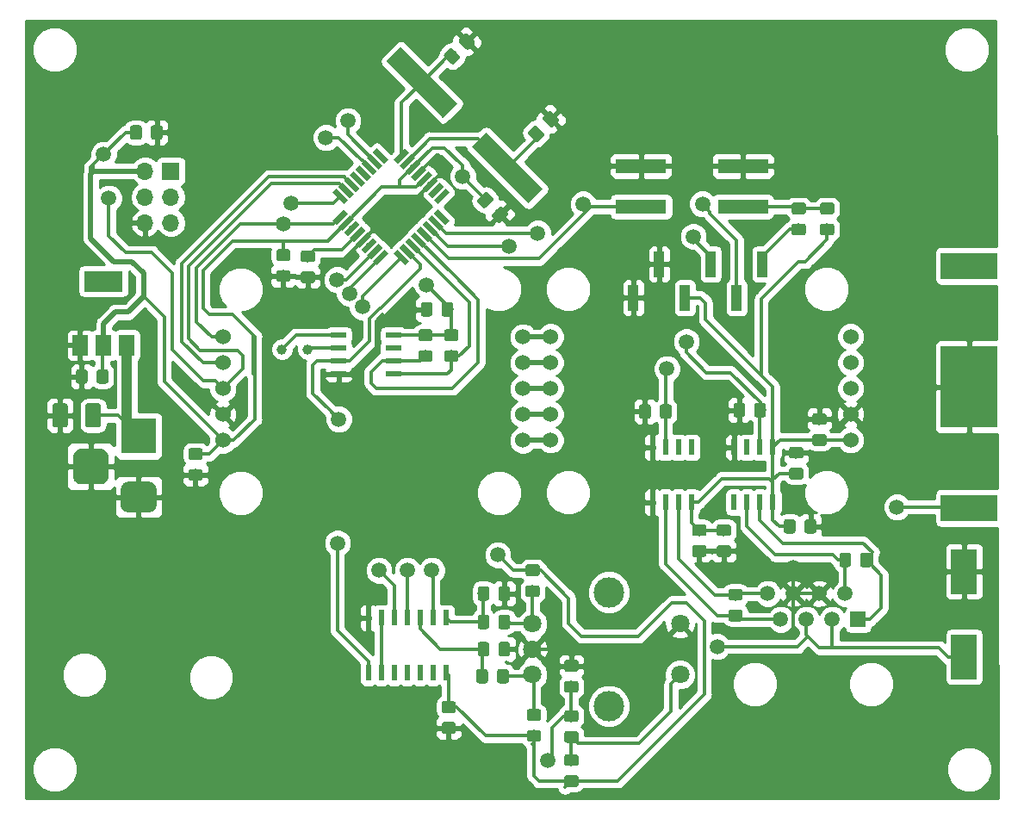
<source format=gbr>
G04 #@! TF.GenerationSoftware,KiCad,Pcbnew,(5.0.0)*
G04 #@! TF.CreationDate,2018-08-24T22:16:56+02:00*
G04 #@! TF.ProjectId,PullupCounter-MainBoard,50756C6C7570436F756E7465722D4D61,rev?*
G04 #@! TF.SameCoordinates,PX58c74b8PY7ecf228*
G04 #@! TF.FileFunction,Copper,L1,Top,Signal*
G04 #@! TF.FilePolarity,Positive*
%FSLAX46Y46*%
G04 Gerber Fmt 4.6, Leading zero omitted, Abs format (unit mm)*
G04 Created by KiCad (PCBNEW (5.0.0)) date 08/24/18 22:16:56*
%MOMM*%
%LPD*%
G01*
G04 APERTURE LIST*
G04 #@! TA.AperFunction,ComponentPad*
%ADD10R,1.700000X1.700000*%
G04 #@! TD*
G04 #@! TA.AperFunction,ComponentPad*
%ADD11O,1.700000X1.700000*%
G04 #@! TD*
G04 #@! TA.AperFunction,ComponentPad*
%ADD12C,1.524000*%
G04 #@! TD*
G04 #@! TA.AperFunction,SMDPad,CuDef*
%ADD13R,5.560000X8.000000*%
G04 #@! TD*
G04 #@! TA.AperFunction,SMDPad,CuDef*
%ADD14R,5.560000X2.600000*%
G04 #@! TD*
G04 #@! TA.AperFunction,Conductor*
%ADD15C,0.100000*%
G04 #@! TD*
G04 #@! TA.AperFunction,SMDPad,CuDef*
%ADD16C,1.150000*%
G04 #@! TD*
G04 #@! TA.AperFunction,ComponentPad*
%ADD17C,1.000000*%
G04 #@! TD*
G04 #@! TA.AperFunction,SMDPad,CuDef*
%ADD18C,2.000000*%
G04 #@! TD*
G04 #@! TA.AperFunction,SMDPad,CuDef*
%ADD19R,2.500000X4.400000*%
G04 #@! TD*
G04 #@! TA.AperFunction,SMDPad,CuDef*
%ADD20C,1.500000*%
G04 #@! TD*
G04 #@! TA.AperFunction,ComponentPad*
%ADD21R,3.500000X3.500000*%
G04 #@! TD*
G04 #@! TA.AperFunction,ComponentPad*
%ADD22C,3.000000*%
G04 #@! TD*
G04 #@! TA.AperFunction,ComponentPad*
%ADD23C,3.500000*%
G04 #@! TD*
G04 #@! TA.AperFunction,SMDPad,CuDef*
%ADD24R,1.000000X2.510000*%
G04 #@! TD*
G04 #@! TA.AperFunction,ComponentPad*
%ADD25R,1.500000X1.500000*%
G04 #@! TD*
G04 #@! TA.AperFunction,ComponentPad*
%ADD26C,1.500000*%
G04 #@! TD*
G04 #@! TA.AperFunction,SMDPad,CuDef*
%ADD27R,5.000000X1.400000*%
G04 #@! TD*
G04 #@! TA.AperFunction,ComponentPad*
%ADD28C,1.800000*%
G04 #@! TD*
G04 #@! TA.AperFunction,SMDPad,CuDef*
%ADD29C,0.550000*%
G04 #@! TD*
G04 #@! TA.AperFunction,SMDPad,CuDef*
%ADD30R,0.600000X1.500000*%
G04 #@! TD*
G04 #@! TA.AperFunction,SMDPad,CuDef*
%ADD31R,0.600000X1.550000*%
G04 #@! TD*
G04 #@! TA.AperFunction,SMDPad,CuDef*
%ADD32R,1.550000X0.600000*%
G04 #@! TD*
G04 #@! TA.AperFunction,SMDPad,CuDef*
%ADD33R,3.800000X2.000000*%
G04 #@! TD*
G04 #@! TA.AperFunction,SMDPad,CuDef*
%ADD34R,1.500000X2.000000*%
G04 #@! TD*
G04 #@! TA.AperFunction,ViaPad*
%ADD35C,1.500000*%
G04 #@! TD*
G04 #@! TA.AperFunction,Conductor*
%ADD36C,0.350000*%
G04 #@! TD*
G04 #@! TA.AperFunction,Conductor*
%ADD37C,0.500000*%
G04 #@! TD*
G04 #@! TA.AperFunction,Conductor*
%ADD38C,1.000000*%
G04 #@! TD*
G04 #@! TA.AperFunction,Conductor*
%ADD39C,0.254000*%
G04 #@! TD*
G04 APERTURE END LIST*
D10*
G04 #@! TO.P,J4,1*
G04 #@! TO.N,MISO*
X14986000Y62357000D03*
D11*
G04 #@! TO.P,J4,2*
G04 #@! TO.N,VCC*
X12446000Y62357000D03*
G04 #@! TO.P,J4,3*
G04 #@! TO.N,SCK*
X14986000Y59817000D03*
G04 #@! TO.P,J4,4*
G04 #@! TO.N,MOSI*
X12446000Y59817000D03*
G04 #@! TO.P,J4,5*
G04 #@! TO.N,reset_in*
X14986000Y57277000D03*
G04 #@! TO.P,J4,6*
G04 #@! TO.N,GND*
X12446000Y57277000D03*
G04 #@! TD*
D12*
G04 #@! TO.P,U5,1*
G04 #@! TO.N,VCC*
X20094000Y35894000D03*
G04 #@! TO.P,U5,2*
G04 #@! TO.N,GND*
X20094000Y38434000D03*
G04 #@! TO.P,U5,3*
G04 #@! TO.N,MOSI*
X20094000Y40974000D03*
G04 #@! TO.P,U5,4*
G04 #@! TO.N,CS*
X20094000Y43514000D03*
G04 #@! TO.P,U5,5*
G04 #@! TO.N,SCK*
X20094000Y46054000D03*
G04 #@! TO.P,U5,10*
G04 #@! TO.N,Net-(U5-Pad10)*
X49594000Y35894000D03*
G04 #@! TO.P,U5,9*
G04 #@! TO.N,Net-(U5-Pad9)*
X49594000Y38434000D03*
G04 #@! TO.P,U5,6*
G04 #@! TO.N,Net-(U5-Pad6)*
X49594000Y46054000D03*
G04 #@! TO.P,U5,8*
G04 #@! TO.N,Net-(U5-Pad8)*
X49594000Y40974000D03*
G04 #@! TO.P,U5,7*
G04 #@! TO.N,Net-(U5-Pad7)*
X49594000Y43514000D03*
G04 #@! TD*
D13*
G04 #@! TO.P,BT1,2*
G04 #@! TO.N,GND*
X93472000Y41148000D03*
D14*
G04 #@! TO.P,BT1,1*
G04 #@! TO.N,+BATT*
X93472000Y53053000D03*
X93472000Y29243000D03*
G04 #@! TD*
D15*
G04 #@! TO.N,sda*
G04 #@! TO.C,R12*
G36*
X43019505Y44760796D02*
X43043773Y44757196D01*
X43067572Y44751235D01*
X43090671Y44742970D01*
X43112850Y44732480D01*
X43133893Y44719868D01*
X43153599Y44705253D01*
X43171777Y44688777D01*
X43188253Y44670599D01*
X43202868Y44650893D01*
X43215480Y44629850D01*
X43225970Y44607671D01*
X43234235Y44584572D01*
X43240196Y44560773D01*
X43243796Y44536505D01*
X43245000Y44512001D01*
X43245000Y43861999D01*
X43243796Y43837495D01*
X43240196Y43813227D01*
X43234235Y43789428D01*
X43225970Y43766329D01*
X43215480Y43744150D01*
X43202868Y43723107D01*
X43188253Y43703401D01*
X43171777Y43685223D01*
X43153599Y43668747D01*
X43133893Y43654132D01*
X43112850Y43641520D01*
X43090671Y43631030D01*
X43067572Y43622765D01*
X43043773Y43616804D01*
X43019505Y43613204D01*
X42995001Y43612000D01*
X42094999Y43612000D01*
X42070495Y43613204D01*
X42046227Y43616804D01*
X42022428Y43622765D01*
X41999329Y43631030D01*
X41977150Y43641520D01*
X41956107Y43654132D01*
X41936401Y43668747D01*
X41918223Y43685223D01*
X41901747Y43703401D01*
X41887132Y43723107D01*
X41874520Y43744150D01*
X41864030Y43766329D01*
X41855765Y43789428D01*
X41849804Y43813227D01*
X41846204Y43837495D01*
X41845000Y43861999D01*
X41845000Y44512001D01*
X41846204Y44536505D01*
X41849804Y44560773D01*
X41855765Y44584572D01*
X41864030Y44607671D01*
X41874520Y44629850D01*
X41887132Y44650893D01*
X41901747Y44670599D01*
X41918223Y44688777D01*
X41936401Y44705253D01*
X41956107Y44719868D01*
X41977150Y44732480D01*
X41999329Y44742970D01*
X42022428Y44751235D01*
X42046227Y44757196D01*
X42070495Y44760796D01*
X42094999Y44762000D01*
X42995001Y44762000D01*
X43019505Y44760796D01*
X43019505Y44760796D01*
G37*
D16*
G04 #@! TD*
G04 #@! TO.P,R12,2*
G04 #@! TO.N,sda*
X42545000Y44187000D03*
D15*
G04 #@! TO.N,VCC*
G04 #@! TO.C,R12*
G36*
X43019505Y46810796D02*
X43043773Y46807196D01*
X43067572Y46801235D01*
X43090671Y46792970D01*
X43112850Y46782480D01*
X43133893Y46769868D01*
X43153599Y46755253D01*
X43171777Y46738777D01*
X43188253Y46720599D01*
X43202868Y46700893D01*
X43215480Y46679850D01*
X43225970Y46657671D01*
X43234235Y46634572D01*
X43240196Y46610773D01*
X43243796Y46586505D01*
X43245000Y46562001D01*
X43245000Y45911999D01*
X43243796Y45887495D01*
X43240196Y45863227D01*
X43234235Y45839428D01*
X43225970Y45816329D01*
X43215480Y45794150D01*
X43202868Y45773107D01*
X43188253Y45753401D01*
X43171777Y45735223D01*
X43153599Y45718747D01*
X43133893Y45704132D01*
X43112850Y45691520D01*
X43090671Y45681030D01*
X43067572Y45672765D01*
X43043773Y45666804D01*
X43019505Y45663204D01*
X42995001Y45662000D01*
X42094999Y45662000D01*
X42070495Y45663204D01*
X42046227Y45666804D01*
X42022428Y45672765D01*
X41999329Y45681030D01*
X41977150Y45691520D01*
X41956107Y45704132D01*
X41936401Y45718747D01*
X41918223Y45735223D01*
X41901747Y45753401D01*
X41887132Y45773107D01*
X41874520Y45794150D01*
X41864030Y45816329D01*
X41855765Y45839428D01*
X41849804Y45863227D01*
X41846204Y45887495D01*
X41845000Y45911999D01*
X41845000Y46562001D01*
X41846204Y46586505D01*
X41849804Y46610773D01*
X41855765Y46634572D01*
X41864030Y46657671D01*
X41874520Y46679850D01*
X41887132Y46700893D01*
X41901747Y46720599D01*
X41918223Y46738777D01*
X41936401Y46755253D01*
X41956107Y46769868D01*
X41977150Y46782480D01*
X41999329Y46792970D01*
X42022428Y46801235D01*
X42046227Y46807196D01*
X42070495Y46810796D01*
X42094999Y46812000D01*
X42995001Y46812000D01*
X43019505Y46810796D01*
X43019505Y46810796D01*
G37*
D16*
G04 #@! TD*
G04 #@! TO.P,R12,1*
G04 #@! TO.N,VCC*
X42545000Y46237000D03*
D15*
G04 #@! TO.N,VCC*
G04 #@! TO.C,R13*
G36*
X40479505Y46801796D02*
X40503773Y46798196D01*
X40527572Y46792235D01*
X40550671Y46783970D01*
X40572850Y46773480D01*
X40593893Y46760868D01*
X40613599Y46746253D01*
X40631777Y46729777D01*
X40648253Y46711599D01*
X40662868Y46691893D01*
X40675480Y46670850D01*
X40685970Y46648671D01*
X40694235Y46625572D01*
X40700196Y46601773D01*
X40703796Y46577505D01*
X40705000Y46553001D01*
X40705000Y45902999D01*
X40703796Y45878495D01*
X40700196Y45854227D01*
X40694235Y45830428D01*
X40685970Y45807329D01*
X40675480Y45785150D01*
X40662868Y45764107D01*
X40648253Y45744401D01*
X40631777Y45726223D01*
X40613599Y45709747D01*
X40593893Y45695132D01*
X40572850Y45682520D01*
X40550671Y45672030D01*
X40527572Y45663765D01*
X40503773Y45657804D01*
X40479505Y45654204D01*
X40455001Y45653000D01*
X39554999Y45653000D01*
X39530495Y45654204D01*
X39506227Y45657804D01*
X39482428Y45663765D01*
X39459329Y45672030D01*
X39437150Y45682520D01*
X39416107Y45695132D01*
X39396401Y45709747D01*
X39378223Y45726223D01*
X39361747Y45744401D01*
X39347132Y45764107D01*
X39334520Y45785150D01*
X39324030Y45807329D01*
X39315765Y45830428D01*
X39309804Y45854227D01*
X39306204Y45878495D01*
X39305000Y45902999D01*
X39305000Y46553001D01*
X39306204Y46577505D01*
X39309804Y46601773D01*
X39315765Y46625572D01*
X39324030Y46648671D01*
X39334520Y46670850D01*
X39347132Y46691893D01*
X39361747Y46711599D01*
X39378223Y46729777D01*
X39396401Y46746253D01*
X39416107Y46760868D01*
X39437150Y46773480D01*
X39459329Y46783970D01*
X39482428Y46792235D01*
X39506227Y46798196D01*
X39530495Y46801796D01*
X39554999Y46803000D01*
X40455001Y46803000D01*
X40479505Y46801796D01*
X40479505Y46801796D01*
G37*
D16*
G04 #@! TD*
G04 #@! TO.P,R13,1*
G04 #@! TO.N,VCC*
X40005000Y46228000D03*
D15*
G04 #@! TO.N,scl*
G04 #@! TO.C,R13*
G36*
X40479505Y44751796D02*
X40503773Y44748196D01*
X40527572Y44742235D01*
X40550671Y44733970D01*
X40572850Y44723480D01*
X40593893Y44710868D01*
X40613599Y44696253D01*
X40631777Y44679777D01*
X40648253Y44661599D01*
X40662868Y44641893D01*
X40675480Y44620850D01*
X40685970Y44598671D01*
X40694235Y44575572D01*
X40700196Y44551773D01*
X40703796Y44527505D01*
X40705000Y44503001D01*
X40705000Y43852999D01*
X40703796Y43828495D01*
X40700196Y43804227D01*
X40694235Y43780428D01*
X40685970Y43757329D01*
X40675480Y43735150D01*
X40662868Y43714107D01*
X40648253Y43694401D01*
X40631777Y43676223D01*
X40613599Y43659747D01*
X40593893Y43645132D01*
X40572850Y43632520D01*
X40550671Y43622030D01*
X40527572Y43613765D01*
X40503773Y43607804D01*
X40479505Y43604204D01*
X40455001Y43603000D01*
X39554999Y43603000D01*
X39530495Y43604204D01*
X39506227Y43607804D01*
X39482428Y43613765D01*
X39459329Y43622030D01*
X39437150Y43632520D01*
X39416107Y43645132D01*
X39396401Y43659747D01*
X39378223Y43676223D01*
X39361747Y43694401D01*
X39347132Y43714107D01*
X39334520Y43735150D01*
X39324030Y43757329D01*
X39315765Y43780428D01*
X39309804Y43804227D01*
X39306204Y43828495D01*
X39305000Y43852999D01*
X39305000Y44503001D01*
X39306204Y44527505D01*
X39309804Y44551773D01*
X39315765Y44575572D01*
X39324030Y44598671D01*
X39334520Y44620850D01*
X39347132Y44641893D01*
X39361747Y44661599D01*
X39378223Y44679777D01*
X39396401Y44696253D01*
X39416107Y44710868D01*
X39437150Y44723480D01*
X39459329Y44733970D01*
X39482428Y44742235D01*
X39506227Y44748196D01*
X39530495Y44751796D01*
X39554999Y44753000D01*
X40455001Y44753000D01*
X40479505Y44751796D01*
X40479505Y44751796D01*
G37*
D16*
G04 #@! TD*
G04 #@! TO.P,R13,2*
G04 #@! TO.N,scl*
X40005000Y44178000D03*
D17*
G04 #@! TO.P,Y1,1*
G04 #@! TO.N,Net-(U2-Pad1)*
X25908000Y44831000D03*
G04 #@! TO.P,Y1,2*
G04 #@! TO.N,Net-(U2-Pad2)*
X28448000Y44831000D03*
G04 #@! TD*
D18*
G04 #@! TO.P,Y2,1*
G04 #@! TO.N,Net-(C9-Pad2)*
X48058296Y62684554D03*
D15*
G04 #@! TD*
G04 #@! TO.N,Net-(C9-Pad2)*
G04 #@! TO.C,Y2*
G36*
X51549636Y60607428D02*
X50135422Y59193214D01*
X44566956Y64761680D01*
X45981170Y66175894D01*
X51549636Y60607428D01*
X51549636Y60607428D01*
G37*
D18*
G04 #@! TO.P,Y2,2*
G04 #@! TO.N,Net-(C10-Pad2)*
X39661402Y71081448D03*
D15*
G04 #@! TD*
G04 #@! TO.N,Net-(C10-Pad2)*
G04 #@! TO.C,Y2*
G36*
X43152742Y69004322D02*
X41738528Y67590108D01*
X36170062Y73158574D01*
X37584276Y74572788D01*
X43152742Y69004322D01*
X43152742Y69004322D01*
G37*
D19*
G04 #@! TO.P,C22,1*
G04 #@! TO.N,+12V*
X92964000Y14596000D03*
G04 #@! TO.P,C22,2*
G04 #@! TO.N,GND*
X92964000Y22996000D03*
G04 #@! TD*
D15*
G04 #@! TO.N,GND*
G04 #@! TO.C,C10*
G36*
X44012749Y75897589D02*
X44037017Y75893989D01*
X44060816Y75888028D01*
X44083915Y75879763D01*
X44106094Y75869273D01*
X44127137Y75856661D01*
X44146843Y75842046D01*
X44165021Y75825570D01*
X44801418Y75189173D01*
X44817894Y75170995D01*
X44832509Y75151289D01*
X44845121Y75130246D01*
X44855611Y75108067D01*
X44863876Y75084968D01*
X44869837Y75061169D01*
X44873437Y75036901D01*
X44874641Y75012397D01*
X44873437Y74987893D01*
X44869837Y74963625D01*
X44863876Y74939826D01*
X44855611Y74916727D01*
X44845121Y74894548D01*
X44832509Y74873505D01*
X44817894Y74853799D01*
X44801418Y74835621D01*
X44341797Y74376000D01*
X44323619Y74359524D01*
X44303913Y74344909D01*
X44282870Y74332297D01*
X44260691Y74321807D01*
X44237592Y74313542D01*
X44213793Y74307581D01*
X44189525Y74303981D01*
X44165021Y74302777D01*
X44140517Y74303981D01*
X44116249Y74307581D01*
X44092450Y74313542D01*
X44069351Y74321807D01*
X44047172Y74332297D01*
X44026129Y74344909D01*
X44006423Y74359524D01*
X43988245Y74376000D01*
X43351848Y75012397D01*
X43335372Y75030575D01*
X43320757Y75050281D01*
X43308145Y75071324D01*
X43297655Y75093503D01*
X43289390Y75116602D01*
X43283429Y75140401D01*
X43279829Y75164669D01*
X43278625Y75189173D01*
X43279829Y75213677D01*
X43283429Y75237945D01*
X43289390Y75261744D01*
X43297655Y75284843D01*
X43308145Y75307022D01*
X43320757Y75328065D01*
X43335372Y75347771D01*
X43351848Y75365949D01*
X43811469Y75825570D01*
X43829647Y75842046D01*
X43849353Y75856661D01*
X43870396Y75869273D01*
X43892575Y75879763D01*
X43915674Y75888028D01*
X43939473Y75893989D01*
X43963741Y75897589D01*
X43988245Y75898793D01*
X44012749Y75897589D01*
X44012749Y75897589D01*
G37*
D16*
G04 #@! TD*
G04 #@! TO.P,C10,1*
G04 #@! TO.N,GND*
X44076633Y75100785D03*
D15*
G04 #@! TO.N,Net-(C10-Pad2)*
G04 #@! TO.C,C10*
G36*
X42563181Y74448021D02*
X42587449Y74444421D01*
X42611248Y74438460D01*
X42634347Y74430195D01*
X42656526Y74419705D01*
X42677569Y74407093D01*
X42697275Y74392478D01*
X42715453Y74376002D01*
X43351850Y73739605D01*
X43368326Y73721427D01*
X43382941Y73701721D01*
X43395553Y73680678D01*
X43406043Y73658499D01*
X43414308Y73635400D01*
X43420269Y73611601D01*
X43423869Y73587333D01*
X43425073Y73562829D01*
X43423869Y73538325D01*
X43420269Y73514057D01*
X43414308Y73490258D01*
X43406043Y73467159D01*
X43395553Y73444980D01*
X43382941Y73423937D01*
X43368326Y73404231D01*
X43351850Y73386053D01*
X42892229Y72926432D01*
X42874051Y72909956D01*
X42854345Y72895341D01*
X42833302Y72882729D01*
X42811123Y72872239D01*
X42788024Y72863974D01*
X42764225Y72858013D01*
X42739957Y72854413D01*
X42715453Y72853209D01*
X42690949Y72854413D01*
X42666681Y72858013D01*
X42642882Y72863974D01*
X42619783Y72872239D01*
X42597604Y72882729D01*
X42576561Y72895341D01*
X42556855Y72909956D01*
X42538677Y72926432D01*
X41902280Y73562829D01*
X41885804Y73581007D01*
X41871189Y73600713D01*
X41858577Y73621756D01*
X41848087Y73643935D01*
X41839822Y73667034D01*
X41833861Y73690833D01*
X41830261Y73715101D01*
X41829057Y73739605D01*
X41830261Y73764109D01*
X41833861Y73788377D01*
X41839822Y73812176D01*
X41848087Y73835275D01*
X41858577Y73857454D01*
X41871189Y73878497D01*
X41885804Y73898203D01*
X41902280Y73916381D01*
X42361901Y74376002D01*
X42380079Y74392478D01*
X42399785Y74407093D01*
X42420828Y74419705D01*
X42443007Y74430195D01*
X42466106Y74438460D01*
X42489905Y74444421D01*
X42514173Y74448021D01*
X42538677Y74449225D01*
X42563181Y74448021D01*
X42563181Y74448021D01*
G37*
D16*
G04 #@! TD*
G04 #@! TO.P,C10,2*
G04 #@! TO.N,Net-(C10-Pad2)*
X42627065Y73651217D03*
D15*
G04 #@! TO.N,GND*
G04 #@! TO.C,C21*
G36*
X76928505Y35253796D02*
X76952773Y35250196D01*
X76976572Y35244235D01*
X76999671Y35235970D01*
X77021850Y35225480D01*
X77042893Y35212868D01*
X77062599Y35198253D01*
X77080777Y35181777D01*
X77097253Y35163599D01*
X77111868Y35143893D01*
X77124480Y35122850D01*
X77134970Y35100671D01*
X77143235Y35077572D01*
X77149196Y35053773D01*
X77152796Y35029505D01*
X77154000Y35005001D01*
X77154000Y34354999D01*
X77152796Y34330495D01*
X77149196Y34306227D01*
X77143235Y34282428D01*
X77134970Y34259329D01*
X77124480Y34237150D01*
X77111868Y34216107D01*
X77097253Y34196401D01*
X77080777Y34178223D01*
X77062599Y34161747D01*
X77042893Y34147132D01*
X77021850Y34134520D01*
X76999671Y34124030D01*
X76976572Y34115765D01*
X76952773Y34109804D01*
X76928505Y34106204D01*
X76904001Y34105000D01*
X76003999Y34105000D01*
X75979495Y34106204D01*
X75955227Y34109804D01*
X75931428Y34115765D01*
X75908329Y34124030D01*
X75886150Y34134520D01*
X75865107Y34147132D01*
X75845401Y34161747D01*
X75827223Y34178223D01*
X75810747Y34196401D01*
X75796132Y34216107D01*
X75783520Y34237150D01*
X75773030Y34259329D01*
X75764765Y34282428D01*
X75758804Y34306227D01*
X75755204Y34330495D01*
X75754000Y34354999D01*
X75754000Y35005001D01*
X75755204Y35029505D01*
X75758804Y35053773D01*
X75764765Y35077572D01*
X75773030Y35100671D01*
X75783520Y35122850D01*
X75796132Y35143893D01*
X75810747Y35163599D01*
X75827223Y35181777D01*
X75845401Y35198253D01*
X75865107Y35212868D01*
X75886150Y35225480D01*
X75908329Y35235970D01*
X75931428Y35244235D01*
X75955227Y35250196D01*
X75979495Y35253796D01*
X76003999Y35255000D01*
X76904001Y35255000D01*
X76928505Y35253796D01*
X76928505Y35253796D01*
G37*
D16*
G04 #@! TD*
G04 #@! TO.P,C21,2*
G04 #@! TO.N,GND*
X76454000Y34680000D03*
D15*
G04 #@! TO.N,VCC*
G04 #@! TO.C,C21*
G36*
X76928505Y33203796D02*
X76952773Y33200196D01*
X76976572Y33194235D01*
X76999671Y33185970D01*
X77021850Y33175480D01*
X77042893Y33162868D01*
X77062599Y33148253D01*
X77080777Y33131777D01*
X77097253Y33113599D01*
X77111868Y33093893D01*
X77124480Y33072850D01*
X77134970Y33050671D01*
X77143235Y33027572D01*
X77149196Y33003773D01*
X77152796Y32979505D01*
X77154000Y32955001D01*
X77154000Y32304999D01*
X77152796Y32280495D01*
X77149196Y32256227D01*
X77143235Y32232428D01*
X77134970Y32209329D01*
X77124480Y32187150D01*
X77111868Y32166107D01*
X77097253Y32146401D01*
X77080777Y32128223D01*
X77062599Y32111747D01*
X77042893Y32097132D01*
X77021850Y32084520D01*
X76999671Y32074030D01*
X76976572Y32065765D01*
X76952773Y32059804D01*
X76928505Y32056204D01*
X76904001Y32055000D01*
X76003999Y32055000D01*
X75979495Y32056204D01*
X75955227Y32059804D01*
X75931428Y32065765D01*
X75908329Y32074030D01*
X75886150Y32084520D01*
X75865107Y32097132D01*
X75845401Y32111747D01*
X75827223Y32128223D01*
X75810747Y32146401D01*
X75796132Y32166107D01*
X75783520Y32187150D01*
X75773030Y32209329D01*
X75764765Y32232428D01*
X75758804Y32256227D01*
X75755204Y32280495D01*
X75754000Y32304999D01*
X75754000Y32955001D01*
X75755204Y32979505D01*
X75758804Y33003773D01*
X75764765Y33027572D01*
X75773030Y33050671D01*
X75783520Y33072850D01*
X75796132Y33093893D01*
X75810747Y33113599D01*
X75827223Y33131777D01*
X75845401Y33148253D01*
X75865107Y33162868D01*
X75886150Y33175480D01*
X75908329Y33185970D01*
X75931428Y33194235D01*
X75955227Y33200196D01*
X75979495Y33203796D01*
X76003999Y33205000D01*
X76904001Y33205000D01*
X76928505Y33203796D01*
X76928505Y33203796D01*
G37*
D16*
G04 #@! TD*
G04 #@! TO.P,C21,1*
G04 #@! TO.N,VCC*
X76454000Y32630000D03*
D15*
G04 #@! TO.N,VCC*
G04 #@! TO.C,C20*
G36*
X76159505Y28130796D02*
X76183773Y28127196D01*
X76207572Y28121235D01*
X76230671Y28112970D01*
X76252850Y28102480D01*
X76273893Y28089868D01*
X76293599Y28075253D01*
X76311777Y28058777D01*
X76328253Y28040599D01*
X76342868Y28020893D01*
X76355480Y27999850D01*
X76365970Y27977671D01*
X76374235Y27954572D01*
X76380196Y27930773D01*
X76383796Y27906505D01*
X76385000Y27882001D01*
X76385000Y26981999D01*
X76383796Y26957495D01*
X76380196Y26933227D01*
X76374235Y26909428D01*
X76365970Y26886329D01*
X76355480Y26864150D01*
X76342868Y26843107D01*
X76328253Y26823401D01*
X76311777Y26805223D01*
X76293599Y26788747D01*
X76273893Y26774132D01*
X76252850Y26761520D01*
X76230671Y26751030D01*
X76207572Y26742765D01*
X76183773Y26736804D01*
X76159505Y26733204D01*
X76135001Y26732000D01*
X75484999Y26732000D01*
X75460495Y26733204D01*
X75436227Y26736804D01*
X75412428Y26742765D01*
X75389329Y26751030D01*
X75367150Y26761520D01*
X75346107Y26774132D01*
X75326401Y26788747D01*
X75308223Y26805223D01*
X75291747Y26823401D01*
X75277132Y26843107D01*
X75264520Y26864150D01*
X75254030Y26886329D01*
X75245765Y26909428D01*
X75239804Y26933227D01*
X75236204Y26957495D01*
X75235000Y26981999D01*
X75235000Y27882001D01*
X75236204Y27906505D01*
X75239804Y27930773D01*
X75245765Y27954572D01*
X75254030Y27977671D01*
X75264520Y27999850D01*
X75277132Y28020893D01*
X75291747Y28040599D01*
X75308223Y28058777D01*
X75326401Y28075253D01*
X75346107Y28089868D01*
X75367150Y28102480D01*
X75389329Y28112970D01*
X75412428Y28121235D01*
X75436227Y28127196D01*
X75460495Y28130796D01*
X75484999Y28132000D01*
X76135001Y28132000D01*
X76159505Y28130796D01*
X76159505Y28130796D01*
G37*
D16*
G04 #@! TD*
G04 #@! TO.P,C20,1*
G04 #@! TO.N,VCC*
X75810000Y27432000D03*
D15*
G04 #@! TO.N,GND*
G04 #@! TO.C,C20*
G36*
X78209505Y28130796D02*
X78233773Y28127196D01*
X78257572Y28121235D01*
X78280671Y28112970D01*
X78302850Y28102480D01*
X78323893Y28089868D01*
X78343599Y28075253D01*
X78361777Y28058777D01*
X78378253Y28040599D01*
X78392868Y28020893D01*
X78405480Y27999850D01*
X78415970Y27977671D01*
X78424235Y27954572D01*
X78430196Y27930773D01*
X78433796Y27906505D01*
X78435000Y27882001D01*
X78435000Y26981999D01*
X78433796Y26957495D01*
X78430196Y26933227D01*
X78424235Y26909428D01*
X78415970Y26886329D01*
X78405480Y26864150D01*
X78392868Y26843107D01*
X78378253Y26823401D01*
X78361777Y26805223D01*
X78343599Y26788747D01*
X78323893Y26774132D01*
X78302850Y26761520D01*
X78280671Y26751030D01*
X78257572Y26742765D01*
X78233773Y26736804D01*
X78209505Y26733204D01*
X78185001Y26732000D01*
X77534999Y26732000D01*
X77510495Y26733204D01*
X77486227Y26736804D01*
X77462428Y26742765D01*
X77439329Y26751030D01*
X77417150Y26761520D01*
X77396107Y26774132D01*
X77376401Y26788747D01*
X77358223Y26805223D01*
X77341747Y26823401D01*
X77327132Y26843107D01*
X77314520Y26864150D01*
X77304030Y26886329D01*
X77295765Y26909428D01*
X77289804Y26933227D01*
X77286204Y26957495D01*
X77285000Y26981999D01*
X77285000Y27882001D01*
X77286204Y27906505D01*
X77289804Y27930773D01*
X77295765Y27954572D01*
X77304030Y27977671D01*
X77314520Y27999850D01*
X77327132Y28020893D01*
X77341747Y28040599D01*
X77358223Y28058777D01*
X77376401Y28075253D01*
X77396107Y28089868D01*
X77417150Y28102480D01*
X77439329Y28112970D01*
X77462428Y28121235D01*
X77486227Y28127196D01*
X77510495Y28130796D01*
X77534999Y28132000D01*
X78185001Y28132000D01*
X78209505Y28130796D01*
X78209505Y28130796D01*
G37*
D16*
G04 #@! TD*
G04 #@! TO.P,C20,2*
G04 #@! TO.N,GND*
X77860000Y27432000D03*
D15*
G04 #@! TO.N,GND*
G04 #@! TO.C,C19*
G36*
X79214505Y38555796D02*
X79238773Y38552196D01*
X79262572Y38546235D01*
X79285671Y38537970D01*
X79307850Y38527480D01*
X79328893Y38514868D01*
X79348599Y38500253D01*
X79366777Y38483777D01*
X79383253Y38465599D01*
X79397868Y38445893D01*
X79410480Y38424850D01*
X79420970Y38402671D01*
X79429235Y38379572D01*
X79435196Y38355773D01*
X79438796Y38331505D01*
X79440000Y38307001D01*
X79440000Y37656999D01*
X79438796Y37632495D01*
X79435196Y37608227D01*
X79429235Y37584428D01*
X79420970Y37561329D01*
X79410480Y37539150D01*
X79397868Y37518107D01*
X79383253Y37498401D01*
X79366777Y37480223D01*
X79348599Y37463747D01*
X79328893Y37449132D01*
X79307850Y37436520D01*
X79285671Y37426030D01*
X79262572Y37417765D01*
X79238773Y37411804D01*
X79214505Y37408204D01*
X79190001Y37407000D01*
X78289999Y37407000D01*
X78265495Y37408204D01*
X78241227Y37411804D01*
X78217428Y37417765D01*
X78194329Y37426030D01*
X78172150Y37436520D01*
X78151107Y37449132D01*
X78131401Y37463747D01*
X78113223Y37480223D01*
X78096747Y37498401D01*
X78082132Y37518107D01*
X78069520Y37539150D01*
X78059030Y37561329D01*
X78050765Y37584428D01*
X78044804Y37608227D01*
X78041204Y37632495D01*
X78040000Y37656999D01*
X78040000Y38307001D01*
X78041204Y38331505D01*
X78044804Y38355773D01*
X78050765Y38379572D01*
X78059030Y38402671D01*
X78069520Y38424850D01*
X78082132Y38445893D01*
X78096747Y38465599D01*
X78113223Y38483777D01*
X78131401Y38500253D01*
X78151107Y38514868D01*
X78172150Y38527480D01*
X78194329Y38537970D01*
X78217428Y38546235D01*
X78241227Y38552196D01*
X78265495Y38555796D01*
X78289999Y38557000D01*
X79190001Y38557000D01*
X79214505Y38555796D01*
X79214505Y38555796D01*
G37*
D16*
G04 #@! TD*
G04 #@! TO.P,C19,2*
G04 #@! TO.N,GND*
X78740000Y37982000D03*
D15*
G04 #@! TO.N,VCC*
G04 #@! TO.C,C19*
G36*
X79214505Y36505796D02*
X79238773Y36502196D01*
X79262572Y36496235D01*
X79285671Y36487970D01*
X79307850Y36477480D01*
X79328893Y36464868D01*
X79348599Y36450253D01*
X79366777Y36433777D01*
X79383253Y36415599D01*
X79397868Y36395893D01*
X79410480Y36374850D01*
X79420970Y36352671D01*
X79429235Y36329572D01*
X79435196Y36305773D01*
X79438796Y36281505D01*
X79440000Y36257001D01*
X79440000Y35606999D01*
X79438796Y35582495D01*
X79435196Y35558227D01*
X79429235Y35534428D01*
X79420970Y35511329D01*
X79410480Y35489150D01*
X79397868Y35468107D01*
X79383253Y35448401D01*
X79366777Y35430223D01*
X79348599Y35413747D01*
X79328893Y35399132D01*
X79307850Y35386520D01*
X79285671Y35376030D01*
X79262572Y35367765D01*
X79238773Y35361804D01*
X79214505Y35358204D01*
X79190001Y35357000D01*
X78289999Y35357000D01*
X78265495Y35358204D01*
X78241227Y35361804D01*
X78217428Y35367765D01*
X78194329Y35376030D01*
X78172150Y35386520D01*
X78151107Y35399132D01*
X78131401Y35413747D01*
X78113223Y35430223D01*
X78096747Y35448401D01*
X78082132Y35468107D01*
X78069520Y35489150D01*
X78059030Y35511329D01*
X78050765Y35534428D01*
X78044804Y35558227D01*
X78041204Y35582495D01*
X78040000Y35606999D01*
X78040000Y36257001D01*
X78041204Y36281505D01*
X78044804Y36305773D01*
X78050765Y36329572D01*
X78059030Y36352671D01*
X78069520Y36374850D01*
X78082132Y36395893D01*
X78096747Y36415599D01*
X78113223Y36433777D01*
X78131401Y36450253D01*
X78151107Y36464868D01*
X78172150Y36477480D01*
X78194329Y36487970D01*
X78217428Y36496235D01*
X78241227Y36502196D01*
X78265495Y36505796D01*
X78289999Y36507000D01*
X79190001Y36507000D01*
X79214505Y36505796D01*
X79214505Y36505796D01*
G37*
D16*
G04 #@! TD*
G04 #@! TO.P,C19,1*
G04 #@! TO.N,VCC*
X78740000Y35932000D03*
D15*
G04 #@! TO.N,VCC*
G04 #@! TO.C,C18*
G36*
X69816505Y27633796D02*
X69840773Y27630196D01*
X69864572Y27624235D01*
X69887671Y27615970D01*
X69909850Y27605480D01*
X69930893Y27592868D01*
X69950599Y27578253D01*
X69968777Y27561777D01*
X69985253Y27543599D01*
X69999868Y27523893D01*
X70012480Y27502850D01*
X70022970Y27480671D01*
X70031235Y27457572D01*
X70037196Y27433773D01*
X70040796Y27409505D01*
X70042000Y27385001D01*
X70042000Y26734999D01*
X70040796Y26710495D01*
X70037196Y26686227D01*
X70031235Y26662428D01*
X70022970Y26639329D01*
X70012480Y26617150D01*
X69999868Y26596107D01*
X69985253Y26576401D01*
X69968777Y26558223D01*
X69950599Y26541747D01*
X69930893Y26527132D01*
X69909850Y26514520D01*
X69887671Y26504030D01*
X69864572Y26495765D01*
X69840773Y26489804D01*
X69816505Y26486204D01*
X69792001Y26485000D01*
X68891999Y26485000D01*
X68867495Y26486204D01*
X68843227Y26489804D01*
X68819428Y26495765D01*
X68796329Y26504030D01*
X68774150Y26514520D01*
X68753107Y26527132D01*
X68733401Y26541747D01*
X68715223Y26558223D01*
X68698747Y26576401D01*
X68684132Y26596107D01*
X68671520Y26617150D01*
X68661030Y26639329D01*
X68652765Y26662428D01*
X68646804Y26686227D01*
X68643204Y26710495D01*
X68642000Y26734999D01*
X68642000Y27385001D01*
X68643204Y27409505D01*
X68646804Y27433773D01*
X68652765Y27457572D01*
X68661030Y27480671D01*
X68671520Y27502850D01*
X68684132Y27523893D01*
X68698747Y27543599D01*
X68715223Y27561777D01*
X68733401Y27578253D01*
X68753107Y27592868D01*
X68774150Y27605480D01*
X68796329Y27615970D01*
X68819428Y27624235D01*
X68843227Y27630196D01*
X68867495Y27633796D01*
X68891999Y27635000D01*
X69792001Y27635000D01*
X69816505Y27633796D01*
X69816505Y27633796D01*
G37*
D16*
G04 #@! TD*
G04 #@! TO.P,C18,1*
G04 #@! TO.N,VCC*
X69342000Y27060000D03*
D15*
G04 #@! TO.N,GND*
G04 #@! TO.C,C18*
G36*
X69816505Y25583796D02*
X69840773Y25580196D01*
X69864572Y25574235D01*
X69887671Y25565970D01*
X69909850Y25555480D01*
X69930893Y25542868D01*
X69950599Y25528253D01*
X69968777Y25511777D01*
X69985253Y25493599D01*
X69999868Y25473893D01*
X70012480Y25452850D01*
X70022970Y25430671D01*
X70031235Y25407572D01*
X70037196Y25383773D01*
X70040796Y25359505D01*
X70042000Y25335001D01*
X70042000Y24684999D01*
X70040796Y24660495D01*
X70037196Y24636227D01*
X70031235Y24612428D01*
X70022970Y24589329D01*
X70012480Y24567150D01*
X69999868Y24546107D01*
X69985253Y24526401D01*
X69968777Y24508223D01*
X69950599Y24491747D01*
X69930893Y24477132D01*
X69909850Y24464520D01*
X69887671Y24454030D01*
X69864572Y24445765D01*
X69840773Y24439804D01*
X69816505Y24436204D01*
X69792001Y24435000D01*
X68891999Y24435000D01*
X68867495Y24436204D01*
X68843227Y24439804D01*
X68819428Y24445765D01*
X68796329Y24454030D01*
X68774150Y24464520D01*
X68753107Y24477132D01*
X68733401Y24491747D01*
X68715223Y24508223D01*
X68698747Y24526401D01*
X68684132Y24546107D01*
X68671520Y24567150D01*
X68661030Y24589329D01*
X68652765Y24612428D01*
X68646804Y24636227D01*
X68643204Y24660495D01*
X68642000Y24684999D01*
X68642000Y25335001D01*
X68643204Y25359505D01*
X68646804Y25383773D01*
X68652765Y25407572D01*
X68661030Y25430671D01*
X68671520Y25452850D01*
X68684132Y25473893D01*
X68698747Y25493599D01*
X68715223Y25511777D01*
X68733401Y25528253D01*
X68753107Y25542868D01*
X68774150Y25555480D01*
X68796329Y25565970D01*
X68819428Y25574235D01*
X68843227Y25580196D01*
X68867495Y25583796D01*
X68891999Y25585000D01*
X69792001Y25585000D01*
X69816505Y25583796D01*
X69816505Y25583796D01*
G37*
D16*
G04 #@! TD*
G04 #@! TO.P,C18,2*
G04 #@! TO.N,GND*
X69342000Y25010000D03*
D15*
G04 #@! TO.N,GND*
G04 #@! TO.C,C17*
G36*
X17873505Y33076796D02*
X17897773Y33073196D01*
X17921572Y33067235D01*
X17944671Y33058970D01*
X17966850Y33048480D01*
X17987893Y33035868D01*
X18007599Y33021253D01*
X18025777Y33004777D01*
X18042253Y32986599D01*
X18056868Y32966893D01*
X18069480Y32945850D01*
X18079970Y32923671D01*
X18088235Y32900572D01*
X18094196Y32876773D01*
X18097796Y32852505D01*
X18099000Y32828001D01*
X18099000Y32177999D01*
X18097796Y32153495D01*
X18094196Y32129227D01*
X18088235Y32105428D01*
X18079970Y32082329D01*
X18069480Y32060150D01*
X18056868Y32039107D01*
X18042253Y32019401D01*
X18025777Y32001223D01*
X18007599Y31984747D01*
X17987893Y31970132D01*
X17966850Y31957520D01*
X17944671Y31947030D01*
X17921572Y31938765D01*
X17897773Y31932804D01*
X17873505Y31929204D01*
X17849001Y31928000D01*
X16948999Y31928000D01*
X16924495Y31929204D01*
X16900227Y31932804D01*
X16876428Y31938765D01*
X16853329Y31947030D01*
X16831150Y31957520D01*
X16810107Y31970132D01*
X16790401Y31984747D01*
X16772223Y32001223D01*
X16755747Y32019401D01*
X16741132Y32039107D01*
X16728520Y32060150D01*
X16718030Y32082329D01*
X16709765Y32105428D01*
X16703804Y32129227D01*
X16700204Y32153495D01*
X16699000Y32177999D01*
X16699000Y32828001D01*
X16700204Y32852505D01*
X16703804Y32876773D01*
X16709765Y32900572D01*
X16718030Y32923671D01*
X16728520Y32945850D01*
X16741132Y32966893D01*
X16755747Y32986599D01*
X16772223Y33004777D01*
X16790401Y33021253D01*
X16810107Y33035868D01*
X16831150Y33048480D01*
X16853329Y33058970D01*
X16876428Y33067235D01*
X16900227Y33073196D01*
X16924495Y33076796D01*
X16948999Y33078000D01*
X17849001Y33078000D01*
X17873505Y33076796D01*
X17873505Y33076796D01*
G37*
D16*
G04 #@! TD*
G04 #@! TO.P,C17,2*
G04 #@! TO.N,GND*
X17399000Y32503000D03*
D15*
G04 #@! TO.N,VCC*
G04 #@! TO.C,C17*
G36*
X17873505Y35126796D02*
X17897773Y35123196D01*
X17921572Y35117235D01*
X17944671Y35108970D01*
X17966850Y35098480D01*
X17987893Y35085868D01*
X18007599Y35071253D01*
X18025777Y35054777D01*
X18042253Y35036599D01*
X18056868Y35016893D01*
X18069480Y34995850D01*
X18079970Y34973671D01*
X18088235Y34950572D01*
X18094196Y34926773D01*
X18097796Y34902505D01*
X18099000Y34878001D01*
X18099000Y34227999D01*
X18097796Y34203495D01*
X18094196Y34179227D01*
X18088235Y34155428D01*
X18079970Y34132329D01*
X18069480Y34110150D01*
X18056868Y34089107D01*
X18042253Y34069401D01*
X18025777Y34051223D01*
X18007599Y34034747D01*
X17987893Y34020132D01*
X17966850Y34007520D01*
X17944671Y33997030D01*
X17921572Y33988765D01*
X17897773Y33982804D01*
X17873505Y33979204D01*
X17849001Y33978000D01*
X16948999Y33978000D01*
X16924495Y33979204D01*
X16900227Y33982804D01*
X16876428Y33988765D01*
X16853329Y33997030D01*
X16831150Y34007520D01*
X16810107Y34020132D01*
X16790401Y34034747D01*
X16772223Y34051223D01*
X16755747Y34069401D01*
X16741132Y34089107D01*
X16728520Y34110150D01*
X16718030Y34132329D01*
X16709765Y34155428D01*
X16703804Y34179227D01*
X16700204Y34203495D01*
X16699000Y34227999D01*
X16699000Y34878001D01*
X16700204Y34902505D01*
X16703804Y34926773D01*
X16709765Y34950572D01*
X16718030Y34973671D01*
X16728520Y34995850D01*
X16741132Y35016893D01*
X16755747Y35036599D01*
X16772223Y35054777D01*
X16790401Y35071253D01*
X16810107Y35085868D01*
X16831150Y35098480D01*
X16853329Y35108970D01*
X16876428Y35117235D01*
X16900227Y35123196D01*
X16924495Y35126796D01*
X16948999Y35128000D01*
X17849001Y35128000D01*
X17873505Y35126796D01*
X17873505Y35126796D01*
G37*
D16*
G04 #@! TD*
G04 #@! TO.P,C17,1*
G04 #@! TO.N,VCC*
X17399000Y34553000D03*
D15*
G04 #@! TO.N,VCC*
G04 #@! TO.C,C16*
G36*
X67403505Y27633796D02*
X67427773Y27630196D01*
X67451572Y27624235D01*
X67474671Y27615970D01*
X67496850Y27605480D01*
X67517893Y27592868D01*
X67537599Y27578253D01*
X67555777Y27561777D01*
X67572253Y27543599D01*
X67586868Y27523893D01*
X67599480Y27502850D01*
X67609970Y27480671D01*
X67618235Y27457572D01*
X67624196Y27433773D01*
X67627796Y27409505D01*
X67629000Y27385001D01*
X67629000Y26734999D01*
X67627796Y26710495D01*
X67624196Y26686227D01*
X67618235Y26662428D01*
X67609970Y26639329D01*
X67599480Y26617150D01*
X67586868Y26596107D01*
X67572253Y26576401D01*
X67555777Y26558223D01*
X67537599Y26541747D01*
X67517893Y26527132D01*
X67496850Y26514520D01*
X67474671Y26504030D01*
X67451572Y26495765D01*
X67427773Y26489804D01*
X67403505Y26486204D01*
X67379001Y26485000D01*
X66478999Y26485000D01*
X66454495Y26486204D01*
X66430227Y26489804D01*
X66406428Y26495765D01*
X66383329Y26504030D01*
X66361150Y26514520D01*
X66340107Y26527132D01*
X66320401Y26541747D01*
X66302223Y26558223D01*
X66285747Y26576401D01*
X66271132Y26596107D01*
X66258520Y26617150D01*
X66248030Y26639329D01*
X66239765Y26662428D01*
X66233804Y26686227D01*
X66230204Y26710495D01*
X66229000Y26734999D01*
X66229000Y27385001D01*
X66230204Y27409505D01*
X66233804Y27433773D01*
X66239765Y27457572D01*
X66248030Y27480671D01*
X66258520Y27502850D01*
X66271132Y27523893D01*
X66285747Y27543599D01*
X66302223Y27561777D01*
X66320401Y27578253D01*
X66340107Y27592868D01*
X66361150Y27605480D01*
X66383329Y27615970D01*
X66406428Y27624235D01*
X66430227Y27630196D01*
X66454495Y27633796D01*
X66478999Y27635000D01*
X67379001Y27635000D01*
X67403505Y27633796D01*
X67403505Y27633796D01*
G37*
D16*
G04 #@! TD*
G04 #@! TO.P,C16,1*
G04 #@! TO.N,VCC*
X66929000Y27060000D03*
D15*
G04 #@! TO.N,GND*
G04 #@! TO.C,C16*
G36*
X67403505Y25583796D02*
X67427773Y25580196D01*
X67451572Y25574235D01*
X67474671Y25565970D01*
X67496850Y25555480D01*
X67517893Y25542868D01*
X67537599Y25528253D01*
X67555777Y25511777D01*
X67572253Y25493599D01*
X67586868Y25473893D01*
X67599480Y25452850D01*
X67609970Y25430671D01*
X67618235Y25407572D01*
X67624196Y25383773D01*
X67627796Y25359505D01*
X67629000Y25335001D01*
X67629000Y24684999D01*
X67627796Y24660495D01*
X67624196Y24636227D01*
X67618235Y24612428D01*
X67609970Y24589329D01*
X67599480Y24567150D01*
X67586868Y24546107D01*
X67572253Y24526401D01*
X67555777Y24508223D01*
X67537599Y24491747D01*
X67517893Y24477132D01*
X67496850Y24464520D01*
X67474671Y24454030D01*
X67451572Y24445765D01*
X67427773Y24439804D01*
X67403505Y24436204D01*
X67379001Y24435000D01*
X66478999Y24435000D01*
X66454495Y24436204D01*
X66430227Y24439804D01*
X66406428Y24445765D01*
X66383329Y24454030D01*
X66361150Y24464520D01*
X66340107Y24477132D01*
X66320401Y24491747D01*
X66302223Y24508223D01*
X66285747Y24526401D01*
X66271132Y24546107D01*
X66258520Y24567150D01*
X66248030Y24589329D01*
X66239765Y24612428D01*
X66233804Y24636227D01*
X66230204Y24660495D01*
X66229000Y24684999D01*
X66229000Y25335001D01*
X66230204Y25359505D01*
X66233804Y25383773D01*
X66239765Y25407572D01*
X66248030Y25430671D01*
X66258520Y25452850D01*
X66271132Y25473893D01*
X66285747Y25493599D01*
X66302223Y25511777D01*
X66320401Y25528253D01*
X66340107Y25542868D01*
X66361150Y25555480D01*
X66383329Y25565970D01*
X66406428Y25574235D01*
X66430227Y25580196D01*
X66454495Y25583796D01*
X66478999Y25585000D01*
X67379001Y25585000D01*
X67403505Y25583796D01*
X67403505Y25583796D01*
G37*
D16*
G04 #@! TD*
G04 #@! TO.P,C16,2*
G04 #@! TO.N,GND*
X66929000Y25010000D03*
D15*
G04 #@! TO.N,GND*
G04 #@! TO.C,C14*
G36*
X48110505Y16065796D02*
X48134773Y16062196D01*
X48158572Y16056235D01*
X48181671Y16047970D01*
X48203850Y16037480D01*
X48224893Y16024868D01*
X48244599Y16010253D01*
X48262777Y15993777D01*
X48279253Y15975599D01*
X48293868Y15955893D01*
X48306480Y15934850D01*
X48316970Y15912671D01*
X48325235Y15889572D01*
X48331196Y15865773D01*
X48334796Y15841505D01*
X48336000Y15817001D01*
X48336000Y14916999D01*
X48334796Y14892495D01*
X48331196Y14868227D01*
X48325235Y14844428D01*
X48316970Y14821329D01*
X48306480Y14799150D01*
X48293868Y14778107D01*
X48279253Y14758401D01*
X48262777Y14740223D01*
X48244599Y14723747D01*
X48224893Y14709132D01*
X48203850Y14696520D01*
X48181671Y14686030D01*
X48158572Y14677765D01*
X48134773Y14671804D01*
X48110505Y14668204D01*
X48086001Y14667000D01*
X47435999Y14667000D01*
X47411495Y14668204D01*
X47387227Y14671804D01*
X47363428Y14677765D01*
X47340329Y14686030D01*
X47318150Y14696520D01*
X47297107Y14709132D01*
X47277401Y14723747D01*
X47259223Y14740223D01*
X47242747Y14758401D01*
X47228132Y14778107D01*
X47215520Y14799150D01*
X47205030Y14821329D01*
X47196765Y14844428D01*
X47190804Y14868227D01*
X47187204Y14892495D01*
X47186000Y14916999D01*
X47186000Y15817001D01*
X47187204Y15841505D01*
X47190804Y15865773D01*
X47196765Y15889572D01*
X47205030Y15912671D01*
X47215520Y15934850D01*
X47228132Y15955893D01*
X47242747Y15975599D01*
X47259223Y15993777D01*
X47277401Y16010253D01*
X47297107Y16024868D01*
X47318150Y16037480D01*
X47340329Y16047970D01*
X47363428Y16056235D01*
X47387227Y16062196D01*
X47411495Y16065796D01*
X47435999Y16067000D01*
X48086001Y16067000D01*
X48110505Y16065796D01*
X48110505Y16065796D01*
G37*
D16*
G04 #@! TD*
G04 #@! TO.P,C14,2*
G04 #@! TO.N,GND*
X47761000Y15367000D03*
D15*
G04 #@! TO.N,Net-(C14-Pad1)*
G04 #@! TO.C,C14*
G36*
X46060505Y16065796D02*
X46084773Y16062196D01*
X46108572Y16056235D01*
X46131671Y16047970D01*
X46153850Y16037480D01*
X46174893Y16024868D01*
X46194599Y16010253D01*
X46212777Y15993777D01*
X46229253Y15975599D01*
X46243868Y15955893D01*
X46256480Y15934850D01*
X46266970Y15912671D01*
X46275235Y15889572D01*
X46281196Y15865773D01*
X46284796Y15841505D01*
X46286000Y15817001D01*
X46286000Y14916999D01*
X46284796Y14892495D01*
X46281196Y14868227D01*
X46275235Y14844428D01*
X46266970Y14821329D01*
X46256480Y14799150D01*
X46243868Y14778107D01*
X46229253Y14758401D01*
X46212777Y14740223D01*
X46194599Y14723747D01*
X46174893Y14709132D01*
X46153850Y14696520D01*
X46131671Y14686030D01*
X46108572Y14677765D01*
X46084773Y14671804D01*
X46060505Y14668204D01*
X46036001Y14667000D01*
X45385999Y14667000D01*
X45361495Y14668204D01*
X45337227Y14671804D01*
X45313428Y14677765D01*
X45290329Y14686030D01*
X45268150Y14696520D01*
X45247107Y14709132D01*
X45227401Y14723747D01*
X45209223Y14740223D01*
X45192747Y14758401D01*
X45178132Y14778107D01*
X45165520Y14799150D01*
X45155030Y14821329D01*
X45146765Y14844428D01*
X45140804Y14868227D01*
X45137204Y14892495D01*
X45136000Y14916999D01*
X45136000Y15817001D01*
X45137204Y15841505D01*
X45140804Y15865773D01*
X45146765Y15889572D01*
X45155030Y15912671D01*
X45165520Y15934850D01*
X45178132Y15955893D01*
X45192747Y15975599D01*
X45209223Y15993777D01*
X45227401Y16010253D01*
X45247107Y16024868D01*
X45268150Y16037480D01*
X45290329Y16047970D01*
X45313428Y16056235D01*
X45337227Y16062196D01*
X45361495Y16065796D01*
X45385999Y16067000D01*
X46036001Y16067000D01*
X46060505Y16065796D01*
X46060505Y16065796D01*
G37*
D16*
G04 #@! TD*
G04 #@! TO.P,C14,1*
G04 #@! TO.N,Net-(C14-Pad1)*
X45711000Y15367000D03*
D15*
G04 #@! TO.N,Net-(C13-Pad1)*
G04 #@! TO.C,C13*
G36*
X46060505Y21526796D02*
X46084773Y21523196D01*
X46108572Y21517235D01*
X46131671Y21508970D01*
X46153850Y21498480D01*
X46174893Y21485868D01*
X46194599Y21471253D01*
X46212777Y21454777D01*
X46229253Y21436599D01*
X46243868Y21416893D01*
X46256480Y21395850D01*
X46266970Y21373671D01*
X46275235Y21350572D01*
X46281196Y21326773D01*
X46284796Y21302505D01*
X46286000Y21278001D01*
X46286000Y20377999D01*
X46284796Y20353495D01*
X46281196Y20329227D01*
X46275235Y20305428D01*
X46266970Y20282329D01*
X46256480Y20260150D01*
X46243868Y20239107D01*
X46229253Y20219401D01*
X46212777Y20201223D01*
X46194599Y20184747D01*
X46174893Y20170132D01*
X46153850Y20157520D01*
X46131671Y20147030D01*
X46108572Y20138765D01*
X46084773Y20132804D01*
X46060505Y20129204D01*
X46036001Y20128000D01*
X45385999Y20128000D01*
X45361495Y20129204D01*
X45337227Y20132804D01*
X45313428Y20138765D01*
X45290329Y20147030D01*
X45268150Y20157520D01*
X45247107Y20170132D01*
X45227401Y20184747D01*
X45209223Y20201223D01*
X45192747Y20219401D01*
X45178132Y20239107D01*
X45165520Y20260150D01*
X45155030Y20282329D01*
X45146765Y20305428D01*
X45140804Y20329227D01*
X45137204Y20353495D01*
X45136000Y20377999D01*
X45136000Y21278001D01*
X45137204Y21302505D01*
X45140804Y21326773D01*
X45146765Y21350572D01*
X45155030Y21373671D01*
X45165520Y21395850D01*
X45178132Y21416893D01*
X45192747Y21436599D01*
X45209223Y21454777D01*
X45227401Y21471253D01*
X45247107Y21485868D01*
X45268150Y21498480D01*
X45290329Y21508970D01*
X45313428Y21517235D01*
X45337227Y21523196D01*
X45361495Y21526796D01*
X45385999Y21528000D01*
X46036001Y21528000D01*
X46060505Y21526796D01*
X46060505Y21526796D01*
G37*
D16*
G04 #@! TD*
G04 #@! TO.P,C13,1*
G04 #@! TO.N,Net-(C13-Pad1)*
X45711000Y20828000D03*
D15*
G04 #@! TO.N,GND*
G04 #@! TO.C,C13*
G36*
X48110505Y21526796D02*
X48134773Y21523196D01*
X48158572Y21517235D01*
X48181671Y21508970D01*
X48203850Y21498480D01*
X48224893Y21485868D01*
X48244599Y21471253D01*
X48262777Y21454777D01*
X48279253Y21436599D01*
X48293868Y21416893D01*
X48306480Y21395850D01*
X48316970Y21373671D01*
X48325235Y21350572D01*
X48331196Y21326773D01*
X48334796Y21302505D01*
X48336000Y21278001D01*
X48336000Y20377999D01*
X48334796Y20353495D01*
X48331196Y20329227D01*
X48325235Y20305428D01*
X48316970Y20282329D01*
X48306480Y20260150D01*
X48293868Y20239107D01*
X48279253Y20219401D01*
X48262777Y20201223D01*
X48244599Y20184747D01*
X48224893Y20170132D01*
X48203850Y20157520D01*
X48181671Y20147030D01*
X48158572Y20138765D01*
X48134773Y20132804D01*
X48110505Y20129204D01*
X48086001Y20128000D01*
X47435999Y20128000D01*
X47411495Y20129204D01*
X47387227Y20132804D01*
X47363428Y20138765D01*
X47340329Y20147030D01*
X47318150Y20157520D01*
X47297107Y20170132D01*
X47277401Y20184747D01*
X47259223Y20201223D01*
X47242747Y20219401D01*
X47228132Y20239107D01*
X47215520Y20260150D01*
X47205030Y20282329D01*
X47196765Y20305428D01*
X47190804Y20329227D01*
X47187204Y20353495D01*
X47186000Y20377999D01*
X47186000Y21278001D01*
X47187204Y21302505D01*
X47190804Y21326773D01*
X47196765Y21350572D01*
X47205030Y21373671D01*
X47215520Y21395850D01*
X47228132Y21416893D01*
X47242747Y21436599D01*
X47259223Y21454777D01*
X47277401Y21471253D01*
X47297107Y21485868D01*
X47318150Y21498480D01*
X47340329Y21508970D01*
X47363428Y21517235D01*
X47387227Y21523196D01*
X47411495Y21526796D01*
X47435999Y21528000D01*
X48086001Y21528000D01*
X48110505Y21526796D01*
X48110505Y21526796D01*
G37*
D16*
G04 #@! TD*
G04 #@! TO.P,C13,2*
G04 #@! TO.N,GND*
X47761000Y20828000D03*
D15*
G04 #@! TO.N,GND*
G04 #@! TO.C,C12*
G36*
X54830505Y14298796D02*
X54854773Y14295196D01*
X54878572Y14289235D01*
X54901671Y14280970D01*
X54923850Y14270480D01*
X54944893Y14257868D01*
X54964599Y14243253D01*
X54982777Y14226777D01*
X54999253Y14208599D01*
X55013868Y14188893D01*
X55026480Y14167850D01*
X55036970Y14145671D01*
X55045235Y14122572D01*
X55051196Y14098773D01*
X55054796Y14074505D01*
X55056000Y14050001D01*
X55056000Y13399999D01*
X55054796Y13375495D01*
X55051196Y13351227D01*
X55045235Y13327428D01*
X55036970Y13304329D01*
X55026480Y13282150D01*
X55013868Y13261107D01*
X54999253Y13241401D01*
X54982777Y13223223D01*
X54964599Y13206747D01*
X54944893Y13192132D01*
X54923850Y13179520D01*
X54901671Y13169030D01*
X54878572Y13160765D01*
X54854773Y13154804D01*
X54830505Y13151204D01*
X54806001Y13150000D01*
X53905999Y13150000D01*
X53881495Y13151204D01*
X53857227Y13154804D01*
X53833428Y13160765D01*
X53810329Y13169030D01*
X53788150Y13179520D01*
X53767107Y13192132D01*
X53747401Y13206747D01*
X53729223Y13223223D01*
X53712747Y13241401D01*
X53698132Y13261107D01*
X53685520Y13282150D01*
X53675030Y13304329D01*
X53666765Y13327428D01*
X53660804Y13351227D01*
X53657204Y13375495D01*
X53656000Y13399999D01*
X53656000Y14050001D01*
X53657204Y14074505D01*
X53660804Y14098773D01*
X53666765Y14122572D01*
X53675030Y14145671D01*
X53685520Y14167850D01*
X53698132Y14188893D01*
X53712747Y14208599D01*
X53729223Y14226777D01*
X53747401Y14243253D01*
X53767107Y14257868D01*
X53788150Y14270480D01*
X53810329Y14280970D01*
X53833428Y14289235D01*
X53857227Y14295196D01*
X53881495Y14298796D01*
X53905999Y14300000D01*
X54806001Y14300000D01*
X54830505Y14298796D01*
X54830505Y14298796D01*
G37*
D16*
G04 #@! TD*
G04 #@! TO.P,C12,2*
G04 #@! TO.N,GND*
X54356000Y13725000D03*
D15*
G04 #@! TO.N,Net-(C12-Pad1)*
G04 #@! TO.C,C12*
G36*
X54830505Y12248796D02*
X54854773Y12245196D01*
X54878572Y12239235D01*
X54901671Y12230970D01*
X54923850Y12220480D01*
X54944893Y12207868D01*
X54964599Y12193253D01*
X54982777Y12176777D01*
X54999253Y12158599D01*
X55013868Y12138893D01*
X55026480Y12117850D01*
X55036970Y12095671D01*
X55045235Y12072572D01*
X55051196Y12048773D01*
X55054796Y12024505D01*
X55056000Y12000001D01*
X55056000Y11349999D01*
X55054796Y11325495D01*
X55051196Y11301227D01*
X55045235Y11277428D01*
X55036970Y11254329D01*
X55026480Y11232150D01*
X55013868Y11211107D01*
X54999253Y11191401D01*
X54982777Y11173223D01*
X54964599Y11156747D01*
X54944893Y11142132D01*
X54923850Y11129520D01*
X54901671Y11119030D01*
X54878572Y11110765D01*
X54854773Y11104804D01*
X54830505Y11101204D01*
X54806001Y11100000D01*
X53905999Y11100000D01*
X53881495Y11101204D01*
X53857227Y11104804D01*
X53833428Y11110765D01*
X53810329Y11119030D01*
X53788150Y11129520D01*
X53767107Y11142132D01*
X53747401Y11156747D01*
X53729223Y11173223D01*
X53712747Y11191401D01*
X53698132Y11211107D01*
X53685520Y11232150D01*
X53675030Y11254329D01*
X53666765Y11277428D01*
X53660804Y11301227D01*
X53657204Y11325495D01*
X53656000Y11349999D01*
X53656000Y12000001D01*
X53657204Y12024505D01*
X53660804Y12048773D01*
X53666765Y12072572D01*
X53675030Y12095671D01*
X53685520Y12117850D01*
X53698132Y12138893D01*
X53712747Y12158599D01*
X53729223Y12176777D01*
X53747401Y12193253D01*
X53767107Y12207868D01*
X53788150Y12220480D01*
X53810329Y12230970D01*
X53833428Y12239235D01*
X53857227Y12245196D01*
X53881495Y12248796D01*
X53905999Y12250000D01*
X54806001Y12250000D01*
X54830505Y12248796D01*
X54830505Y12248796D01*
G37*
D16*
G04 #@! TD*
G04 #@! TO.P,C12,1*
G04 #@! TO.N,Net-(C12-Pad1)*
X54356000Y11675000D03*
D15*
G04 #@! TO.N,VCC*
G04 #@! TO.C,C11*
G36*
X42765505Y10243796D02*
X42789773Y10240196D01*
X42813572Y10234235D01*
X42836671Y10225970D01*
X42858850Y10215480D01*
X42879893Y10202868D01*
X42899599Y10188253D01*
X42917777Y10171777D01*
X42934253Y10153599D01*
X42948868Y10133893D01*
X42961480Y10112850D01*
X42971970Y10090671D01*
X42980235Y10067572D01*
X42986196Y10043773D01*
X42989796Y10019505D01*
X42991000Y9995001D01*
X42991000Y9344999D01*
X42989796Y9320495D01*
X42986196Y9296227D01*
X42980235Y9272428D01*
X42971970Y9249329D01*
X42961480Y9227150D01*
X42948868Y9206107D01*
X42934253Y9186401D01*
X42917777Y9168223D01*
X42899599Y9151747D01*
X42879893Y9137132D01*
X42858850Y9124520D01*
X42836671Y9114030D01*
X42813572Y9105765D01*
X42789773Y9099804D01*
X42765505Y9096204D01*
X42741001Y9095000D01*
X41840999Y9095000D01*
X41816495Y9096204D01*
X41792227Y9099804D01*
X41768428Y9105765D01*
X41745329Y9114030D01*
X41723150Y9124520D01*
X41702107Y9137132D01*
X41682401Y9151747D01*
X41664223Y9168223D01*
X41647747Y9186401D01*
X41633132Y9206107D01*
X41620520Y9227150D01*
X41610030Y9249329D01*
X41601765Y9272428D01*
X41595804Y9296227D01*
X41592204Y9320495D01*
X41591000Y9344999D01*
X41591000Y9995001D01*
X41592204Y10019505D01*
X41595804Y10043773D01*
X41601765Y10067572D01*
X41610030Y10090671D01*
X41620520Y10112850D01*
X41633132Y10133893D01*
X41647747Y10153599D01*
X41664223Y10171777D01*
X41682401Y10188253D01*
X41702107Y10202868D01*
X41723150Y10215480D01*
X41745329Y10225970D01*
X41768428Y10234235D01*
X41792227Y10240196D01*
X41816495Y10243796D01*
X41840999Y10245000D01*
X42741001Y10245000D01*
X42765505Y10243796D01*
X42765505Y10243796D01*
G37*
D16*
G04 #@! TD*
G04 #@! TO.P,C11,1*
G04 #@! TO.N,VCC*
X42291000Y9670000D03*
D15*
G04 #@! TO.N,GND*
G04 #@! TO.C,C11*
G36*
X42765505Y8193796D02*
X42789773Y8190196D01*
X42813572Y8184235D01*
X42836671Y8175970D01*
X42858850Y8165480D01*
X42879893Y8152868D01*
X42899599Y8138253D01*
X42917777Y8121777D01*
X42934253Y8103599D01*
X42948868Y8083893D01*
X42961480Y8062850D01*
X42971970Y8040671D01*
X42980235Y8017572D01*
X42986196Y7993773D01*
X42989796Y7969505D01*
X42991000Y7945001D01*
X42991000Y7294999D01*
X42989796Y7270495D01*
X42986196Y7246227D01*
X42980235Y7222428D01*
X42971970Y7199329D01*
X42961480Y7177150D01*
X42948868Y7156107D01*
X42934253Y7136401D01*
X42917777Y7118223D01*
X42899599Y7101747D01*
X42879893Y7087132D01*
X42858850Y7074520D01*
X42836671Y7064030D01*
X42813572Y7055765D01*
X42789773Y7049804D01*
X42765505Y7046204D01*
X42741001Y7045000D01*
X41840999Y7045000D01*
X41816495Y7046204D01*
X41792227Y7049804D01*
X41768428Y7055765D01*
X41745329Y7064030D01*
X41723150Y7074520D01*
X41702107Y7087132D01*
X41682401Y7101747D01*
X41664223Y7118223D01*
X41647747Y7136401D01*
X41633132Y7156107D01*
X41620520Y7177150D01*
X41610030Y7199329D01*
X41601765Y7222428D01*
X41595804Y7246227D01*
X41592204Y7270495D01*
X41591000Y7294999D01*
X41591000Y7945001D01*
X41592204Y7969505D01*
X41595804Y7993773D01*
X41601765Y8017572D01*
X41610030Y8040671D01*
X41620520Y8062850D01*
X41633132Y8083893D01*
X41647747Y8103599D01*
X41664223Y8121777D01*
X41682401Y8138253D01*
X41702107Y8152868D01*
X41723150Y8165480D01*
X41745329Y8175970D01*
X41768428Y8184235D01*
X41792227Y8190196D01*
X41816495Y8193796D01*
X41840999Y8195000D01*
X42741001Y8195000D01*
X42765505Y8193796D01*
X42765505Y8193796D01*
G37*
D16*
G04 #@! TD*
G04 #@! TO.P,C11,2*
G04 #@! TO.N,GND*
X42291000Y7620000D03*
D15*
G04 #@! TO.N,Net-(C9-Pad2)*
G04 #@! TO.C,C9*
G36*
X50818181Y66828021D02*
X50842449Y66824421D01*
X50866248Y66818460D01*
X50889347Y66810195D01*
X50911526Y66799705D01*
X50932569Y66787093D01*
X50952275Y66772478D01*
X50970453Y66756002D01*
X51606850Y66119605D01*
X51623326Y66101427D01*
X51637941Y66081721D01*
X51650553Y66060678D01*
X51661043Y66038499D01*
X51669308Y66015400D01*
X51675269Y65991601D01*
X51678869Y65967333D01*
X51680073Y65942829D01*
X51678869Y65918325D01*
X51675269Y65894057D01*
X51669308Y65870258D01*
X51661043Y65847159D01*
X51650553Y65824980D01*
X51637941Y65803937D01*
X51623326Y65784231D01*
X51606850Y65766053D01*
X51147229Y65306432D01*
X51129051Y65289956D01*
X51109345Y65275341D01*
X51088302Y65262729D01*
X51066123Y65252239D01*
X51043024Y65243974D01*
X51019225Y65238013D01*
X50994957Y65234413D01*
X50970453Y65233209D01*
X50945949Y65234413D01*
X50921681Y65238013D01*
X50897882Y65243974D01*
X50874783Y65252239D01*
X50852604Y65262729D01*
X50831561Y65275341D01*
X50811855Y65289956D01*
X50793677Y65306432D01*
X50157280Y65942829D01*
X50140804Y65961007D01*
X50126189Y65980713D01*
X50113577Y66001756D01*
X50103087Y66023935D01*
X50094822Y66047034D01*
X50088861Y66070833D01*
X50085261Y66095101D01*
X50084057Y66119605D01*
X50085261Y66144109D01*
X50088861Y66168377D01*
X50094822Y66192176D01*
X50103087Y66215275D01*
X50113577Y66237454D01*
X50126189Y66258497D01*
X50140804Y66278203D01*
X50157280Y66296381D01*
X50616901Y66756002D01*
X50635079Y66772478D01*
X50654785Y66787093D01*
X50675828Y66799705D01*
X50698007Y66810195D01*
X50721106Y66818460D01*
X50744905Y66824421D01*
X50769173Y66828021D01*
X50793677Y66829225D01*
X50818181Y66828021D01*
X50818181Y66828021D01*
G37*
D16*
G04 #@! TD*
G04 #@! TO.P,C9,2*
G04 #@! TO.N,Net-(C9-Pad2)*
X50882065Y66031217D03*
D15*
G04 #@! TO.N,GND*
G04 #@! TO.C,C9*
G36*
X52267749Y68277589D02*
X52292017Y68273989D01*
X52315816Y68268028D01*
X52338915Y68259763D01*
X52361094Y68249273D01*
X52382137Y68236661D01*
X52401843Y68222046D01*
X52420021Y68205570D01*
X53056418Y67569173D01*
X53072894Y67550995D01*
X53087509Y67531289D01*
X53100121Y67510246D01*
X53110611Y67488067D01*
X53118876Y67464968D01*
X53124837Y67441169D01*
X53128437Y67416901D01*
X53129641Y67392397D01*
X53128437Y67367893D01*
X53124837Y67343625D01*
X53118876Y67319826D01*
X53110611Y67296727D01*
X53100121Y67274548D01*
X53087509Y67253505D01*
X53072894Y67233799D01*
X53056418Y67215621D01*
X52596797Y66756000D01*
X52578619Y66739524D01*
X52558913Y66724909D01*
X52537870Y66712297D01*
X52515691Y66701807D01*
X52492592Y66693542D01*
X52468793Y66687581D01*
X52444525Y66683981D01*
X52420021Y66682777D01*
X52395517Y66683981D01*
X52371249Y66687581D01*
X52347450Y66693542D01*
X52324351Y66701807D01*
X52302172Y66712297D01*
X52281129Y66724909D01*
X52261423Y66739524D01*
X52243245Y66756000D01*
X51606848Y67392397D01*
X51590372Y67410575D01*
X51575757Y67430281D01*
X51563145Y67451324D01*
X51552655Y67473503D01*
X51544390Y67496602D01*
X51538429Y67520401D01*
X51534829Y67544669D01*
X51533625Y67569173D01*
X51534829Y67593677D01*
X51538429Y67617945D01*
X51544390Y67641744D01*
X51552655Y67664843D01*
X51563145Y67687022D01*
X51575757Y67708065D01*
X51590372Y67727771D01*
X51606848Y67745949D01*
X52066469Y68205570D01*
X52084647Y68222046D01*
X52104353Y68236661D01*
X52125396Y68249273D01*
X52147575Y68259763D01*
X52170674Y68268028D01*
X52194473Y68273989D01*
X52218741Y68277589D01*
X52243245Y68278793D01*
X52267749Y68277589D01*
X52267749Y68277589D01*
G37*
D16*
G04 #@! TD*
G04 #@! TO.P,C9,1*
G04 #@! TO.N,GND*
X52331633Y67480785D03*
D15*
G04 #@! TO.N,VCC*
G04 #@! TO.C,C8*
G36*
X11897505Y66865796D02*
X11921773Y66862196D01*
X11945572Y66856235D01*
X11968671Y66847970D01*
X11990850Y66837480D01*
X12011893Y66824868D01*
X12031599Y66810253D01*
X12049777Y66793777D01*
X12066253Y66775599D01*
X12080868Y66755893D01*
X12093480Y66734850D01*
X12103970Y66712671D01*
X12112235Y66689572D01*
X12118196Y66665773D01*
X12121796Y66641505D01*
X12123000Y66617001D01*
X12123000Y65716999D01*
X12121796Y65692495D01*
X12118196Y65668227D01*
X12112235Y65644428D01*
X12103970Y65621329D01*
X12093480Y65599150D01*
X12080868Y65578107D01*
X12066253Y65558401D01*
X12049777Y65540223D01*
X12031599Y65523747D01*
X12011893Y65509132D01*
X11990850Y65496520D01*
X11968671Y65486030D01*
X11945572Y65477765D01*
X11921773Y65471804D01*
X11897505Y65468204D01*
X11873001Y65467000D01*
X11222999Y65467000D01*
X11198495Y65468204D01*
X11174227Y65471804D01*
X11150428Y65477765D01*
X11127329Y65486030D01*
X11105150Y65496520D01*
X11084107Y65509132D01*
X11064401Y65523747D01*
X11046223Y65540223D01*
X11029747Y65558401D01*
X11015132Y65578107D01*
X11002520Y65599150D01*
X10992030Y65621329D01*
X10983765Y65644428D01*
X10977804Y65668227D01*
X10974204Y65692495D01*
X10973000Y65716999D01*
X10973000Y66617001D01*
X10974204Y66641505D01*
X10977804Y66665773D01*
X10983765Y66689572D01*
X10992030Y66712671D01*
X11002520Y66734850D01*
X11015132Y66755893D01*
X11029747Y66775599D01*
X11046223Y66793777D01*
X11064401Y66810253D01*
X11084107Y66824868D01*
X11105150Y66837480D01*
X11127329Y66847970D01*
X11150428Y66856235D01*
X11174227Y66862196D01*
X11198495Y66865796D01*
X11222999Y66867000D01*
X11873001Y66867000D01*
X11897505Y66865796D01*
X11897505Y66865796D01*
G37*
D16*
G04 #@! TD*
G04 #@! TO.P,C8,1*
G04 #@! TO.N,VCC*
X11548000Y66167000D03*
D15*
G04 #@! TO.N,GND*
G04 #@! TO.C,C8*
G36*
X13947505Y66865796D02*
X13971773Y66862196D01*
X13995572Y66856235D01*
X14018671Y66847970D01*
X14040850Y66837480D01*
X14061893Y66824868D01*
X14081599Y66810253D01*
X14099777Y66793777D01*
X14116253Y66775599D01*
X14130868Y66755893D01*
X14143480Y66734850D01*
X14153970Y66712671D01*
X14162235Y66689572D01*
X14168196Y66665773D01*
X14171796Y66641505D01*
X14173000Y66617001D01*
X14173000Y65716999D01*
X14171796Y65692495D01*
X14168196Y65668227D01*
X14162235Y65644428D01*
X14153970Y65621329D01*
X14143480Y65599150D01*
X14130868Y65578107D01*
X14116253Y65558401D01*
X14099777Y65540223D01*
X14081599Y65523747D01*
X14061893Y65509132D01*
X14040850Y65496520D01*
X14018671Y65486030D01*
X13995572Y65477765D01*
X13971773Y65471804D01*
X13947505Y65468204D01*
X13923001Y65467000D01*
X13272999Y65467000D01*
X13248495Y65468204D01*
X13224227Y65471804D01*
X13200428Y65477765D01*
X13177329Y65486030D01*
X13155150Y65496520D01*
X13134107Y65509132D01*
X13114401Y65523747D01*
X13096223Y65540223D01*
X13079747Y65558401D01*
X13065132Y65578107D01*
X13052520Y65599150D01*
X13042030Y65621329D01*
X13033765Y65644428D01*
X13027804Y65668227D01*
X13024204Y65692495D01*
X13023000Y65716999D01*
X13023000Y66617001D01*
X13024204Y66641505D01*
X13027804Y66665773D01*
X13033765Y66689572D01*
X13042030Y66712671D01*
X13052520Y66734850D01*
X13065132Y66755893D01*
X13079747Y66775599D01*
X13096223Y66793777D01*
X13114401Y66810253D01*
X13134107Y66824868D01*
X13155150Y66837480D01*
X13177329Y66847970D01*
X13200428Y66856235D01*
X13224227Y66862196D01*
X13248495Y66865796D01*
X13272999Y66867000D01*
X13923001Y66867000D01*
X13947505Y66865796D01*
X13947505Y66865796D01*
G37*
D16*
G04 #@! TD*
G04 #@! TO.P,C8,2*
G04 #@! TO.N,GND*
X13598000Y66167000D03*
D15*
G04 #@! TO.N,GND*
G04 #@! TO.C,C7*
G36*
X6563505Y42862796D02*
X6587773Y42859196D01*
X6611572Y42853235D01*
X6634671Y42844970D01*
X6656850Y42834480D01*
X6677893Y42821868D01*
X6697599Y42807253D01*
X6715777Y42790777D01*
X6732253Y42772599D01*
X6746868Y42752893D01*
X6759480Y42731850D01*
X6769970Y42709671D01*
X6778235Y42686572D01*
X6784196Y42662773D01*
X6787796Y42638505D01*
X6789000Y42614001D01*
X6789000Y41713999D01*
X6787796Y41689495D01*
X6784196Y41665227D01*
X6778235Y41641428D01*
X6769970Y41618329D01*
X6759480Y41596150D01*
X6746868Y41575107D01*
X6732253Y41555401D01*
X6715777Y41537223D01*
X6697599Y41520747D01*
X6677893Y41506132D01*
X6656850Y41493520D01*
X6634671Y41483030D01*
X6611572Y41474765D01*
X6587773Y41468804D01*
X6563505Y41465204D01*
X6539001Y41464000D01*
X5888999Y41464000D01*
X5864495Y41465204D01*
X5840227Y41468804D01*
X5816428Y41474765D01*
X5793329Y41483030D01*
X5771150Y41493520D01*
X5750107Y41506132D01*
X5730401Y41520747D01*
X5712223Y41537223D01*
X5695747Y41555401D01*
X5681132Y41575107D01*
X5668520Y41596150D01*
X5658030Y41618329D01*
X5649765Y41641428D01*
X5643804Y41665227D01*
X5640204Y41689495D01*
X5639000Y41713999D01*
X5639000Y42614001D01*
X5640204Y42638505D01*
X5643804Y42662773D01*
X5649765Y42686572D01*
X5658030Y42709671D01*
X5668520Y42731850D01*
X5681132Y42752893D01*
X5695747Y42772599D01*
X5712223Y42790777D01*
X5730401Y42807253D01*
X5750107Y42821868D01*
X5771150Y42834480D01*
X5793329Y42844970D01*
X5816428Y42853235D01*
X5840227Y42859196D01*
X5864495Y42862796D01*
X5888999Y42864000D01*
X6539001Y42864000D01*
X6563505Y42862796D01*
X6563505Y42862796D01*
G37*
D16*
G04 #@! TD*
G04 #@! TO.P,C7,2*
G04 #@! TO.N,GND*
X6214000Y42164000D03*
D15*
G04 #@! TO.N,VCC*
G04 #@! TO.C,C7*
G36*
X8613505Y42862796D02*
X8637773Y42859196D01*
X8661572Y42853235D01*
X8684671Y42844970D01*
X8706850Y42834480D01*
X8727893Y42821868D01*
X8747599Y42807253D01*
X8765777Y42790777D01*
X8782253Y42772599D01*
X8796868Y42752893D01*
X8809480Y42731850D01*
X8819970Y42709671D01*
X8828235Y42686572D01*
X8834196Y42662773D01*
X8837796Y42638505D01*
X8839000Y42614001D01*
X8839000Y41713999D01*
X8837796Y41689495D01*
X8834196Y41665227D01*
X8828235Y41641428D01*
X8819970Y41618329D01*
X8809480Y41596150D01*
X8796868Y41575107D01*
X8782253Y41555401D01*
X8765777Y41537223D01*
X8747599Y41520747D01*
X8727893Y41506132D01*
X8706850Y41493520D01*
X8684671Y41483030D01*
X8661572Y41474765D01*
X8637773Y41468804D01*
X8613505Y41465204D01*
X8589001Y41464000D01*
X7938999Y41464000D01*
X7914495Y41465204D01*
X7890227Y41468804D01*
X7866428Y41474765D01*
X7843329Y41483030D01*
X7821150Y41493520D01*
X7800107Y41506132D01*
X7780401Y41520747D01*
X7762223Y41537223D01*
X7745747Y41555401D01*
X7731132Y41575107D01*
X7718520Y41596150D01*
X7708030Y41618329D01*
X7699765Y41641428D01*
X7693804Y41665227D01*
X7690204Y41689495D01*
X7689000Y41713999D01*
X7689000Y42614001D01*
X7690204Y42638505D01*
X7693804Y42662773D01*
X7699765Y42686572D01*
X7708030Y42709671D01*
X7718520Y42731850D01*
X7731132Y42752893D01*
X7745747Y42772599D01*
X7762223Y42790777D01*
X7780401Y42807253D01*
X7800107Y42821868D01*
X7821150Y42834480D01*
X7843329Y42844970D01*
X7866428Y42853235D01*
X7890227Y42859196D01*
X7914495Y42862796D01*
X7938999Y42864000D01*
X8589001Y42864000D01*
X8613505Y42862796D01*
X8613505Y42862796D01*
G37*
D16*
G04 #@! TD*
G04 #@! TO.P,C7,1*
G04 #@! TO.N,VCC*
X8264000Y42164000D03*
D15*
G04 #@! TO.N,VCC*
G04 #@! TO.C,C6*
G36*
X26509505Y54675796D02*
X26533773Y54672196D01*
X26557572Y54666235D01*
X26580671Y54657970D01*
X26602850Y54647480D01*
X26623893Y54634868D01*
X26643599Y54620253D01*
X26661777Y54603777D01*
X26678253Y54585599D01*
X26692868Y54565893D01*
X26705480Y54544850D01*
X26715970Y54522671D01*
X26724235Y54499572D01*
X26730196Y54475773D01*
X26733796Y54451505D01*
X26735000Y54427001D01*
X26735000Y53776999D01*
X26733796Y53752495D01*
X26730196Y53728227D01*
X26724235Y53704428D01*
X26715970Y53681329D01*
X26705480Y53659150D01*
X26692868Y53638107D01*
X26678253Y53618401D01*
X26661777Y53600223D01*
X26643599Y53583747D01*
X26623893Y53569132D01*
X26602850Y53556520D01*
X26580671Y53546030D01*
X26557572Y53537765D01*
X26533773Y53531804D01*
X26509505Y53528204D01*
X26485001Y53527000D01*
X25584999Y53527000D01*
X25560495Y53528204D01*
X25536227Y53531804D01*
X25512428Y53537765D01*
X25489329Y53546030D01*
X25467150Y53556520D01*
X25446107Y53569132D01*
X25426401Y53583747D01*
X25408223Y53600223D01*
X25391747Y53618401D01*
X25377132Y53638107D01*
X25364520Y53659150D01*
X25354030Y53681329D01*
X25345765Y53704428D01*
X25339804Y53728227D01*
X25336204Y53752495D01*
X25335000Y53776999D01*
X25335000Y54427001D01*
X25336204Y54451505D01*
X25339804Y54475773D01*
X25345765Y54499572D01*
X25354030Y54522671D01*
X25364520Y54544850D01*
X25377132Y54565893D01*
X25391747Y54585599D01*
X25408223Y54603777D01*
X25426401Y54620253D01*
X25446107Y54634868D01*
X25467150Y54647480D01*
X25489329Y54657970D01*
X25512428Y54666235D01*
X25536227Y54672196D01*
X25560495Y54675796D01*
X25584999Y54677000D01*
X26485001Y54677000D01*
X26509505Y54675796D01*
X26509505Y54675796D01*
G37*
D16*
G04 #@! TD*
G04 #@! TO.P,C6,1*
G04 #@! TO.N,VCC*
X26035000Y54102000D03*
D15*
G04 #@! TO.N,GND*
G04 #@! TO.C,C6*
G36*
X26509505Y52625796D02*
X26533773Y52622196D01*
X26557572Y52616235D01*
X26580671Y52607970D01*
X26602850Y52597480D01*
X26623893Y52584868D01*
X26643599Y52570253D01*
X26661777Y52553777D01*
X26678253Y52535599D01*
X26692868Y52515893D01*
X26705480Y52494850D01*
X26715970Y52472671D01*
X26724235Y52449572D01*
X26730196Y52425773D01*
X26733796Y52401505D01*
X26735000Y52377001D01*
X26735000Y51726999D01*
X26733796Y51702495D01*
X26730196Y51678227D01*
X26724235Y51654428D01*
X26715970Y51631329D01*
X26705480Y51609150D01*
X26692868Y51588107D01*
X26678253Y51568401D01*
X26661777Y51550223D01*
X26643599Y51533747D01*
X26623893Y51519132D01*
X26602850Y51506520D01*
X26580671Y51496030D01*
X26557572Y51487765D01*
X26533773Y51481804D01*
X26509505Y51478204D01*
X26485001Y51477000D01*
X25584999Y51477000D01*
X25560495Y51478204D01*
X25536227Y51481804D01*
X25512428Y51487765D01*
X25489329Y51496030D01*
X25467150Y51506520D01*
X25446107Y51519132D01*
X25426401Y51533747D01*
X25408223Y51550223D01*
X25391747Y51568401D01*
X25377132Y51588107D01*
X25364520Y51609150D01*
X25354030Y51631329D01*
X25345765Y51654428D01*
X25339804Y51678227D01*
X25336204Y51702495D01*
X25335000Y51726999D01*
X25335000Y52377001D01*
X25336204Y52401505D01*
X25339804Y52425773D01*
X25345765Y52449572D01*
X25354030Y52472671D01*
X25364520Y52494850D01*
X25377132Y52515893D01*
X25391747Y52535599D01*
X25408223Y52553777D01*
X25426401Y52570253D01*
X25446107Y52584868D01*
X25467150Y52597480D01*
X25489329Y52607970D01*
X25512428Y52616235D01*
X25536227Y52622196D01*
X25560495Y52625796D01*
X25584999Y52627000D01*
X26485001Y52627000D01*
X26509505Y52625796D01*
X26509505Y52625796D01*
G37*
D16*
G04 #@! TD*
G04 #@! TO.P,C6,2*
G04 #@! TO.N,GND*
X26035000Y52052000D03*
D15*
G04 #@! TO.N,GND*
G04 #@! TO.C,C5*
G36*
X47446676Y58873020D02*
X47470944Y58869420D01*
X47494743Y58863459D01*
X47517842Y58855194D01*
X47540021Y58844704D01*
X47561064Y58832092D01*
X47580770Y58817477D01*
X47598948Y58801001D01*
X48058569Y58341380D01*
X48075045Y58323202D01*
X48089660Y58303496D01*
X48102272Y58282453D01*
X48112762Y58260274D01*
X48121027Y58237175D01*
X48126988Y58213376D01*
X48130588Y58189108D01*
X48131792Y58164604D01*
X48130588Y58140100D01*
X48126988Y58115832D01*
X48121027Y58092033D01*
X48112762Y58068934D01*
X48102272Y58046755D01*
X48089660Y58025712D01*
X48075045Y58006006D01*
X48058569Y57987828D01*
X47422172Y57351431D01*
X47403994Y57334955D01*
X47384288Y57320340D01*
X47363245Y57307728D01*
X47341066Y57297238D01*
X47317967Y57288973D01*
X47294168Y57283012D01*
X47269900Y57279412D01*
X47245396Y57278208D01*
X47220892Y57279412D01*
X47196624Y57283012D01*
X47172825Y57288973D01*
X47149726Y57297238D01*
X47127547Y57307728D01*
X47106504Y57320340D01*
X47086798Y57334955D01*
X47068620Y57351431D01*
X46608999Y57811052D01*
X46592523Y57829230D01*
X46577908Y57848936D01*
X46565296Y57869979D01*
X46554806Y57892158D01*
X46546541Y57915257D01*
X46540580Y57939056D01*
X46536980Y57963324D01*
X46535776Y57987828D01*
X46536980Y58012332D01*
X46540580Y58036600D01*
X46546541Y58060399D01*
X46554806Y58083498D01*
X46565296Y58105677D01*
X46577908Y58126720D01*
X46592523Y58146426D01*
X46608999Y58164604D01*
X47245396Y58801001D01*
X47263574Y58817477D01*
X47283280Y58832092D01*
X47304323Y58844704D01*
X47326502Y58855194D01*
X47349601Y58863459D01*
X47373400Y58869420D01*
X47397668Y58873020D01*
X47422172Y58874224D01*
X47446676Y58873020D01*
X47446676Y58873020D01*
G37*
D16*
G04 #@! TD*
G04 #@! TO.P,C5,2*
G04 #@! TO.N,GND*
X47333784Y58076216D03*
D15*
G04 #@! TO.N,VCC*
G04 #@! TO.C,C5*
G36*
X45997108Y60322588D02*
X46021376Y60318988D01*
X46045175Y60313027D01*
X46068274Y60304762D01*
X46090453Y60294272D01*
X46111496Y60281660D01*
X46131202Y60267045D01*
X46149380Y60250569D01*
X46609001Y59790948D01*
X46625477Y59772770D01*
X46640092Y59753064D01*
X46652704Y59732021D01*
X46663194Y59709842D01*
X46671459Y59686743D01*
X46677420Y59662944D01*
X46681020Y59638676D01*
X46682224Y59614172D01*
X46681020Y59589668D01*
X46677420Y59565400D01*
X46671459Y59541601D01*
X46663194Y59518502D01*
X46652704Y59496323D01*
X46640092Y59475280D01*
X46625477Y59455574D01*
X46609001Y59437396D01*
X45972604Y58800999D01*
X45954426Y58784523D01*
X45934720Y58769908D01*
X45913677Y58757296D01*
X45891498Y58746806D01*
X45868399Y58738541D01*
X45844600Y58732580D01*
X45820332Y58728980D01*
X45795828Y58727776D01*
X45771324Y58728980D01*
X45747056Y58732580D01*
X45723257Y58738541D01*
X45700158Y58746806D01*
X45677979Y58757296D01*
X45656936Y58769908D01*
X45637230Y58784523D01*
X45619052Y58800999D01*
X45159431Y59260620D01*
X45142955Y59278798D01*
X45128340Y59298504D01*
X45115728Y59319547D01*
X45105238Y59341726D01*
X45096973Y59364825D01*
X45091012Y59388624D01*
X45087412Y59412892D01*
X45086208Y59437396D01*
X45087412Y59461900D01*
X45091012Y59486168D01*
X45096973Y59509967D01*
X45105238Y59533066D01*
X45115728Y59555245D01*
X45128340Y59576288D01*
X45142955Y59595994D01*
X45159431Y59614172D01*
X45795828Y60250569D01*
X45814006Y60267045D01*
X45833712Y60281660D01*
X45854755Y60294272D01*
X45876934Y60304762D01*
X45900033Y60313027D01*
X45923832Y60318988D01*
X45948100Y60322588D01*
X45972604Y60323792D01*
X45997108Y60322588D01*
X45997108Y60322588D01*
G37*
D16*
G04 #@! TD*
G04 #@! TO.P,C5,1*
G04 #@! TO.N,VCC*
X45884216Y59525784D03*
D15*
G04 #@! TO.N,Net-(C2-Pad1)*
G04 #@! TO.C,C2*
G36*
X28922505Y54557796D02*
X28946773Y54554196D01*
X28970572Y54548235D01*
X28993671Y54539970D01*
X29015850Y54529480D01*
X29036893Y54516868D01*
X29056599Y54502253D01*
X29074777Y54485777D01*
X29091253Y54467599D01*
X29105868Y54447893D01*
X29118480Y54426850D01*
X29128970Y54404671D01*
X29137235Y54381572D01*
X29143196Y54357773D01*
X29146796Y54333505D01*
X29148000Y54309001D01*
X29148000Y53658999D01*
X29146796Y53634495D01*
X29143196Y53610227D01*
X29137235Y53586428D01*
X29128970Y53563329D01*
X29118480Y53541150D01*
X29105868Y53520107D01*
X29091253Y53500401D01*
X29074777Y53482223D01*
X29056599Y53465747D01*
X29036893Y53451132D01*
X29015850Y53438520D01*
X28993671Y53428030D01*
X28970572Y53419765D01*
X28946773Y53413804D01*
X28922505Y53410204D01*
X28898001Y53409000D01*
X27997999Y53409000D01*
X27973495Y53410204D01*
X27949227Y53413804D01*
X27925428Y53419765D01*
X27902329Y53428030D01*
X27880150Y53438520D01*
X27859107Y53451132D01*
X27839401Y53465747D01*
X27821223Y53482223D01*
X27804747Y53500401D01*
X27790132Y53520107D01*
X27777520Y53541150D01*
X27767030Y53563329D01*
X27758765Y53586428D01*
X27752804Y53610227D01*
X27749204Y53634495D01*
X27748000Y53658999D01*
X27748000Y54309001D01*
X27749204Y54333505D01*
X27752804Y54357773D01*
X27758765Y54381572D01*
X27767030Y54404671D01*
X27777520Y54426850D01*
X27790132Y54447893D01*
X27804747Y54467599D01*
X27821223Y54485777D01*
X27839401Y54502253D01*
X27859107Y54516868D01*
X27880150Y54529480D01*
X27902329Y54539970D01*
X27925428Y54548235D01*
X27949227Y54554196D01*
X27973495Y54557796D01*
X27997999Y54559000D01*
X28898001Y54559000D01*
X28922505Y54557796D01*
X28922505Y54557796D01*
G37*
D16*
G04 #@! TD*
G04 #@! TO.P,C2,1*
G04 #@! TO.N,Net-(C2-Pad1)*
X28448000Y53984000D03*
D15*
G04 #@! TO.N,GND*
G04 #@! TO.C,C2*
G36*
X28922505Y52507796D02*
X28946773Y52504196D01*
X28970572Y52498235D01*
X28993671Y52489970D01*
X29015850Y52479480D01*
X29036893Y52466868D01*
X29056599Y52452253D01*
X29074777Y52435777D01*
X29091253Y52417599D01*
X29105868Y52397893D01*
X29118480Y52376850D01*
X29128970Y52354671D01*
X29137235Y52331572D01*
X29143196Y52307773D01*
X29146796Y52283505D01*
X29148000Y52259001D01*
X29148000Y51608999D01*
X29146796Y51584495D01*
X29143196Y51560227D01*
X29137235Y51536428D01*
X29128970Y51513329D01*
X29118480Y51491150D01*
X29105868Y51470107D01*
X29091253Y51450401D01*
X29074777Y51432223D01*
X29056599Y51415747D01*
X29036893Y51401132D01*
X29015850Y51388520D01*
X28993671Y51378030D01*
X28970572Y51369765D01*
X28946773Y51363804D01*
X28922505Y51360204D01*
X28898001Y51359000D01*
X27997999Y51359000D01*
X27973495Y51360204D01*
X27949227Y51363804D01*
X27925428Y51369765D01*
X27902329Y51378030D01*
X27880150Y51388520D01*
X27859107Y51401132D01*
X27839401Y51415747D01*
X27821223Y51432223D01*
X27804747Y51450401D01*
X27790132Y51470107D01*
X27777520Y51491150D01*
X27767030Y51513329D01*
X27758765Y51536428D01*
X27752804Y51560227D01*
X27749204Y51584495D01*
X27748000Y51608999D01*
X27748000Y52259001D01*
X27749204Y52283505D01*
X27752804Y52307773D01*
X27758765Y52331572D01*
X27767030Y52354671D01*
X27777520Y52376850D01*
X27790132Y52397893D01*
X27804747Y52417599D01*
X27821223Y52435777D01*
X27839401Y52452253D01*
X27859107Y52466868D01*
X27880150Y52479480D01*
X27902329Y52489970D01*
X27925428Y52498235D01*
X27949227Y52504196D01*
X27973495Y52507796D01*
X27997999Y52509000D01*
X28898001Y52509000D01*
X28922505Y52507796D01*
X28922505Y52507796D01*
G37*
D16*
G04 #@! TD*
G04 #@! TO.P,C2,2*
G04 #@! TO.N,GND*
X28448000Y51934000D03*
D15*
G04 #@! TO.N,GND*
G04 #@! TO.C,C1*
G36*
X40472505Y49466796D02*
X40496773Y49463196D01*
X40520572Y49457235D01*
X40543671Y49448970D01*
X40565850Y49438480D01*
X40586893Y49425868D01*
X40606599Y49411253D01*
X40624777Y49394777D01*
X40641253Y49376599D01*
X40655868Y49356893D01*
X40668480Y49335850D01*
X40678970Y49313671D01*
X40687235Y49290572D01*
X40693196Y49266773D01*
X40696796Y49242505D01*
X40698000Y49218001D01*
X40698000Y48317999D01*
X40696796Y48293495D01*
X40693196Y48269227D01*
X40687235Y48245428D01*
X40678970Y48222329D01*
X40668480Y48200150D01*
X40655868Y48179107D01*
X40641253Y48159401D01*
X40624777Y48141223D01*
X40606599Y48124747D01*
X40586893Y48110132D01*
X40565850Y48097520D01*
X40543671Y48087030D01*
X40520572Y48078765D01*
X40496773Y48072804D01*
X40472505Y48069204D01*
X40448001Y48068000D01*
X39797999Y48068000D01*
X39773495Y48069204D01*
X39749227Y48072804D01*
X39725428Y48078765D01*
X39702329Y48087030D01*
X39680150Y48097520D01*
X39659107Y48110132D01*
X39639401Y48124747D01*
X39621223Y48141223D01*
X39604747Y48159401D01*
X39590132Y48179107D01*
X39577520Y48200150D01*
X39567030Y48222329D01*
X39558765Y48245428D01*
X39552804Y48269227D01*
X39549204Y48293495D01*
X39548000Y48317999D01*
X39548000Y49218001D01*
X39549204Y49242505D01*
X39552804Y49266773D01*
X39558765Y49290572D01*
X39567030Y49313671D01*
X39577520Y49335850D01*
X39590132Y49356893D01*
X39604747Y49376599D01*
X39621223Y49394777D01*
X39639401Y49411253D01*
X39659107Y49425868D01*
X39680150Y49438480D01*
X39702329Y49448970D01*
X39725428Y49457235D01*
X39749227Y49463196D01*
X39773495Y49466796D01*
X39797999Y49468000D01*
X40448001Y49468000D01*
X40472505Y49466796D01*
X40472505Y49466796D01*
G37*
D16*
G04 #@! TD*
G04 #@! TO.P,C1,2*
G04 #@! TO.N,GND*
X40123000Y48768000D03*
D15*
G04 #@! TO.N,VCC*
G04 #@! TO.C,C1*
G36*
X42522505Y49466796D02*
X42546773Y49463196D01*
X42570572Y49457235D01*
X42593671Y49448970D01*
X42615850Y49438480D01*
X42636893Y49425868D01*
X42656599Y49411253D01*
X42674777Y49394777D01*
X42691253Y49376599D01*
X42705868Y49356893D01*
X42718480Y49335850D01*
X42728970Y49313671D01*
X42737235Y49290572D01*
X42743196Y49266773D01*
X42746796Y49242505D01*
X42748000Y49218001D01*
X42748000Y48317999D01*
X42746796Y48293495D01*
X42743196Y48269227D01*
X42737235Y48245428D01*
X42728970Y48222329D01*
X42718480Y48200150D01*
X42705868Y48179107D01*
X42691253Y48159401D01*
X42674777Y48141223D01*
X42656599Y48124747D01*
X42636893Y48110132D01*
X42615850Y48097520D01*
X42593671Y48087030D01*
X42570572Y48078765D01*
X42546773Y48072804D01*
X42522505Y48069204D01*
X42498001Y48068000D01*
X41847999Y48068000D01*
X41823495Y48069204D01*
X41799227Y48072804D01*
X41775428Y48078765D01*
X41752329Y48087030D01*
X41730150Y48097520D01*
X41709107Y48110132D01*
X41689401Y48124747D01*
X41671223Y48141223D01*
X41654747Y48159401D01*
X41640132Y48179107D01*
X41627520Y48200150D01*
X41617030Y48222329D01*
X41608765Y48245428D01*
X41602804Y48269227D01*
X41599204Y48293495D01*
X41598000Y48317999D01*
X41598000Y49218001D01*
X41599204Y49242505D01*
X41602804Y49266773D01*
X41608765Y49290572D01*
X41617030Y49313671D01*
X41627520Y49335850D01*
X41640132Y49356893D01*
X41654747Y49376599D01*
X41671223Y49394777D01*
X41689401Y49411253D01*
X41709107Y49425868D01*
X41730150Y49438480D01*
X41752329Y49448970D01*
X41775428Y49457235D01*
X41799227Y49463196D01*
X41823495Y49466796D01*
X41847999Y49468000D01*
X42498001Y49468000D01*
X42522505Y49466796D01*
X42522505Y49466796D01*
G37*
D16*
G04 #@! TD*
G04 #@! TO.P,C1,1*
G04 #@! TO.N,VCC*
X42173000Y48768000D03*
D15*
G04 #@! TO.N,RST*
G04 #@! TO.C,C15*
G36*
X77182505Y57206796D02*
X77206773Y57203196D01*
X77230572Y57197235D01*
X77253671Y57188970D01*
X77275850Y57178480D01*
X77296893Y57165868D01*
X77316599Y57151253D01*
X77334777Y57134777D01*
X77351253Y57116599D01*
X77365868Y57096893D01*
X77378480Y57075850D01*
X77388970Y57053671D01*
X77397235Y57030572D01*
X77403196Y57006773D01*
X77406796Y56982505D01*
X77408000Y56958001D01*
X77408000Y56307999D01*
X77406796Y56283495D01*
X77403196Y56259227D01*
X77397235Y56235428D01*
X77388970Y56212329D01*
X77378480Y56190150D01*
X77365868Y56169107D01*
X77351253Y56149401D01*
X77334777Y56131223D01*
X77316599Y56114747D01*
X77296893Y56100132D01*
X77275850Y56087520D01*
X77253671Y56077030D01*
X77230572Y56068765D01*
X77206773Y56062804D01*
X77182505Y56059204D01*
X77158001Y56058000D01*
X76257999Y56058000D01*
X76233495Y56059204D01*
X76209227Y56062804D01*
X76185428Y56068765D01*
X76162329Y56077030D01*
X76140150Y56087520D01*
X76119107Y56100132D01*
X76099401Y56114747D01*
X76081223Y56131223D01*
X76064747Y56149401D01*
X76050132Y56169107D01*
X76037520Y56190150D01*
X76027030Y56212329D01*
X76018765Y56235428D01*
X76012804Y56259227D01*
X76009204Y56283495D01*
X76008000Y56307999D01*
X76008000Y56958001D01*
X76009204Y56982505D01*
X76012804Y57006773D01*
X76018765Y57030572D01*
X76027030Y57053671D01*
X76037520Y57075850D01*
X76050132Y57096893D01*
X76064747Y57116599D01*
X76081223Y57134777D01*
X76099401Y57151253D01*
X76119107Y57165868D01*
X76140150Y57178480D01*
X76162329Y57188970D01*
X76185428Y57197235D01*
X76209227Y57203196D01*
X76233495Y57206796D01*
X76257999Y57208000D01*
X77158001Y57208000D01*
X77182505Y57206796D01*
X77182505Y57206796D01*
G37*
D16*
G04 #@! TD*
G04 #@! TO.P,C15,1*
G04 #@! TO.N,RST*
X76708000Y56633000D03*
D15*
G04 #@! TO.N,reset_in*
G04 #@! TO.C,C15*
G36*
X77182505Y59256796D02*
X77206773Y59253196D01*
X77230572Y59247235D01*
X77253671Y59238970D01*
X77275850Y59228480D01*
X77296893Y59215868D01*
X77316599Y59201253D01*
X77334777Y59184777D01*
X77351253Y59166599D01*
X77365868Y59146893D01*
X77378480Y59125850D01*
X77388970Y59103671D01*
X77397235Y59080572D01*
X77403196Y59056773D01*
X77406796Y59032505D01*
X77408000Y59008001D01*
X77408000Y58357999D01*
X77406796Y58333495D01*
X77403196Y58309227D01*
X77397235Y58285428D01*
X77388970Y58262329D01*
X77378480Y58240150D01*
X77365868Y58219107D01*
X77351253Y58199401D01*
X77334777Y58181223D01*
X77316599Y58164747D01*
X77296893Y58150132D01*
X77275850Y58137520D01*
X77253671Y58127030D01*
X77230572Y58118765D01*
X77206773Y58112804D01*
X77182505Y58109204D01*
X77158001Y58108000D01*
X76257999Y58108000D01*
X76233495Y58109204D01*
X76209227Y58112804D01*
X76185428Y58118765D01*
X76162329Y58127030D01*
X76140150Y58137520D01*
X76119107Y58150132D01*
X76099401Y58164747D01*
X76081223Y58181223D01*
X76064747Y58199401D01*
X76050132Y58219107D01*
X76037520Y58240150D01*
X76027030Y58262329D01*
X76018765Y58285428D01*
X76012804Y58309227D01*
X76009204Y58333495D01*
X76008000Y58357999D01*
X76008000Y59008001D01*
X76009204Y59032505D01*
X76012804Y59056773D01*
X76018765Y59080572D01*
X76027030Y59103671D01*
X76037520Y59125850D01*
X76050132Y59146893D01*
X76064747Y59166599D01*
X76081223Y59184777D01*
X76099401Y59201253D01*
X76119107Y59215868D01*
X76140150Y59228480D01*
X76162329Y59238970D01*
X76185428Y59247235D01*
X76209227Y59253196D01*
X76233495Y59256796D01*
X76257999Y59258000D01*
X77158001Y59258000D01*
X77182505Y59256796D01*
X77182505Y59256796D01*
G37*
D16*
G04 #@! TD*
G04 #@! TO.P,C15,2*
G04 #@! TO.N,reset_in*
X76708000Y58683000D03*
D15*
G04 #@! TO.N,GND*
G04 #@! TO.C,C4*
G36*
X4614504Y39527796D02*
X4638773Y39524196D01*
X4662571Y39518235D01*
X4685671Y39509970D01*
X4707849Y39499480D01*
X4728893Y39486867D01*
X4748598Y39472253D01*
X4766777Y39455777D01*
X4783253Y39437598D01*
X4797867Y39417893D01*
X4810480Y39396849D01*
X4820970Y39374671D01*
X4829235Y39351571D01*
X4835196Y39327773D01*
X4838796Y39303504D01*
X4840000Y39279000D01*
X4840000Y37429000D01*
X4838796Y37404496D01*
X4835196Y37380227D01*
X4829235Y37356429D01*
X4820970Y37333329D01*
X4810480Y37311151D01*
X4797867Y37290107D01*
X4783253Y37270402D01*
X4766777Y37252223D01*
X4748598Y37235747D01*
X4728893Y37221133D01*
X4707849Y37208520D01*
X4685671Y37198030D01*
X4662571Y37189765D01*
X4638773Y37183804D01*
X4614504Y37180204D01*
X4590000Y37179000D01*
X3590000Y37179000D01*
X3565496Y37180204D01*
X3541227Y37183804D01*
X3517429Y37189765D01*
X3494329Y37198030D01*
X3472151Y37208520D01*
X3451107Y37221133D01*
X3431402Y37235747D01*
X3413223Y37252223D01*
X3396747Y37270402D01*
X3382133Y37290107D01*
X3369520Y37311151D01*
X3359030Y37333329D01*
X3350765Y37356429D01*
X3344804Y37380227D01*
X3341204Y37404496D01*
X3340000Y37429000D01*
X3340000Y39279000D01*
X3341204Y39303504D01*
X3344804Y39327773D01*
X3350765Y39351571D01*
X3359030Y39374671D01*
X3369520Y39396849D01*
X3382133Y39417893D01*
X3396747Y39437598D01*
X3413223Y39455777D01*
X3431402Y39472253D01*
X3451107Y39486867D01*
X3472151Y39499480D01*
X3494329Y39509970D01*
X3517429Y39518235D01*
X3541227Y39524196D01*
X3565496Y39527796D01*
X3590000Y39529000D01*
X4590000Y39529000D01*
X4614504Y39527796D01*
X4614504Y39527796D01*
G37*
D20*
G04 #@! TD*
G04 #@! TO.P,C4,2*
G04 #@! TO.N,GND*
X4090000Y38354000D03*
D15*
G04 #@! TO.N,+12V*
G04 #@! TO.C,C4*
G36*
X7864504Y39527796D02*
X7888773Y39524196D01*
X7912571Y39518235D01*
X7935671Y39509970D01*
X7957849Y39499480D01*
X7978893Y39486867D01*
X7998598Y39472253D01*
X8016777Y39455777D01*
X8033253Y39437598D01*
X8047867Y39417893D01*
X8060480Y39396849D01*
X8070970Y39374671D01*
X8079235Y39351571D01*
X8085196Y39327773D01*
X8088796Y39303504D01*
X8090000Y39279000D01*
X8090000Y37429000D01*
X8088796Y37404496D01*
X8085196Y37380227D01*
X8079235Y37356429D01*
X8070970Y37333329D01*
X8060480Y37311151D01*
X8047867Y37290107D01*
X8033253Y37270402D01*
X8016777Y37252223D01*
X7998598Y37235747D01*
X7978893Y37221133D01*
X7957849Y37208520D01*
X7935671Y37198030D01*
X7912571Y37189765D01*
X7888773Y37183804D01*
X7864504Y37180204D01*
X7840000Y37179000D01*
X6840000Y37179000D01*
X6815496Y37180204D01*
X6791227Y37183804D01*
X6767429Y37189765D01*
X6744329Y37198030D01*
X6722151Y37208520D01*
X6701107Y37221133D01*
X6681402Y37235747D01*
X6663223Y37252223D01*
X6646747Y37270402D01*
X6632133Y37290107D01*
X6619520Y37311151D01*
X6609030Y37333329D01*
X6600765Y37356429D01*
X6594804Y37380227D01*
X6591204Y37404496D01*
X6590000Y37429000D01*
X6590000Y39279000D01*
X6591204Y39303504D01*
X6594804Y39327773D01*
X6600765Y39351571D01*
X6609030Y39374671D01*
X6619520Y39396849D01*
X6632133Y39417893D01*
X6646747Y39437598D01*
X6663223Y39455777D01*
X6681402Y39472253D01*
X6701107Y39486867D01*
X6722151Y39499480D01*
X6744329Y39509970D01*
X6767429Y39518235D01*
X6791227Y39524196D01*
X6815496Y39527796D01*
X6840000Y39529000D01*
X7840000Y39529000D01*
X7864504Y39527796D01*
X7864504Y39527796D01*
G37*
D20*
G04 #@! TD*
G04 #@! TO.P,C4,1*
G04 #@! TO.N,+12V*
X7340000Y38354000D03*
D21*
G04 #@! TO.P,J1,1*
G04 #@! TO.N,+12V*
X11811000Y36322000D03*
D15*
G04 #@! TD*
G04 #@! TO.N,GND*
G04 #@! TO.C,J1*
G36*
X12884513Y31818389D02*
X12957318Y31807589D01*
X13028714Y31789705D01*
X13098013Y31764910D01*
X13164548Y31733441D01*
X13227678Y31695602D01*
X13286795Y31651758D01*
X13341330Y31602330D01*
X13390758Y31547795D01*
X13434602Y31488678D01*
X13472441Y31425548D01*
X13503910Y31359013D01*
X13528705Y31289714D01*
X13546589Y31218318D01*
X13557389Y31145513D01*
X13561000Y31072000D01*
X13561000Y29572000D01*
X13557389Y29498487D01*
X13546589Y29425682D01*
X13528705Y29354286D01*
X13503910Y29284987D01*
X13472441Y29218452D01*
X13434602Y29155322D01*
X13390758Y29096205D01*
X13341330Y29041670D01*
X13286795Y28992242D01*
X13227678Y28948398D01*
X13164548Y28910559D01*
X13098013Y28879090D01*
X13028714Y28854295D01*
X12957318Y28836411D01*
X12884513Y28825611D01*
X12811000Y28822000D01*
X10811000Y28822000D01*
X10737487Y28825611D01*
X10664682Y28836411D01*
X10593286Y28854295D01*
X10523987Y28879090D01*
X10457452Y28910559D01*
X10394322Y28948398D01*
X10335205Y28992242D01*
X10280670Y29041670D01*
X10231242Y29096205D01*
X10187398Y29155322D01*
X10149559Y29218452D01*
X10118090Y29284987D01*
X10093295Y29354286D01*
X10075411Y29425682D01*
X10064611Y29498487D01*
X10061000Y29572000D01*
X10061000Y31072000D01*
X10064611Y31145513D01*
X10075411Y31218318D01*
X10093295Y31289714D01*
X10118090Y31359013D01*
X10149559Y31425548D01*
X10187398Y31488678D01*
X10231242Y31547795D01*
X10280670Y31602330D01*
X10335205Y31651758D01*
X10394322Y31695602D01*
X10457452Y31733441D01*
X10523987Y31764910D01*
X10593286Y31789705D01*
X10664682Y31807589D01*
X10737487Y31818389D01*
X10811000Y31822000D01*
X12811000Y31822000D01*
X12884513Y31818389D01*
X12884513Y31818389D01*
G37*
D22*
G04 #@! TO.P,J1,2*
G04 #@! TO.N,GND*
X11811000Y30322000D03*
D15*
G04 #@! TD*
G04 #@! TO.N,GND*
G04 #@! TO.C,J1*
G36*
X8071765Y35067787D02*
X8156704Y35055187D01*
X8239999Y35034323D01*
X8320848Y35005395D01*
X8398472Y34968681D01*
X8472124Y34924536D01*
X8541094Y34873384D01*
X8604718Y34815718D01*
X8662384Y34752094D01*
X8713536Y34683124D01*
X8757681Y34609472D01*
X8794395Y34531848D01*
X8823323Y34450999D01*
X8844187Y34367704D01*
X8856787Y34282765D01*
X8861000Y34197000D01*
X8861000Y32447000D01*
X8856787Y32361235D01*
X8844187Y32276296D01*
X8823323Y32193001D01*
X8794395Y32112152D01*
X8757681Y32034528D01*
X8713536Y31960876D01*
X8662384Y31891906D01*
X8604718Y31828282D01*
X8541094Y31770616D01*
X8472124Y31719464D01*
X8398472Y31675319D01*
X8320848Y31638605D01*
X8239999Y31609677D01*
X8156704Y31588813D01*
X8071765Y31576213D01*
X7986000Y31572000D01*
X6236000Y31572000D01*
X6150235Y31576213D01*
X6065296Y31588813D01*
X5982001Y31609677D01*
X5901152Y31638605D01*
X5823528Y31675319D01*
X5749876Y31719464D01*
X5680906Y31770616D01*
X5617282Y31828282D01*
X5559616Y31891906D01*
X5508464Y31960876D01*
X5464319Y32034528D01*
X5427605Y32112152D01*
X5398677Y32193001D01*
X5377813Y32276296D01*
X5365213Y32361235D01*
X5361000Y32447000D01*
X5361000Y34197000D01*
X5365213Y34282765D01*
X5377813Y34367704D01*
X5398677Y34450999D01*
X5427605Y34531848D01*
X5464319Y34609472D01*
X5508464Y34683124D01*
X5559616Y34752094D01*
X5617282Y34815718D01*
X5680906Y34873384D01*
X5749876Y34924536D01*
X5823528Y34968681D01*
X5901152Y35005395D01*
X5982001Y35034323D01*
X6065296Y35055187D01*
X6150235Y35067787D01*
X6236000Y35072000D01*
X7986000Y35072000D01*
X8071765Y35067787D01*
X8071765Y35067787D01*
G37*
D23*
G04 #@! TO.P,J1,3*
G04 #@! TO.N,GND*
X7111000Y33322000D03*
G04 #@! TD*
D24*
G04 #@! TO.P,J2,1*
G04 #@! TO.N,GND*
X60452000Y49907000D03*
G04 #@! TO.P,J2,3*
G04 #@! TO.N,VCC*
X65532000Y49907000D03*
G04 #@! TO.P,J2,5*
G04 #@! TO.N,TX0*
X70612000Y49907000D03*
G04 #@! TO.P,J2,2*
G04 #@! TO.N,GND*
X62992000Y53217000D03*
G04 #@! TO.P,J2,4*
G04 #@! TO.N,RXI*
X68072000Y53217000D03*
G04 #@! TO.P,J2,6*
G04 #@! TO.N,RST*
X73152000Y53217000D03*
G04 #@! TD*
D25*
G04 #@! TO.P,J3,1*
G04 #@! TO.N,Trig+*
X82550000Y18288000D03*
D26*
G04 #@! TO.P,J3,2*
G04 #@! TO.N,Trig-*
X81280000Y20828000D03*
G04 #@! TO.P,J3,3*
G04 #@! TO.N,+12V*
X80010000Y18288000D03*
G04 #@! TO.P,J3,4*
G04 #@! TO.N,GND*
X78740000Y20828000D03*
G04 #@! TO.P,J3,5*
G04 #@! TO.N,+12V*
X77470000Y18288000D03*
G04 #@! TO.P,J3,6*
G04 #@! TO.N,GND*
X76200000Y20828000D03*
G04 #@! TO.P,J3,7*
G04 #@! TO.N,Echo-*
X74930000Y18288000D03*
G04 #@! TO.P,J3,8*
G04 #@! TO.N,Echo+*
X73660000Y20828000D03*
G04 #@! TD*
D12*
G04 #@! TO.P,U8,7*
G04 #@! TO.N,Net-(U8-Pad7)*
X81804000Y43545000D03*
G04 #@! TO.P,U8,8*
G04 #@! TO.N,Net-(U8-Pad8)*
X81804000Y41005000D03*
G04 #@! TO.P,U8,6*
G04 #@! TO.N,Net-(U8-Pad6)*
X81804000Y46085000D03*
G04 #@! TO.P,U8,9*
G04 #@! TO.N,GND*
X81804000Y38465000D03*
G04 #@! TO.P,U8,10*
G04 #@! TO.N,VCC*
X81804000Y35925000D03*
G04 #@! TO.P,U8,5*
G04 #@! TO.N,Net-(U5-Pad6)*
X52304000Y46085000D03*
G04 #@! TO.P,U8,4*
G04 #@! TO.N,Net-(U5-Pad7)*
X52304000Y43545000D03*
G04 #@! TO.P,U8,3*
G04 #@! TO.N,Net-(U5-Pad8)*
X52304000Y41005000D03*
G04 #@! TO.P,U8,2*
G04 #@! TO.N,Net-(U5-Pad9)*
X52304000Y38465000D03*
G04 #@! TO.P,U8,1*
G04 #@! TO.N,Net-(U5-Pad10)*
X52304000Y35925000D03*
G04 #@! TD*
D27*
G04 #@! TO.P,SW1,1*
G04 #@! TO.N,reset_in*
X61214000Y58865000D03*
G04 #@! TO.P,SW1,2*
G04 #@! TO.N,GND*
X61214000Y62865000D03*
X71214000Y62865000D03*
G04 #@! TO.P,SW1,1*
G04 #@! TO.N,reset_in*
X71214000Y58865000D03*
G04 #@! TD*
D28*
G04 #@! TO.P,ROT1,4*
G04 #@! TO.N,Net-(R1-Pad2)*
X65039000Y12867000D03*
G04 #@! TO.P,ROT1,3*
G04 #@! TO.N,Net-(R4-Pad2)*
X50539000Y12867000D03*
G04 #@! TO.P,ROT1,2*
G04 #@! TO.N,GND*
X50539000Y15367000D03*
G04 #@! TO.P,ROT1,1*
G04 #@! TO.N,Net-(R3-Pad2)*
X50539000Y17867000D03*
G04 #@! TO.P,ROT1,5*
G04 #@! TO.N,GND*
X65039000Y17867000D03*
D22*
G04 #@! TO.P,ROT1,*
G04 #@! TO.N,*
X58039000Y20967000D03*
X58039000Y9767000D03*
G04 #@! TD*
D29*
G04 #@! TO.P,U1,1*
G04 #@! TO.N,Net-(U1-Pad1)*
X41605952Y59907306D03*
D15*
G04 #@! TD*
G04 #@! TO.N,Net-(U1-Pad1)*
G04 #@! TO.C,U1*
G36*
X41977183Y60667446D02*
X42366092Y60278537D01*
X41234721Y59147166D01*
X40845812Y59536075D01*
X41977183Y60667446D01*
X41977183Y60667446D01*
G37*
D29*
G04 #@! TO.P,U1,2*
G04 #@! TO.N,Net-(U1-Pad2)*
X41040266Y60472991D03*
D15*
G04 #@! TD*
G04 #@! TO.N,Net-(U1-Pad2)*
G04 #@! TO.C,U1*
G36*
X41411497Y61233131D02*
X41800406Y60844222D01*
X40669035Y59712851D01*
X40280126Y60101760D01*
X41411497Y61233131D01*
X41411497Y61233131D01*
G37*
D29*
G04 #@! TO.P,U1,3*
G04 #@! TO.N,GND*
X40474581Y61038677D03*
D15*
G04 #@! TD*
G04 #@! TO.N,GND*
G04 #@! TO.C,U1*
G36*
X40845812Y61798817D02*
X41234721Y61409908D01*
X40103350Y60278537D01*
X39714441Y60667446D01*
X40845812Y61798817D01*
X40845812Y61798817D01*
G37*
D29*
G04 #@! TO.P,U1,4*
G04 #@! TO.N,VCC*
X39908896Y61604362D03*
D15*
G04 #@! TD*
G04 #@! TO.N,VCC*
G04 #@! TO.C,U1*
G36*
X40280127Y62364502D02*
X40669036Y61975593D01*
X39537665Y60844222D01*
X39148756Y61233131D01*
X40280127Y62364502D01*
X40280127Y62364502D01*
G37*
D29*
G04 #@! TO.P,U1,5*
G04 #@! TO.N,GND*
X39343210Y62170048D03*
D15*
G04 #@! TD*
G04 #@! TO.N,GND*
G04 #@! TO.C,U1*
G36*
X39714441Y62930188D02*
X40103350Y62541279D01*
X38971979Y61409908D01*
X38583070Y61798817D01*
X39714441Y62930188D01*
X39714441Y62930188D01*
G37*
D29*
G04 #@! TO.P,U1,6*
G04 #@! TO.N,VCC*
X38777525Y62735733D03*
D15*
G04 #@! TD*
G04 #@! TO.N,VCC*
G04 #@! TO.C,U1*
G36*
X39148756Y63495873D02*
X39537665Y63106964D01*
X38406294Y61975593D01*
X38017385Y62364502D01*
X39148756Y63495873D01*
X39148756Y63495873D01*
G37*
D29*
G04 #@! TO.P,U1,7*
G04 #@! TO.N,Net-(C9-Pad2)*
X38211839Y63301418D03*
D15*
G04 #@! TD*
G04 #@! TO.N,Net-(C9-Pad2)*
G04 #@! TO.C,U1*
G36*
X38583070Y64061558D02*
X38971979Y63672649D01*
X37840608Y62541278D01*
X37451699Y62930187D01*
X38583070Y64061558D01*
X38583070Y64061558D01*
G37*
D29*
G04 #@! TO.P,U1,8*
G04 #@! TO.N,Net-(C10-Pad2)*
X37646154Y63867104D03*
D15*
G04 #@! TD*
G04 #@! TO.N,Net-(C10-Pad2)*
G04 #@! TO.C,U1*
G36*
X38017385Y64627244D02*
X38406294Y64238335D01*
X37274923Y63106964D01*
X36886014Y63495873D01*
X38017385Y64627244D01*
X38017385Y64627244D01*
G37*
D29*
G04 #@! TO.P,U1,9*
G04 #@! TO.N,Net-(U1-Pad9)*
X35595544Y63867104D03*
D15*
G04 #@! TD*
G04 #@! TO.N,Net-(U1-Pad9)*
G04 #@! TO.C,U1*
G36*
X34835404Y64238335D02*
X35224313Y64627244D01*
X36355684Y63495873D01*
X35966775Y63106964D01*
X34835404Y64238335D01*
X34835404Y64238335D01*
G37*
D29*
G04 #@! TO.P,U1,10*
G04 #@! TO.N,Trig*
X35029859Y63301418D03*
D15*
G04 #@! TD*
G04 #@! TO.N,Trig*
G04 #@! TO.C,U1*
G36*
X34269719Y63672649D02*
X34658628Y64061558D01*
X35789999Y62930187D01*
X35401090Y62541278D01*
X34269719Y63672649D01*
X34269719Y63672649D01*
G37*
D29*
G04 #@! TO.P,U1,11*
G04 #@! TO.N,Echo*
X34464173Y62735733D03*
D15*
G04 #@! TD*
G04 #@! TO.N,Echo*
G04 #@! TO.C,U1*
G36*
X33704033Y63106964D02*
X34092942Y63495873D01*
X35224313Y62364502D01*
X34835404Y61975593D01*
X33704033Y63106964D01*
X33704033Y63106964D01*
G37*
D29*
G04 #@! TO.P,U1,12*
G04 #@! TO.N,Net-(U1-Pad12)*
X33898488Y62170048D03*
D15*
G04 #@! TD*
G04 #@! TO.N,Net-(U1-Pad12)*
G04 #@! TO.C,U1*
G36*
X33138348Y62541279D02*
X33527257Y62930188D01*
X34658628Y61798817D01*
X34269719Y61409908D01*
X33138348Y62541279D01*
X33138348Y62541279D01*
G37*
D29*
G04 #@! TO.P,U1,13*
G04 #@! TO.N,Net-(U1-Pad13)*
X33332802Y61604362D03*
D15*
G04 #@! TD*
G04 #@! TO.N,Net-(U1-Pad13)*
G04 #@! TO.C,U1*
G36*
X32572662Y61975593D02*
X32961571Y62364502D01*
X34092942Y61233131D01*
X33704033Y60844222D01*
X32572662Y61975593D01*
X32572662Y61975593D01*
G37*
D29*
G04 #@! TO.P,U1,14*
G04 #@! TO.N,CS*
X32767117Y61038677D03*
D15*
G04 #@! TD*
G04 #@! TO.N,CS*
G04 #@! TO.C,U1*
G36*
X32006977Y61409908D02*
X32395886Y61798817D01*
X33527257Y60667446D01*
X33138348Y60278537D01*
X32006977Y61409908D01*
X32006977Y61409908D01*
G37*
D29*
G04 #@! TO.P,U1,15*
G04 #@! TO.N,MOSI*
X32201432Y60472991D03*
D15*
G04 #@! TD*
G04 #@! TO.N,MOSI*
G04 #@! TO.C,U1*
G36*
X31441292Y60844222D02*
X31830201Y61233131D01*
X32961572Y60101760D01*
X32572663Y59712851D01*
X31441292Y60844222D01*
X31441292Y60844222D01*
G37*
D29*
G04 #@! TO.P,U1,16*
G04 #@! TO.N,MISO*
X31635746Y59907306D03*
D15*
G04 #@! TD*
G04 #@! TO.N,MISO*
G04 #@! TO.C,U1*
G36*
X30875606Y60278537D02*
X31264515Y60667446D01*
X32395886Y59536075D01*
X32006977Y59147166D01*
X30875606Y60278537D01*
X30875606Y60278537D01*
G37*
D29*
G04 #@! TO.P,U1,17*
G04 #@! TO.N,SCK*
X31635746Y57856696D03*
D15*
G04 #@! TD*
G04 #@! TO.N,SCK*
G04 #@! TO.C,U1*
G36*
X32006977Y58616836D02*
X32395886Y58227927D01*
X31264515Y57096556D01*
X30875606Y57485465D01*
X32006977Y58616836D01*
X32006977Y58616836D01*
G37*
D29*
G04 #@! TO.P,U1,18*
G04 #@! TO.N,VCC*
X32201432Y57291011D03*
D15*
G04 #@! TD*
G04 #@! TO.N,VCC*
G04 #@! TO.C,U1*
G36*
X32572663Y58051151D02*
X32961572Y57662242D01*
X31830201Y56530871D01*
X31441292Y56919780D01*
X32572663Y58051151D01*
X32572663Y58051151D01*
G37*
D29*
G04 #@! TO.P,U1,19*
G04 #@! TO.N,Net-(U1-Pad19)*
X32767117Y56725325D03*
D15*
G04 #@! TD*
G04 #@! TO.N,Net-(U1-Pad19)*
G04 #@! TO.C,U1*
G36*
X33138348Y57485465D02*
X33527257Y57096556D01*
X32395886Y55965185D01*
X32006977Y56354094D01*
X33138348Y57485465D01*
X33138348Y57485465D01*
G37*
D29*
G04 #@! TO.P,U1,20*
G04 #@! TO.N,Net-(C2-Pad1)*
X33332802Y56159640D03*
D15*
G04 #@! TD*
G04 #@! TO.N,Net-(C2-Pad1)*
G04 #@! TO.C,U1*
G36*
X33704033Y56919780D02*
X34092942Y56530871D01*
X32961571Y55399500D01*
X32572662Y55788409D01*
X33704033Y56919780D01*
X33704033Y56919780D01*
G37*
D29*
G04 #@! TO.P,U1,21*
G04 #@! TO.N,GND*
X33898488Y55593954D03*
D15*
G04 #@! TD*
G04 #@! TO.N,GND*
G04 #@! TO.C,U1*
G36*
X34269719Y56354094D02*
X34658628Y55965185D01*
X33527257Y54833814D01*
X33138348Y55222723D01*
X34269719Y56354094D01*
X34269719Y56354094D01*
G37*
D29*
G04 #@! TO.P,U1,22*
G04 #@! TO.N,Net-(U1-Pad22)*
X34464173Y55028269D03*
D15*
G04 #@! TD*
G04 #@! TO.N,Net-(U1-Pad22)*
G04 #@! TO.C,U1*
G36*
X34835404Y55788409D02*
X35224313Y55399500D01*
X34092942Y54268129D01*
X33704033Y54657038D01*
X34835404Y55788409D01*
X34835404Y55788409D01*
G37*
D29*
G04 #@! TO.P,U1,23*
G04 #@! TO.N,encBTN*
X35029859Y54462584D03*
D15*
G04 #@! TD*
G04 #@! TO.N,encBTN*
G04 #@! TO.C,U1*
G36*
X35401090Y55222724D02*
X35789999Y54833815D01*
X34658628Y53702444D01*
X34269719Y54091353D01*
X35401090Y55222724D01*
X35401090Y55222724D01*
G37*
D29*
G04 #@! TO.P,U1,24*
G04 #@! TO.N,encB*
X35595544Y53896898D03*
D15*
G04 #@! TD*
G04 #@! TO.N,encB*
G04 #@! TO.C,U1*
G36*
X35966775Y54657038D02*
X36355684Y54268129D01*
X35224313Y53136758D01*
X34835404Y53525667D01*
X35966775Y54657038D01*
X35966775Y54657038D01*
G37*
D29*
G04 #@! TO.P,U1,25*
G04 #@! TO.N,encA*
X37646154Y53896898D03*
D15*
G04 #@! TD*
G04 #@! TO.N,encA*
G04 #@! TO.C,U1*
G36*
X36886014Y54268129D02*
X37274923Y54657038D01*
X38406294Y53525667D01*
X38017385Y53136758D01*
X36886014Y54268129D01*
X36886014Y54268129D01*
G37*
D29*
G04 #@! TO.P,U1,26*
G04 #@! TO.N,+BATT*
X38211839Y54462584D03*
D15*
G04 #@! TD*
G04 #@! TO.N,+BATT*
G04 #@! TO.C,U1*
G36*
X37451699Y54833815D02*
X37840608Y55222724D01*
X38971979Y54091353D01*
X38583070Y53702444D01*
X37451699Y54833815D01*
X37451699Y54833815D01*
G37*
D29*
G04 #@! TO.P,U1,27*
G04 #@! TO.N,sda*
X38777525Y55028269D03*
D15*
G04 #@! TD*
G04 #@! TO.N,sda*
G04 #@! TO.C,U1*
G36*
X38017385Y55399500D02*
X38406294Y55788409D01*
X39537665Y54657038D01*
X39148756Y54268129D01*
X38017385Y55399500D01*
X38017385Y55399500D01*
G37*
D29*
G04 #@! TO.P,U1,28*
G04 #@! TO.N,scl*
X39343210Y55593954D03*
D15*
G04 #@! TD*
G04 #@! TO.N,scl*
G04 #@! TO.C,U1*
G36*
X38583070Y55965185D02*
X38971979Y56354094D01*
X40103350Y55222723D01*
X39714441Y54833814D01*
X38583070Y55965185D01*
X38583070Y55965185D01*
G37*
D29*
G04 #@! TO.P,U1,29*
G04 #@! TO.N,reset_in*
X39908896Y56159640D03*
D15*
G04 #@! TD*
G04 #@! TO.N,reset_in*
G04 #@! TO.C,U1*
G36*
X39148756Y56530871D02*
X39537665Y56919780D01*
X40669036Y55788409D01*
X40280127Y55399500D01*
X39148756Y56530871D01*
X39148756Y56530871D01*
G37*
D29*
G04 #@! TO.P,U1,30*
G04 #@! TO.N,RXI*
X40474581Y56725325D03*
D15*
G04 #@! TD*
G04 #@! TO.N,RXI*
G04 #@! TO.C,U1*
G36*
X39714441Y57096556D02*
X40103350Y57485465D01*
X41234721Y56354094D01*
X40845812Y55965185D01*
X39714441Y57096556D01*
X39714441Y57096556D01*
G37*
D29*
G04 #@! TO.P,U1,31*
G04 #@! TO.N,TX0*
X41040266Y57291011D03*
D15*
G04 #@! TD*
G04 #@! TO.N,TX0*
G04 #@! TO.C,U1*
G36*
X40280126Y57662242D02*
X40669035Y58051151D01*
X41800406Y56919780D01*
X41411497Y56530871D01*
X40280126Y57662242D01*
X40280126Y57662242D01*
G37*
D29*
G04 #@! TO.P,U1,32*
G04 #@! TO.N,Net-(U1-Pad32)*
X41605952Y57856696D03*
D15*
G04 #@! TD*
G04 #@! TO.N,Net-(U1-Pad32)*
G04 #@! TO.C,U1*
G36*
X40845812Y58227927D02*
X41234721Y58616836D01*
X42366092Y57485465D01*
X41977183Y57096556D01*
X40845812Y58227927D01*
X40845812Y58227927D01*
G37*
D30*
G04 #@! TO.P,U4,1*
G04 #@! TO.N,Net-(C13-Pad1)*
X42037000Y18448000D03*
G04 #@! TO.P,U4,2*
G04 #@! TO.N,encA*
X40767000Y18448000D03*
G04 #@! TO.P,U4,3*
G04 #@! TO.N,Net-(C14-Pad1)*
X39497000Y18448000D03*
G04 #@! TO.P,U4,4*
G04 #@! TO.N,encB*
X38227000Y18448000D03*
G04 #@! TO.P,U4,5*
G04 #@! TO.N,Net-(C12-Pad1)*
X36957000Y18448000D03*
G04 #@! TO.P,U4,6*
G04 #@! TO.N,Net-(U4-Pad6)*
X35687000Y18448000D03*
G04 #@! TO.P,U4,7*
G04 #@! TO.N,GND*
X34417000Y18448000D03*
G04 #@! TO.P,U4,8*
G04 #@! TO.N,encBTN*
X34417000Y13048000D03*
G04 #@! TO.P,U4,9*
G04 #@! TO.N,Net-(U4-Pad6)*
X35687000Y13048000D03*
G04 #@! TO.P,U4,10*
G04 #@! TO.N,N/C*
X36957000Y13048000D03*
G04 #@! TO.P,U4,11*
X38227000Y13048000D03*
G04 #@! TO.P,U4,12*
X39497000Y13048000D03*
G04 #@! TO.P,U4,13*
X40767000Y13048000D03*
G04 #@! TO.P,U4,14*
G04 #@! TO.N,VCC*
X42037000Y13048000D03*
G04 #@! TD*
D31*
G04 #@! TO.P,U7,1*
G04 #@! TO.N,Net-(U7-Pad1)*
X66167000Y35212000D03*
G04 #@! TO.P,U7,2*
G04 #@! TO.N,Net-(U7-Pad2)*
X64897000Y35212000D03*
G04 #@! TO.P,U7,3*
G04 #@! TO.N,Echo*
X63627000Y35212000D03*
G04 #@! TO.P,U7,4*
G04 #@! TO.N,GND*
X62357000Y35212000D03*
G04 #@! TO.P,U7,5*
X62357000Y29812000D03*
G04 #@! TO.P,U7,6*
G04 #@! TO.N,Echo-*
X63627000Y29812000D03*
G04 #@! TO.P,U7,7*
G04 #@! TO.N,Echo+*
X64897000Y29812000D03*
G04 #@! TO.P,U7,8*
G04 #@! TO.N,VCC*
X66167000Y29812000D03*
G04 #@! TD*
G04 #@! TO.P,U6,8*
G04 #@! TO.N,VCC*
X74168000Y29812000D03*
G04 #@! TO.P,U6,7*
G04 #@! TO.N,Trig+*
X72898000Y29812000D03*
G04 #@! TO.P,U6,6*
G04 #@! TO.N,Trig-*
X71628000Y29812000D03*
G04 #@! TO.P,U6,5*
G04 #@! TO.N,Net-(U6-Pad5)*
X70358000Y29812000D03*
G04 #@! TO.P,U6,4*
G04 #@! TO.N,GND*
X70358000Y35212000D03*
G04 #@! TO.P,U6,3*
G04 #@! TO.N,Net-(U6-Pad3)*
X71628000Y35212000D03*
G04 #@! TO.P,U6,2*
G04 #@! TO.N,Trig*
X72898000Y35212000D03*
G04 #@! TO.P,U6,1*
G04 #@! TO.N,VCC*
X74168000Y35212000D03*
G04 #@! TD*
D32*
G04 #@! TO.P,U2,1*
G04 #@! TO.N,Net-(U2-Pad1)*
X31463000Y46228000D03*
G04 #@! TO.P,U2,2*
G04 #@! TO.N,Net-(U2-Pad2)*
X31463000Y44958000D03*
G04 #@! TO.P,U2,3*
G04 #@! TO.N,+BATT*
X31463000Y43688000D03*
G04 #@! TO.P,U2,4*
G04 #@! TO.N,GND*
X31463000Y42418000D03*
G04 #@! TO.P,U2,5*
G04 #@! TO.N,sda*
X36863000Y42418000D03*
G04 #@! TO.P,U2,6*
G04 #@! TO.N,scl*
X36863000Y43688000D03*
G04 #@! TO.P,U2,7*
G04 #@! TO.N,Net-(U2-Pad7)*
X36863000Y44958000D03*
G04 #@! TO.P,U2,8*
G04 #@! TO.N,VCC*
X36863000Y46228000D03*
G04 #@! TD*
D33*
G04 #@! TO.P,U3,4*
G04 #@! TO.N,Net-(U3-Pad4)*
X8357000Y51537000D03*
D34*
G04 #@! TO.P,U3,2*
G04 #@! TO.N,VCC*
X8357000Y45237000D03*
G04 #@! TO.P,U3,3*
G04 #@! TO.N,+12V*
X10657000Y45237000D03*
G04 #@! TO.P,U3,1*
G04 #@! TO.N,GND*
X6057000Y45237000D03*
G04 #@! TD*
D15*
G04 #@! TO.N,VCC*
G04 #@! TO.C,R3*
G36*
X51020505Y23696796D02*
X51044773Y23693196D01*
X51068572Y23687235D01*
X51091671Y23678970D01*
X51113850Y23668480D01*
X51134893Y23655868D01*
X51154599Y23641253D01*
X51172777Y23624777D01*
X51189253Y23606599D01*
X51203868Y23586893D01*
X51216480Y23565850D01*
X51226970Y23543671D01*
X51235235Y23520572D01*
X51241196Y23496773D01*
X51244796Y23472505D01*
X51246000Y23448001D01*
X51246000Y22797999D01*
X51244796Y22773495D01*
X51241196Y22749227D01*
X51235235Y22725428D01*
X51226970Y22702329D01*
X51216480Y22680150D01*
X51203868Y22659107D01*
X51189253Y22639401D01*
X51172777Y22621223D01*
X51154599Y22604747D01*
X51134893Y22590132D01*
X51113850Y22577520D01*
X51091671Y22567030D01*
X51068572Y22558765D01*
X51044773Y22552804D01*
X51020505Y22549204D01*
X50996001Y22548000D01*
X50095999Y22548000D01*
X50071495Y22549204D01*
X50047227Y22552804D01*
X50023428Y22558765D01*
X50000329Y22567030D01*
X49978150Y22577520D01*
X49957107Y22590132D01*
X49937401Y22604747D01*
X49919223Y22621223D01*
X49902747Y22639401D01*
X49888132Y22659107D01*
X49875520Y22680150D01*
X49865030Y22702329D01*
X49856765Y22725428D01*
X49850804Y22749227D01*
X49847204Y22773495D01*
X49846000Y22797999D01*
X49846000Y23448001D01*
X49847204Y23472505D01*
X49850804Y23496773D01*
X49856765Y23520572D01*
X49865030Y23543671D01*
X49875520Y23565850D01*
X49888132Y23586893D01*
X49902747Y23606599D01*
X49919223Y23624777D01*
X49937401Y23641253D01*
X49957107Y23655868D01*
X49978150Y23668480D01*
X50000329Y23678970D01*
X50023428Y23687235D01*
X50047227Y23693196D01*
X50071495Y23696796D01*
X50095999Y23698000D01*
X50996001Y23698000D01*
X51020505Y23696796D01*
X51020505Y23696796D01*
G37*
D16*
G04 #@! TD*
G04 #@! TO.P,R3,1*
G04 #@! TO.N,VCC*
X50546000Y23123000D03*
D15*
G04 #@! TO.N,Net-(R3-Pad2)*
G04 #@! TO.C,R3*
G36*
X51020505Y21646796D02*
X51044773Y21643196D01*
X51068572Y21637235D01*
X51091671Y21628970D01*
X51113850Y21618480D01*
X51134893Y21605868D01*
X51154599Y21591253D01*
X51172777Y21574777D01*
X51189253Y21556599D01*
X51203868Y21536893D01*
X51216480Y21515850D01*
X51226970Y21493671D01*
X51235235Y21470572D01*
X51241196Y21446773D01*
X51244796Y21422505D01*
X51246000Y21398001D01*
X51246000Y20747999D01*
X51244796Y20723495D01*
X51241196Y20699227D01*
X51235235Y20675428D01*
X51226970Y20652329D01*
X51216480Y20630150D01*
X51203868Y20609107D01*
X51189253Y20589401D01*
X51172777Y20571223D01*
X51154599Y20554747D01*
X51134893Y20540132D01*
X51113850Y20527520D01*
X51091671Y20517030D01*
X51068572Y20508765D01*
X51044773Y20502804D01*
X51020505Y20499204D01*
X50996001Y20498000D01*
X50095999Y20498000D01*
X50071495Y20499204D01*
X50047227Y20502804D01*
X50023428Y20508765D01*
X50000329Y20517030D01*
X49978150Y20527520D01*
X49957107Y20540132D01*
X49937401Y20554747D01*
X49919223Y20571223D01*
X49902747Y20589401D01*
X49888132Y20609107D01*
X49875520Y20630150D01*
X49865030Y20652329D01*
X49856765Y20675428D01*
X49850804Y20699227D01*
X49847204Y20723495D01*
X49846000Y20747999D01*
X49846000Y21398001D01*
X49847204Y21422505D01*
X49850804Y21446773D01*
X49856765Y21470572D01*
X49865030Y21493671D01*
X49875520Y21515850D01*
X49888132Y21536893D01*
X49902747Y21556599D01*
X49919223Y21574777D01*
X49937401Y21591253D01*
X49957107Y21605868D01*
X49978150Y21618480D01*
X50000329Y21628970D01*
X50023428Y21637235D01*
X50047227Y21643196D01*
X50071495Y21646796D01*
X50095999Y21648000D01*
X50996001Y21648000D01*
X51020505Y21646796D01*
X51020505Y21646796D01*
G37*
D16*
G04 #@! TD*
G04 #@! TO.P,R3,2*
G04 #@! TO.N,Net-(R3-Pad2)*
X50546000Y21073000D03*
D15*
G04 #@! TO.N,reset_in*
G04 #@! TO.C,R5*
G36*
X79976505Y59256796D02*
X80000773Y59253196D01*
X80024572Y59247235D01*
X80047671Y59238970D01*
X80069850Y59228480D01*
X80090893Y59215868D01*
X80110599Y59201253D01*
X80128777Y59184777D01*
X80145253Y59166599D01*
X80159868Y59146893D01*
X80172480Y59125850D01*
X80182970Y59103671D01*
X80191235Y59080572D01*
X80197196Y59056773D01*
X80200796Y59032505D01*
X80202000Y59008001D01*
X80202000Y58357999D01*
X80200796Y58333495D01*
X80197196Y58309227D01*
X80191235Y58285428D01*
X80182970Y58262329D01*
X80172480Y58240150D01*
X80159868Y58219107D01*
X80145253Y58199401D01*
X80128777Y58181223D01*
X80110599Y58164747D01*
X80090893Y58150132D01*
X80069850Y58137520D01*
X80047671Y58127030D01*
X80024572Y58118765D01*
X80000773Y58112804D01*
X79976505Y58109204D01*
X79952001Y58108000D01*
X79051999Y58108000D01*
X79027495Y58109204D01*
X79003227Y58112804D01*
X78979428Y58118765D01*
X78956329Y58127030D01*
X78934150Y58137520D01*
X78913107Y58150132D01*
X78893401Y58164747D01*
X78875223Y58181223D01*
X78858747Y58199401D01*
X78844132Y58219107D01*
X78831520Y58240150D01*
X78821030Y58262329D01*
X78812765Y58285428D01*
X78806804Y58309227D01*
X78803204Y58333495D01*
X78802000Y58357999D01*
X78802000Y59008001D01*
X78803204Y59032505D01*
X78806804Y59056773D01*
X78812765Y59080572D01*
X78821030Y59103671D01*
X78831520Y59125850D01*
X78844132Y59146893D01*
X78858747Y59166599D01*
X78875223Y59184777D01*
X78893401Y59201253D01*
X78913107Y59215868D01*
X78934150Y59228480D01*
X78956329Y59238970D01*
X78979428Y59247235D01*
X79003227Y59253196D01*
X79027495Y59256796D01*
X79051999Y59258000D01*
X79952001Y59258000D01*
X79976505Y59256796D01*
X79976505Y59256796D01*
G37*
D16*
G04 #@! TD*
G04 #@! TO.P,R5,2*
G04 #@! TO.N,reset_in*
X79502000Y58683000D03*
D15*
G04 #@! TO.N,VCC*
G04 #@! TO.C,R5*
G36*
X79976505Y57206796D02*
X80000773Y57203196D01*
X80024572Y57197235D01*
X80047671Y57188970D01*
X80069850Y57178480D01*
X80090893Y57165868D01*
X80110599Y57151253D01*
X80128777Y57134777D01*
X80145253Y57116599D01*
X80159868Y57096893D01*
X80172480Y57075850D01*
X80182970Y57053671D01*
X80191235Y57030572D01*
X80197196Y57006773D01*
X80200796Y56982505D01*
X80202000Y56958001D01*
X80202000Y56307999D01*
X80200796Y56283495D01*
X80197196Y56259227D01*
X80191235Y56235428D01*
X80182970Y56212329D01*
X80172480Y56190150D01*
X80159868Y56169107D01*
X80145253Y56149401D01*
X80128777Y56131223D01*
X80110599Y56114747D01*
X80090893Y56100132D01*
X80069850Y56087520D01*
X80047671Y56077030D01*
X80024572Y56068765D01*
X80000773Y56062804D01*
X79976505Y56059204D01*
X79952001Y56058000D01*
X79051999Y56058000D01*
X79027495Y56059204D01*
X79003227Y56062804D01*
X78979428Y56068765D01*
X78956329Y56077030D01*
X78934150Y56087520D01*
X78913107Y56100132D01*
X78893401Y56114747D01*
X78875223Y56131223D01*
X78858747Y56149401D01*
X78844132Y56169107D01*
X78831520Y56190150D01*
X78821030Y56212329D01*
X78812765Y56235428D01*
X78806804Y56259227D01*
X78803204Y56283495D01*
X78802000Y56307999D01*
X78802000Y56958001D01*
X78803204Y56982505D01*
X78806804Y57006773D01*
X78812765Y57030572D01*
X78821030Y57053671D01*
X78831520Y57075850D01*
X78844132Y57096893D01*
X78858747Y57116599D01*
X78875223Y57134777D01*
X78893401Y57151253D01*
X78913107Y57165868D01*
X78934150Y57178480D01*
X78956329Y57188970D01*
X78979428Y57197235D01*
X79003227Y57203196D01*
X79027495Y57206796D01*
X79051999Y57208000D01*
X79952001Y57208000D01*
X79976505Y57206796D01*
X79976505Y57206796D01*
G37*
D16*
G04 #@! TD*
G04 #@! TO.P,R5,1*
G04 #@! TO.N,VCC*
X79502000Y56633000D03*
D15*
G04 #@! TO.N,Net-(C13-Pad1)*
G04 #@! TO.C,R6*
G36*
X46060505Y18732796D02*
X46084773Y18729196D01*
X46108572Y18723235D01*
X46131671Y18714970D01*
X46153850Y18704480D01*
X46174893Y18691868D01*
X46194599Y18677253D01*
X46212777Y18660777D01*
X46229253Y18642599D01*
X46243868Y18622893D01*
X46256480Y18601850D01*
X46266970Y18579671D01*
X46275235Y18556572D01*
X46281196Y18532773D01*
X46284796Y18508505D01*
X46286000Y18484001D01*
X46286000Y17583999D01*
X46284796Y17559495D01*
X46281196Y17535227D01*
X46275235Y17511428D01*
X46266970Y17488329D01*
X46256480Y17466150D01*
X46243868Y17445107D01*
X46229253Y17425401D01*
X46212777Y17407223D01*
X46194599Y17390747D01*
X46174893Y17376132D01*
X46153850Y17363520D01*
X46131671Y17353030D01*
X46108572Y17344765D01*
X46084773Y17338804D01*
X46060505Y17335204D01*
X46036001Y17334000D01*
X45385999Y17334000D01*
X45361495Y17335204D01*
X45337227Y17338804D01*
X45313428Y17344765D01*
X45290329Y17353030D01*
X45268150Y17363520D01*
X45247107Y17376132D01*
X45227401Y17390747D01*
X45209223Y17407223D01*
X45192747Y17425401D01*
X45178132Y17445107D01*
X45165520Y17466150D01*
X45155030Y17488329D01*
X45146765Y17511428D01*
X45140804Y17535227D01*
X45137204Y17559495D01*
X45136000Y17583999D01*
X45136000Y18484001D01*
X45137204Y18508505D01*
X45140804Y18532773D01*
X45146765Y18556572D01*
X45155030Y18579671D01*
X45165520Y18601850D01*
X45178132Y18622893D01*
X45192747Y18642599D01*
X45209223Y18660777D01*
X45227401Y18677253D01*
X45247107Y18691868D01*
X45268150Y18704480D01*
X45290329Y18714970D01*
X45313428Y18723235D01*
X45337227Y18729196D01*
X45361495Y18732796D01*
X45385999Y18734000D01*
X46036001Y18734000D01*
X46060505Y18732796D01*
X46060505Y18732796D01*
G37*
D16*
G04 #@! TD*
G04 #@! TO.P,R6,1*
G04 #@! TO.N,Net-(C13-Pad1)*
X45711000Y18034000D03*
D15*
G04 #@! TO.N,Net-(R3-Pad2)*
G04 #@! TO.C,R6*
G36*
X48110505Y18732796D02*
X48134773Y18729196D01*
X48158572Y18723235D01*
X48181671Y18714970D01*
X48203850Y18704480D01*
X48224893Y18691868D01*
X48244599Y18677253D01*
X48262777Y18660777D01*
X48279253Y18642599D01*
X48293868Y18622893D01*
X48306480Y18601850D01*
X48316970Y18579671D01*
X48325235Y18556572D01*
X48331196Y18532773D01*
X48334796Y18508505D01*
X48336000Y18484001D01*
X48336000Y17583999D01*
X48334796Y17559495D01*
X48331196Y17535227D01*
X48325235Y17511428D01*
X48316970Y17488329D01*
X48306480Y17466150D01*
X48293868Y17445107D01*
X48279253Y17425401D01*
X48262777Y17407223D01*
X48244599Y17390747D01*
X48224893Y17376132D01*
X48203850Y17363520D01*
X48181671Y17353030D01*
X48158572Y17344765D01*
X48134773Y17338804D01*
X48110505Y17335204D01*
X48086001Y17334000D01*
X47435999Y17334000D01*
X47411495Y17335204D01*
X47387227Y17338804D01*
X47363428Y17344765D01*
X47340329Y17353030D01*
X47318150Y17363520D01*
X47297107Y17376132D01*
X47277401Y17390747D01*
X47259223Y17407223D01*
X47242747Y17425401D01*
X47228132Y17445107D01*
X47215520Y17466150D01*
X47205030Y17488329D01*
X47196765Y17511428D01*
X47190804Y17535227D01*
X47187204Y17559495D01*
X47186000Y17583999D01*
X47186000Y18484001D01*
X47187204Y18508505D01*
X47190804Y18532773D01*
X47196765Y18556572D01*
X47205030Y18579671D01*
X47215520Y18601850D01*
X47228132Y18622893D01*
X47242747Y18642599D01*
X47259223Y18660777D01*
X47277401Y18677253D01*
X47297107Y18691868D01*
X47318150Y18704480D01*
X47340329Y18714970D01*
X47363428Y18723235D01*
X47387227Y18729196D01*
X47411495Y18732796D01*
X47435999Y18734000D01*
X48086001Y18734000D01*
X48110505Y18732796D01*
X48110505Y18732796D01*
G37*
D16*
G04 #@! TD*
G04 #@! TO.P,R6,2*
G04 #@! TO.N,Net-(R3-Pad2)*
X47761000Y18034000D03*
D15*
G04 #@! TO.N,Net-(R1-Pad2)*
G04 #@! TO.C,R1*
G36*
X54830505Y5027796D02*
X54854773Y5024196D01*
X54878572Y5018235D01*
X54901671Y5009970D01*
X54923850Y4999480D01*
X54944893Y4986868D01*
X54964599Y4972253D01*
X54982777Y4955777D01*
X54999253Y4937599D01*
X55013868Y4917893D01*
X55026480Y4896850D01*
X55036970Y4874671D01*
X55045235Y4851572D01*
X55051196Y4827773D01*
X55054796Y4803505D01*
X55056000Y4779001D01*
X55056000Y4128999D01*
X55054796Y4104495D01*
X55051196Y4080227D01*
X55045235Y4056428D01*
X55036970Y4033329D01*
X55026480Y4011150D01*
X55013868Y3990107D01*
X54999253Y3970401D01*
X54982777Y3952223D01*
X54964599Y3935747D01*
X54944893Y3921132D01*
X54923850Y3908520D01*
X54901671Y3898030D01*
X54878572Y3889765D01*
X54854773Y3883804D01*
X54830505Y3880204D01*
X54806001Y3879000D01*
X53905999Y3879000D01*
X53881495Y3880204D01*
X53857227Y3883804D01*
X53833428Y3889765D01*
X53810329Y3898030D01*
X53788150Y3908520D01*
X53767107Y3921132D01*
X53747401Y3935747D01*
X53729223Y3952223D01*
X53712747Y3970401D01*
X53698132Y3990107D01*
X53685520Y4011150D01*
X53675030Y4033329D01*
X53666765Y4056428D01*
X53660804Y4080227D01*
X53657204Y4104495D01*
X53656000Y4128999D01*
X53656000Y4779001D01*
X53657204Y4803505D01*
X53660804Y4827773D01*
X53666765Y4851572D01*
X53675030Y4874671D01*
X53685520Y4896850D01*
X53698132Y4917893D01*
X53712747Y4937599D01*
X53729223Y4955777D01*
X53747401Y4972253D01*
X53767107Y4986868D01*
X53788150Y4999480D01*
X53810329Y5009970D01*
X53833428Y5018235D01*
X53857227Y5024196D01*
X53881495Y5027796D01*
X53905999Y5029000D01*
X54806001Y5029000D01*
X54830505Y5027796D01*
X54830505Y5027796D01*
G37*
D16*
G04 #@! TD*
G04 #@! TO.P,R1,2*
G04 #@! TO.N,Net-(R1-Pad2)*
X54356000Y4454000D03*
D15*
G04 #@! TO.N,VCC*
G04 #@! TO.C,R1*
G36*
X54830505Y2977796D02*
X54854773Y2974196D01*
X54878572Y2968235D01*
X54901671Y2959970D01*
X54923850Y2949480D01*
X54944893Y2936868D01*
X54964599Y2922253D01*
X54982777Y2905777D01*
X54999253Y2887599D01*
X55013868Y2867893D01*
X55026480Y2846850D01*
X55036970Y2824671D01*
X55045235Y2801572D01*
X55051196Y2777773D01*
X55054796Y2753505D01*
X55056000Y2729001D01*
X55056000Y2078999D01*
X55054796Y2054495D01*
X55051196Y2030227D01*
X55045235Y2006428D01*
X55036970Y1983329D01*
X55026480Y1961150D01*
X55013868Y1940107D01*
X54999253Y1920401D01*
X54982777Y1902223D01*
X54964599Y1885747D01*
X54944893Y1871132D01*
X54923850Y1858520D01*
X54901671Y1848030D01*
X54878572Y1839765D01*
X54854773Y1833804D01*
X54830505Y1830204D01*
X54806001Y1829000D01*
X53905999Y1829000D01*
X53881495Y1830204D01*
X53857227Y1833804D01*
X53833428Y1839765D01*
X53810329Y1848030D01*
X53788150Y1858520D01*
X53767107Y1871132D01*
X53747401Y1885747D01*
X53729223Y1902223D01*
X53712747Y1920401D01*
X53698132Y1940107D01*
X53685520Y1961150D01*
X53675030Y1983329D01*
X53666765Y2006428D01*
X53660804Y2030227D01*
X53657204Y2054495D01*
X53656000Y2078999D01*
X53656000Y2729001D01*
X53657204Y2753505D01*
X53660804Y2777773D01*
X53666765Y2801572D01*
X53675030Y2824671D01*
X53685520Y2846850D01*
X53698132Y2867893D01*
X53712747Y2887599D01*
X53729223Y2905777D01*
X53747401Y2922253D01*
X53767107Y2936868D01*
X53788150Y2949480D01*
X53810329Y2959970D01*
X53833428Y2968235D01*
X53857227Y2974196D01*
X53881495Y2977796D01*
X53905999Y2979000D01*
X54806001Y2979000D01*
X54830505Y2977796D01*
X54830505Y2977796D01*
G37*
D16*
G04 #@! TD*
G04 #@! TO.P,R1,1*
G04 #@! TO.N,VCC*
X54356000Y2404000D03*
D15*
G04 #@! TO.N,Net-(C14-Pad1)*
G04 #@! TO.C,R7*
G36*
X45924505Y13398796D02*
X45948773Y13395196D01*
X45972572Y13389235D01*
X45995671Y13380970D01*
X46017850Y13370480D01*
X46038893Y13357868D01*
X46058599Y13343253D01*
X46076777Y13326777D01*
X46093253Y13308599D01*
X46107868Y13288893D01*
X46120480Y13267850D01*
X46130970Y13245671D01*
X46139235Y13222572D01*
X46145196Y13198773D01*
X46148796Y13174505D01*
X46150000Y13150001D01*
X46150000Y12249999D01*
X46148796Y12225495D01*
X46145196Y12201227D01*
X46139235Y12177428D01*
X46130970Y12154329D01*
X46120480Y12132150D01*
X46107868Y12111107D01*
X46093253Y12091401D01*
X46076777Y12073223D01*
X46058599Y12056747D01*
X46038893Y12042132D01*
X46017850Y12029520D01*
X45995671Y12019030D01*
X45972572Y12010765D01*
X45948773Y12004804D01*
X45924505Y12001204D01*
X45900001Y12000000D01*
X45249999Y12000000D01*
X45225495Y12001204D01*
X45201227Y12004804D01*
X45177428Y12010765D01*
X45154329Y12019030D01*
X45132150Y12029520D01*
X45111107Y12042132D01*
X45091401Y12056747D01*
X45073223Y12073223D01*
X45056747Y12091401D01*
X45042132Y12111107D01*
X45029520Y12132150D01*
X45019030Y12154329D01*
X45010765Y12177428D01*
X45004804Y12201227D01*
X45001204Y12225495D01*
X45000000Y12249999D01*
X45000000Y13150001D01*
X45001204Y13174505D01*
X45004804Y13198773D01*
X45010765Y13222572D01*
X45019030Y13245671D01*
X45029520Y13267850D01*
X45042132Y13288893D01*
X45056747Y13308599D01*
X45073223Y13326777D01*
X45091401Y13343253D01*
X45111107Y13357868D01*
X45132150Y13370480D01*
X45154329Y13380970D01*
X45177428Y13389235D01*
X45201227Y13395196D01*
X45225495Y13398796D01*
X45249999Y13400000D01*
X45900001Y13400000D01*
X45924505Y13398796D01*
X45924505Y13398796D01*
G37*
D16*
G04 #@! TD*
G04 #@! TO.P,R7,1*
G04 #@! TO.N,Net-(C14-Pad1)*
X45575000Y12700000D03*
D15*
G04 #@! TO.N,Net-(R4-Pad2)*
G04 #@! TO.C,R7*
G36*
X47974505Y13398796D02*
X47998773Y13395196D01*
X48022572Y13389235D01*
X48045671Y13380970D01*
X48067850Y13370480D01*
X48088893Y13357868D01*
X48108599Y13343253D01*
X48126777Y13326777D01*
X48143253Y13308599D01*
X48157868Y13288893D01*
X48170480Y13267850D01*
X48180970Y13245671D01*
X48189235Y13222572D01*
X48195196Y13198773D01*
X48198796Y13174505D01*
X48200000Y13150001D01*
X48200000Y12249999D01*
X48198796Y12225495D01*
X48195196Y12201227D01*
X48189235Y12177428D01*
X48180970Y12154329D01*
X48170480Y12132150D01*
X48157868Y12111107D01*
X48143253Y12091401D01*
X48126777Y12073223D01*
X48108599Y12056747D01*
X48088893Y12042132D01*
X48067850Y12029520D01*
X48045671Y12019030D01*
X48022572Y12010765D01*
X47998773Y12004804D01*
X47974505Y12001204D01*
X47950001Y12000000D01*
X47299999Y12000000D01*
X47275495Y12001204D01*
X47251227Y12004804D01*
X47227428Y12010765D01*
X47204329Y12019030D01*
X47182150Y12029520D01*
X47161107Y12042132D01*
X47141401Y12056747D01*
X47123223Y12073223D01*
X47106747Y12091401D01*
X47092132Y12111107D01*
X47079520Y12132150D01*
X47069030Y12154329D01*
X47060765Y12177428D01*
X47054804Y12201227D01*
X47051204Y12225495D01*
X47050000Y12249999D01*
X47050000Y13150001D01*
X47051204Y13174505D01*
X47054804Y13198773D01*
X47060765Y13222572D01*
X47069030Y13245671D01*
X47079520Y13267850D01*
X47092132Y13288893D01*
X47106747Y13308599D01*
X47123223Y13326777D01*
X47141401Y13343253D01*
X47161107Y13357868D01*
X47182150Y13370480D01*
X47204329Y13380970D01*
X47227428Y13389235D01*
X47251227Y13395196D01*
X47275495Y13398796D01*
X47299999Y13400000D01*
X47950001Y13400000D01*
X47974505Y13398796D01*
X47974505Y13398796D01*
G37*
D16*
G04 #@! TD*
G04 #@! TO.P,R7,2*
G04 #@! TO.N,Net-(R4-Pad2)*
X47625000Y12700000D03*
D15*
G04 #@! TO.N,Echo-*
G04 #@! TO.C,R11*
G36*
X70959505Y19242796D02*
X70983773Y19239196D01*
X71007572Y19233235D01*
X71030671Y19224970D01*
X71052850Y19214480D01*
X71073893Y19201868D01*
X71093599Y19187253D01*
X71111777Y19170777D01*
X71128253Y19152599D01*
X71142868Y19132893D01*
X71155480Y19111850D01*
X71165970Y19089671D01*
X71174235Y19066572D01*
X71180196Y19042773D01*
X71183796Y19018505D01*
X71185000Y18994001D01*
X71185000Y18343999D01*
X71183796Y18319495D01*
X71180196Y18295227D01*
X71174235Y18271428D01*
X71165970Y18248329D01*
X71155480Y18226150D01*
X71142868Y18205107D01*
X71128253Y18185401D01*
X71111777Y18167223D01*
X71093599Y18150747D01*
X71073893Y18136132D01*
X71052850Y18123520D01*
X71030671Y18113030D01*
X71007572Y18104765D01*
X70983773Y18098804D01*
X70959505Y18095204D01*
X70935001Y18094000D01*
X70034999Y18094000D01*
X70010495Y18095204D01*
X69986227Y18098804D01*
X69962428Y18104765D01*
X69939329Y18113030D01*
X69917150Y18123520D01*
X69896107Y18136132D01*
X69876401Y18150747D01*
X69858223Y18167223D01*
X69841747Y18185401D01*
X69827132Y18205107D01*
X69814520Y18226150D01*
X69804030Y18248329D01*
X69795765Y18271428D01*
X69789804Y18295227D01*
X69786204Y18319495D01*
X69785000Y18343999D01*
X69785000Y18994001D01*
X69786204Y19018505D01*
X69789804Y19042773D01*
X69795765Y19066572D01*
X69804030Y19089671D01*
X69814520Y19111850D01*
X69827132Y19132893D01*
X69841747Y19152599D01*
X69858223Y19170777D01*
X69876401Y19187253D01*
X69896107Y19201868D01*
X69917150Y19214480D01*
X69939329Y19224970D01*
X69962428Y19233235D01*
X69986227Y19239196D01*
X70010495Y19242796D01*
X70034999Y19244000D01*
X70935001Y19244000D01*
X70959505Y19242796D01*
X70959505Y19242796D01*
G37*
D16*
G04 #@! TD*
G04 #@! TO.P,R11,2*
G04 #@! TO.N,Echo-*
X70485000Y18669000D03*
D15*
G04 #@! TO.N,Echo+*
G04 #@! TO.C,R11*
G36*
X70959505Y21292796D02*
X70983773Y21289196D01*
X71007572Y21283235D01*
X71030671Y21274970D01*
X71052850Y21264480D01*
X71073893Y21251868D01*
X71093599Y21237253D01*
X71111777Y21220777D01*
X71128253Y21202599D01*
X71142868Y21182893D01*
X71155480Y21161850D01*
X71165970Y21139671D01*
X71174235Y21116572D01*
X71180196Y21092773D01*
X71183796Y21068505D01*
X71185000Y21044001D01*
X71185000Y20393999D01*
X71183796Y20369495D01*
X71180196Y20345227D01*
X71174235Y20321428D01*
X71165970Y20298329D01*
X71155480Y20276150D01*
X71142868Y20255107D01*
X71128253Y20235401D01*
X71111777Y20217223D01*
X71093599Y20200747D01*
X71073893Y20186132D01*
X71052850Y20173520D01*
X71030671Y20163030D01*
X71007572Y20154765D01*
X70983773Y20148804D01*
X70959505Y20145204D01*
X70935001Y20144000D01*
X70034999Y20144000D01*
X70010495Y20145204D01*
X69986227Y20148804D01*
X69962428Y20154765D01*
X69939329Y20163030D01*
X69917150Y20173520D01*
X69896107Y20186132D01*
X69876401Y20200747D01*
X69858223Y20217223D01*
X69841747Y20235401D01*
X69827132Y20255107D01*
X69814520Y20276150D01*
X69804030Y20298329D01*
X69795765Y20321428D01*
X69789804Y20345227D01*
X69786204Y20369495D01*
X69785000Y20393999D01*
X69785000Y21044001D01*
X69786204Y21068505D01*
X69789804Y21092773D01*
X69795765Y21116572D01*
X69804030Y21139671D01*
X69814520Y21161850D01*
X69827132Y21182893D01*
X69841747Y21202599D01*
X69858223Y21220777D01*
X69876401Y21237253D01*
X69896107Y21251868D01*
X69917150Y21264480D01*
X69939329Y21274970D01*
X69962428Y21283235D01*
X69986227Y21289196D01*
X70010495Y21292796D01*
X70034999Y21294000D01*
X70935001Y21294000D01*
X70959505Y21292796D01*
X70959505Y21292796D01*
G37*
D16*
G04 #@! TD*
G04 #@! TO.P,R11,1*
G04 #@! TO.N,Echo+*
X70485000Y20719000D03*
D15*
G04 #@! TO.N,Trig+*
G04 #@! TO.C,R10*
G36*
X83670505Y24828796D02*
X83694773Y24825196D01*
X83718572Y24819235D01*
X83741671Y24810970D01*
X83763850Y24800480D01*
X83784893Y24787868D01*
X83804599Y24773253D01*
X83822777Y24756777D01*
X83839253Y24738599D01*
X83853868Y24718893D01*
X83866480Y24697850D01*
X83876970Y24675671D01*
X83885235Y24652572D01*
X83891196Y24628773D01*
X83894796Y24604505D01*
X83896000Y24580001D01*
X83896000Y23679999D01*
X83894796Y23655495D01*
X83891196Y23631227D01*
X83885235Y23607428D01*
X83876970Y23584329D01*
X83866480Y23562150D01*
X83853868Y23541107D01*
X83839253Y23521401D01*
X83822777Y23503223D01*
X83804599Y23486747D01*
X83784893Y23472132D01*
X83763850Y23459520D01*
X83741671Y23449030D01*
X83718572Y23440765D01*
X83694773Y23434804D01*
X83670505Y23431204D01*
X83646001Y23430000D01*
X82995999Y23430000D01*
X82971495Y23431204D01*
X82947227Y23434804D01*
X82923428Y23440765D01*
X82900329Y23449030D01*
X82878150Y23459520D01*
X82857107Y23472132D01*
X82837401Y23486747D01*
X82819223Y23503223D01*
X82802747Y23521401D01*
X82788132Y23541107D01*
X82775520Y23562150D01*
X82765030Y23584329D01*
X82756765Y23607428D01*
X82750804Y23631227D01*
X82747204Y23655495D01*
X82746000Y23679999D01*
X82746000Y24580001D01*
X82747204Y24604505D01*
X82750804Y24628773D01*
X82756765Y24652572D01*
X82765030Y24675671D01*
X82775520Y24697850D01*
X82788132Y24718893D01*
X82802747Y24738599D01*
X82819223Y24756777D01*
X82837401Y24773253D01*
X82857107Y24787868D01*
X82878150Y24800480D01*
X82900329Y24810970D01*
X82923428Y24819235D01*
X82947227Y24825196D01*
X82971495Y24828796D01*
X82995999Y24830000D01*
X83646001Y24830000D01*
X83670505Y24828796D01*
X83670505Y24828796D01*
G37*
D16*
G04 #@! TD*
G04 #@! TO.P,R10,1*
G04 #@! TO.N,Trig+*
X83321000Y24130000D03*
D15*
G04 #@! TO.N,Trig-*
G04 #@! TO.C,R10*
G36*
X81620505Y24828796D02*
X81644773Y24825196D01*
X81668572Y24819235D01*
X81691671Y24810970D01*
X81713850Y24800480D01*
X81734893Y24787868D01*
X81754599Y24773253D01*
X81772777Y24756777D01*
X81789253Y24738599D01*
X81803868Y24718893D01*
X81816480Y24697850D01*
X81826970Y24675671D01*
X81835235Y24652572D01*
X81841196Y24628773D01*
X81844796Y24604505D01*
X81846000Y24580001D01*
X81846000Y23679999D01*
X81844796Y23655495D01*
X81841196Y23631227D01*
X81835235Y23607428D01*
X81826970Y23584329D01*
X81816480Y23562150D01*
X81803868Y23541107D01*
X81789253Y23521401D01*
X81772777Y23503223D01*
X81754599Y23486747D01*
X81734893Y23472132D01*
X81713850Y23459520D01*
X81691671Y23449030D01*
X81668572Y23440765D01*
X81644773Y23434804D01*
X81620505Y23431204D01*
X81596001Y23430000D01*
X80945999Y23430000D01*
X80921495Y23431204D01*
X80897227Y23434804D01*
X80873428Y23440765D01*
X80850329Y23449030D01*
X80828150Y23459520D01*
X80807107Y23472132D01*
X80787401Y23486747D01*
X80769223Y23503223D01*
X80752747Y23521401D01*
X80738132Y23541107D01*
X80725520Y23562150D01*
X80715030Y23584329D01*
X80706765Y23607428D01*
X80700804Y23631227D01*
X80697204Y23655495D01*
X80696000Y23679999D01*
X80696000Y24580001D01*
X80697204Y24604505D01*
X80700804Y24628773D01*
X80706765Y24652572D01*
X80715030Y24675671D01*
X80725520Y24697850D01*
X80738132Y24718893D01*
X80752747Y24738599D01*
X80769223Y24756777D01*
X80787401Y24773253D01*
X80807107Y24787868D01*
X80828150Y24800480D01*
X80850329Y24810970D01*
X80873428Y24819235D01*
X80897227Y24825196D01*
X80921495Y24828796D01*
X80945999Y24830000D01*
X81596001Y24830000D01*
X81620505Y24828796D01*
X81620505Y24828796D01*
G37*
D16*
G04 #@! TD*
G04 #@! TO.P,R10,2*
G04 #@! TO.N,Trig-*
X81271000Y24130000D03*
D15*
G04 #@! TO.N,GND*
G04 #@! TO.C,R9*
G36*
X71206505Y39560796D02*
X71230773Y39557196D01*
X71254572Y39551235D01*
X71277671Y39542970D01*
X71299850Y39532480D01*
X71320893Y39519868D01*
X71340599Y39505253D01*
X71358777Y39488777D01*
X71375253Y39470599D01*
X71389868Y39450893D01*
X71402480Y39429850D01*
X71412970Y39407671D01*
X71421235Y39384572D01*
X71427196Y39360773D01*
X71430796Y39336505D01*
X71432000Y39312001D01*
X71432000Y38411999D01*
X71430796Y38387495D01*
X71427196Y38363227D01*
X71421235Y38339428D01*
X71412970Y38316329D01*
X71402480Y38294150D01*
X71389868Y38273107D01*
X71375253Y38253401D01*
X71358777Y38235223D01*
X71340599Y38218747D01*
X71320893Y38204132D01*
X71299850Y38191520D01*
X71277671Y38181030D01*
X71254572Y38172765D01*
X71230773Y38166804D01*
X71206505Y38163204D01*
X71182001Y38162000D01*
X70531999Y38162000D01*
X70507495Y38163204D01*
X70483227Y38166804D01*
X70459428Y38172765D01*
X70436329Y38181030D01*
X70414150Y38191520D01*
X70393107Y38204132D01*
X70373401Y38218747D01*
X70355223Y38235223D01*
X70338747Y38253401D01*
X70324132Y38273107D01*
X70311520Y38294150D01*
X70301030Y38316329D01*
X70292765Y38339428D01*
X70286804Y38363227D01*
X70283204Y38387495D01*
X70282000Y38411999D01*
X70282000Y39312001D01*
X70283204Y39336505D01*
X70286804Y39360773D01*
X70292765Y39384572D01*
X70301030Y39407671D01*
X70311520Y39429850D01*
X70324132Y39450893D01*
X70338747Y39470599D01*
X70355223Y39488777D01*
X70373401Y39505253D01*
X70393107Y39519868D01*
X70414150Y39532480D01*
X70436329Y39542970D01*
X70459428Y39551235D01*
X70483227Y39557196D01*
X70507495Y39560796D01*
X70531999Y39562000D01*
X71182001Y39562000D01*
X71206505Y39560796D01*
X71206505Y39560796D01*
G37*
D16*
G04 #@! TD*
G04 #@! TO.P,R9,2*
G04 #@! TO.N,GND*
X70857000Y38862000D03*
D15*
G04 #@! TO.N,Trig*
G04 #@! TO.C,R9*
G36*
X73256505Y39560796D02*
X73280773Y39557196D01*
X73304572Y39551235D01*
X73327671Y39542970D01*
X73349850Y39532480D01*
X73370893Y39519868D01*
X73390599Y39505253D01*
X73408777Y39488777D01*
X73425253Y39470599D01*
X73439868Y39450893D01*
X73452480Y39429850D01*
X73462970Y39407671D01*
X73471235Y39384572D01*
X73477196Y39360773D01*
X73480796Y39336505D01*
X73482000Y39312001D01*
X73482000Y38411999D01*
X73480796Y38387495D01*
X73477196Y38363227D01*
X73471235Y38339428D01*
X73462970Y38316329D01*
X73452480Y38294150D01*
X73439868Y38273107D01*
X73425253Y38253401D01*
X73408777Y38235223D01*
X73390599Y38218747D01*
X73370893Y38204132D01*
X73349850Y38191520D01*
X73327671Y38181030D01*
X73304572Y38172765D01*
X73280773Y38166804D01*
X73256505Y38163204D01*
X73232001Y38162000D01*
X72581999Y38162000D01*
X72557495Y38163204D01*
X72533227Y38166804D01*
X72509428Y38172765D01*
X72486329Y38181030D01*
X72464150Y38191520D01*
X72443107Y38204132D01*
X72423401Y38218747D01*
X72405223Y38235223D01*
X72388747Y38253401D01*
X72374132Y38273107D01*
X72361520Y38294150D01*
X72351030Y38316329D01*
X72342765Y38339428D01*
X72336804Y38363227D01*
X72333204Y38387495D01*
X72332000Y38411999D01*
X72332000Y39312001D01*
X72333204Y39336505D01*
X72336804Y39360773D01*
X72342765Y39384572D01*
X72351030Y39407671D01*
X72361520Y39429850D01*
X72374132Y39450893D01*
X72388747Y39470599D01*
X72405223Y39488777D01*
X72423401Y39505253D01*
X72443107Y39519868D01*
X72464150Y39532480D01*
X72486329Y39542970D01*
X72509428Y39551235D01*
X72533227Y39557196D01*
X72557495Y39560796D01*
X72581999Y39562000D01*
X73232001Y39562000D01*
X73256505Y39560796D01*
X73256505Y39560796D01*
G37*
D16*
G04 #@! TD*
G04 #@! TO.P,R9,1*
G04 #@! TO.N,Trig*
X72907000Y38862000D03*
D15*
G04 #@! TO.N,Net-(C12-Pad1)*
G04 #@! TO.C,R2*
G36*
X54830505Y9354796D02*
X54854773Y9351196D01*
X54878572Y9345235D01*
X54901671Y9336970D01*
X54923850Y9326480D01*
X54944893Y9313868D01*
X54964599Y9299253D01*
X54982777Y9282777D01*
X54999253Y9264599D01*
X55013868Y9244893D01*
X55026480Y9223850D01*
X55036970Y9201671D01*
X55045235Y9178572D01*
X55051196Y9154773D01*
X55054796Y9130505D01*
X55056000Y9106001D01*
X55056000Y8455999D01*
X55054796Y8431495D01*
X55051196Y8407227D01*
X55045235Y8383428D01*
X55036970Y8360329D01*
X55026480Y8338150D01*
X55013868Y8317107D01*
X54999253Y8297401D01*
X54982777Y8279223D01*
X54964599Y8262747D01*
X54944893Y8248132D01*
X54923850Y8235520D01*
X54901671Y8225030D01*
X54878572Y8216765D01*
X54854773Y8210804D01*
X54830505Y8207204D01*
X54806001Y8206000D01*
X53905999Y8206000D01*
X53881495Y8207204D01*
X53857227Y8210804D01*
X53833428Y8216765D01*
X53810329Y8225030D01*
X53788150Y8235520D01*
X53767107Y8248132D01*
X53747401Y8262747D01*
X53729223Y8279223D01*
X53712747Y8297401D01*
X53698132Y8317107D01*
X53685520Y8338150D01*
X53675030Y8360329D01*
X53666765Y8383428D01*
X53660804Y8407227D01*
X53657204Y8431495D01*
X53656000Y8455999D01*
X53656000Y9106001D01*
X53657204Y9130505D01*
X53660804Y9154773D01*
X53666765Y9178572D01*
X53675030Y9201671D01*
X53685520Y9223850D01*
X53698132Y9244893D01*
X53712747Y9264599D01*
X53729223Y9282777D01*
X53747401Y9299253D01*
X53767107Y9313868D01*
X53788150Y9326480D01*
X53810329Y9336970D01*
X53833428Y9345235D01*
X53857227Y9351196D01*
X53881495Y9354796D01*
X53905999Y9356000D01*
X54806001Y9356000D01*
X54830505Y9354796D01*
X54830505Y9354796D01*
G37*
D16*
G04 #@! TD*
G04 #@! TO.P,R2,1*
G04 #@! TO.N,Net-(C12-Pad1)*
X54356000Y8781000D03*
D15*
G04 #@! TO.N,Net-(R1-Pad2)*
G04 #@! TO.C,R2*
G36*
X54830505Y7304796D02*
X54854773Y7301196D01*
X54878572Y7295235D01*
X54901671Y7286970D01*
X54923850Y7276480D01*
X54944893Y7263868D01*
X54964599Y7249253D01*
X54982777Y7232777D01*
X54999253Y7214599D01*
X55013868Y7194893D01*
X55026480Y7173850D01*
X55036970Y7151671D01*
X55045235Y7128572D01*
X55051196Y7104773D01*
X55054796Y7080505D01*
X55056000Y7056001D01*
X55056000Y6405999D01*
X55054796Y6381495D01*
X55051196Y6357227D01*
X55045235Y6333428D01*
X55036970Y6310329D01*
X55026480Y6288150D01*
X55013868Y6267107D01*
X54999253Y6247401D01*
X54982777Y6229223D01*
X54964599Y6212747D01*
X54944893Y6198132D01*
X54923850Y6185520D01*
X54901671Y6175030D01*
X54878572Y6166765D01*
X54854773Y6160804D01*
X54830505Y6157204D01*
X54806001Y6156000D01*
X53905999Y6156000D01*
X53881495Y6157204D01*
X53857227Y6160804D01*
X53833428Y6166765D01*
X53810329Y6175030D01*
X53788150Y6185520D01*
X53767107Y6198132D01*
X53747401Y6212747D01*
X53729223Y6229223D01*
X53712747Y6247401D01*
X53698132Y6267107D01*
X53685520Y6288150D01*
X53675030Y6310329D01*
X53666765Y6333428D01*
X53660804Y6357227D01*
X53657204Y6381495D01*
X53656000Y6405999D01*
X53656000Y7056001D01*
X53657204Y7080505D01*
X53660804Y7104773D01*
X53666765Y7128572D01*
X53675030Y7151671D01*
X53685520Y7173850D01*
X53698132Y7194893D01*
X53712747Y7214599D01*
X53729223Y7232777D01*
X53747401Y7249253D01*
X53767107Y7263868D01*
X53788150Y7276480D01*
X53810329Y7286970D01*
X53833428Y7295235D01*
X53857227Y7301196D01*
X53881495Y7304796D01*
X53905999Y7306000D01*
X54806001Y7306000D01*
X54830505Y7304796D01*
X54830505Y7304796D01*
G37*
D16*
G04 #@! TD*
G04 #@! TO.P,R2,2*
G04 #@! TO.N,Net-(R1-Pad2)*
X54356000Y6731000D03*
D15*
G04 #@! TO.N,GND*
G04 #@! TO.C,R8*
G36*
X61935505Y39433796D02*
X61959773Y39430196D01*
X61983572Y39424235D01*
X62006671Y39415970D01*
X62028850Y39405480D01*
X62049893Y39392868D01*
X62069599Y39378253D01*
X62087777Y39361777D01*
X62104253Y39343599D01*
X62118868Y39323893D01*
X62131480Y39302850D01*
X62141970Y39280671D01*
X62150235Y39257572D01*
X62156196Y39233773D01*
X62159796Y39209505D01*
X62161000Y39185001D01*
X62161000Y38284999D01*
X62159796Y38260495D01*
X62156196Y38236227D01*
X62150235Y38212428D01*
X62141970Y38189329D01*
X62131480Y38167150D01*
X62118868Y38146107D01*
X62104253Y38126401D01*
X62087777Y38108223D01*
X62069599Y38091747D01*
X62049893Y38077132D01*
X62028850Y38064520D01*
X62006671Y38054030D01*
X61983572Y38045765D01*
X61959773Y38039804D01*
X61935505Y38036204D01*
X61911001Y38035000D01*
X61260999Y38035000D01*
X61236495Y38036204D01*
X61212227Y38039804D01*
X61188428Y38045765D01*
X61165329Y38054030D01*
X61143150Y38064520D01*
X61122107Y38077132D01*
X61102401Y38091747D01*
X61084223Y38108223D01*
X61067747Y38126401D01*
X61053132Y38146107D01*
X61040520Y38167150D01*
X61030030Y38189329D01*
X61021765Y38212428D01*
X61015804Y38236227D01*
X61012204Y38260495D01*
X61011000Y38284999D01*
X61011000Y39185001D01*
X61012204Y39209505D01*
X61015804Y39233773D01*
X61021765Y39257572D01*
X61030030Y39280671D01*
X61040520Y39302850D01*
X61053132Y39323893D01*
X61067747Y39343599D01*
X61084223Y39361777D01*
X61102401Y39378253D01*
X61122107Y39392868D01*
X61143150Y39405480D01*
X61165329Y39415970D01*
X61188428Y39424235D01*
X61212227Y39430196D01*
X61236495Y39433796D01*
X61260999Y39435000D01*
X61911001Y39435000D01*
X61935505Y39433796D01*
X61935505Y39433796D01*
G37*
D16*
G04 #@! TD*
G04 #@! TO.P,R8,2*
G04 #@! TO.N,GND*
X61586000Y38735000D03*
D15*
G04 #@! TO.N,Echo*
G04 #@! TO.C,R8*
G36*
X63985505Y39433796D02*
X64009773Y39430196D01*
X64033572Y39424235D01*
X64056671Y39415970D01*
X64078850Y39405480D01*
X64099893Y39392868D01*
X64119599Y39378253D01*
X64137777Y39361777D01*
X64154253Y39343599D01*
X64168868Y39323893D01*
X64181480Y39302850D01*
X64191970Y39280671D01*
X64200235Y39257572D01*
X64206196Y39233773D01*
X64209796Y39209505D01*
X64211000Y39185001D01*
X64211000Y38284999D01*
X64209796Y38260495D01*
X64206196Y38236227D01*
X64200235Y38212428D01*
X64191970Y38189329D01*
X64181480Y38167150D01*
X64168868Y38146107D01*
X64154253Y38126401D01*
X64137777Y38108223D01*
X64119599Y38091747D01*
X64099893Y38077132D01*
X64078850Y38064520D01*
X64056671Y38054030D01*
X64033572Y38045765D01*
X64009773Y38039804D01*
X63985505Y38036204D01*
X63961001Y38035000D01*
X63310999Y38035000D01*
X63286495Y38036204D01*
X63262227Y38039804D01*
X63238428Y38045765D01*
X63215329Y38054030D01*
X63193150Y38064520D01*
X63172107Y38077132D01*
X63152401Y38091747D01*
X63134223Y38108223D01*
X63117747Y38126401D01*
X63103132Y38146107D01*
X63090520Y38167150D01*
X63080030Y38189329D01*
X63071765Y38212428D01*
X63065804Y38236227D01*
X63062204Y38260495D01*
X63061000Y38284999D01*
X63061000Y39185001D01*
X63062204Y39209505D01*
X63065804Y39233773D01*
X63071765Y39257572D01*
X63080030Y39280671D01*
X63090520Y39302850D01*
X63103132Y39323893D01*
X63117747Y39343599D01*
X63134223Y39361777D01*
X63152401Y39378253D01*
X63172107Y39392868D01*
X63193150Y39405480D01*
X63215329Y39415970D01*
X63238428Y39424235D01*
X63262227Y39430196D01*
X63286495Y39433796D01*
X63310999Y39435000D01*
X63961001Y39435000D01*
X63985505Y39433796D01*
X63985505Y39433796D01*
G37*
D16*
G04 #@! TD*
G04 #@! TO.P,R8,1*
G04 #@! TO.N,Echo*
X63636000Y38735000D03*
D15*
G04 #@! TO.N,VCC*
G04 #@! TO.C,R4*
G36*
X51147505Y7422796D02*
X51171773Y7419196D01*
X51195572Y7413235D01*
X51218671Y7404970D01*
X51240850Y7394480D01*
X51261893Y7381868D01*
X51281599Y7367253D01*
X51299777Y7350777D01*
X51316253Y7332599D01*
X51330868Y7312893D01*
X51343480Y7291850D01*
X51353970Y7269671D01*
X51362235Y7246572D01*
X51368196Y7222773D01*
X51371796Y7198505D01*
X51373000Y7174001D01*
X51373000Y6523999D01*
X51371796Y6499495D01*
X51368196Y6475227D01*
X51362235Y6451428D01*
X51353970Y6428329D01*
X51343480Y6406150D01*
X51330868Y6385107D01*
X51316253Y6365401D01*
X51299777Y6347223D01*
X51281599Y6330747D01*
X51261893Y6316132D01*
X51240850Y6303520D01*
X51218671Y6293030D01*
X51195572Y6284765D01*
X51171773Y6278804D01*
X51147505Y6275204D01*
X51123001Y6274000D01*
X50222999Y6274000D01*
X50198495Y6275204D01*
X50174227Y6278804D01*
X50150428Y6284765D01*
X50127329Y6293030D01*
X50105150Y6303520D01*
X50084107Y6316132D01*
X50064401Y6330747D01*
X50046223Y6347223D01*
X50029747Y6365401D01*
X50015132Y6385107D01*
X50002520Y6406150D01*
X49992030Y6428329D01*
X49983765Y6451428D01*
X49977804Y6475227D01*
X49974204Y6499495D01*
X49973000Y6523999D01*
X49973000Y7174001D01*
X49974204Y7198505D01*
X49977804Y7222773D01*
X49983765Y7246572D01*
X49992030Y7269671D01*
X50002520Y7291850D01*
X50015132Y7312893D01*
X50029747Y7332599D01*
X50046223Y7350777D01*
X50064401Y7367253D01*
X50084107Y7381868D01*
X50105150Y7394480D01*
X50127329Y7404970D01*
X50150428Y7413235D01*
X50174227Y7419196D01*
X50198495Y7422796D01*
X50222999Y7424000D01*
X51123001Y7424000D01*
X51147505Y7422796D01*
X51147505Y7422796D01*
G37*
D16*
G04 #@! TD*
G04 #@! TO.P,R4,1*
G04 #@! TO.N,VCC*
X50673000Y6849000D03*
D15*
G04 #@! TO.N,Net-(R4-Pad2)*
G04 #@! TO.C,R4*
G36*
X51147505Y9472796D02*
X51171773Y9469196D01*
X51195572Y9463235D01*
X51218671Y9454970D01*
X51240850Y9444480D01*
X51261893Y9431868D01*
X51281599Y9417253D01*
X51299777Y9400777D01*
X51316253Y9382599D01*
X51330868Y9362893D01*
X51343480Y9341850D01*
X51353970Y9319671D01*
X51362235Y9296572D01*
X51368196Y9272773D01*
X51371796Y9248505D01*
X51373000Y9224001D01*
X51373000Y8573999D01*
X51371796Y8549495D01*
X51368196Y8525227D01*
X51362235Y8501428D01*
X51353970Y8478329D01*
X51343480Y8456150D01*
X51330868Y8435107D01*
X51316253Y8415401D01*
X51299777Y8397223D01*
X51281599Y8380747D01*
X51261893Y8366132D01*
X51240850Y8353520D01*
X51218671Y8343030D01*
X51195572Y8334765D01*
X51171773Y8328804D01*
X51147505Y8325204D01*
X51123001Y8324000D01*
X50222999Y8324000D01*
X50198495Y8325204D01*
X50174227Y8328804D01*
X50150428Y8334765D01*
X50127329Y8343030D01*
X50105150Y8353520D01*
X50084107Y8366132D01*
X50064401Y8380747D01*
X50046223Y8397223D01*
X50029747Y8415401D01*
X50015132Y8435107D01*
X50002520Y8456150D01*
X49992030Y8478329D01*
X49983765Y8501428D01*
X49977804Y8525227D01*
X49974204Y8549495D01*
X49973000Y8573999D01*
X49973000Y9224001D01*
X49974204Y9248505D01*
X49977804Y9272773D01*
X49983765Y9296572D01*
X49992030Y9319671D01*
X50002520Y9341850D01*
X50015132Y9362893D01*
X50029747Y9382599D01*
X50046223Y9400777D01*
X50064401Y9417253D01*
X50084107Y9431868D01*
X50105150Y9444480D01*
X50127329Y9454970D01*
X50150428Y9463235D01*
X50174227Y9469196D01*
X50198495Y9472796D01*
X50222999Y9474000D01*
X51123001Y9474000D01*
X51147505Y9472796D01*
X51147505Y9472796D01*
G37*
D16*
G04 #@! TD*
G04 #@! TO.P,R4,2*
G04 #@! TO.N,Net-(R4-Pad2)*
X50673000Y8899000D03*
D35*
G04 #@! TO.N,VCC*
X8382000Y64008000D03*
X43688000Y61849000D03*
X40132000Y51181000D03*
X47117000Y24638000D03*
G04 #@! TO.N,GND*
X76148084Y23412990D03*
G04 #@! TO.N,Echo*
X30226000Y65659000D03*
X63754000Y42926000D03*
G04 #@! TO.N,Net-(C12-Pad1)*
X52070000Y4445000D03*
X35433000Y23114000D03*
G04 #@! TO.N,Trig*
X32385000Y67310000D03*
X65659000Y45593000D03*
G04 #@! TO.N,reset_in*
X55515437Y59137010D03*
G04 #@! TO.N,+12V*
X68706998Y15621000D03*
G04 #@! TO.N,+BATT*
X31496000Y37973000D03*
X86360000Y29337000D03*
G04 #@! TO.N,encA*
X33791148Y49011139D03*
X40640000Y23114000D03*
G04 #@! TO.N,encB*
X32545067Y50310110D03*
X38227000Y23113998D03*
G04 #@! TO.N,encBTN*
X31369000Y25781000D03*
X31320057Y51685631D03*
G04 #@! TO.N,MOSI*
X8890000Y59690000D03*
G04 #@! TO.N,MISO*
X26797000Y59182000D03*
G04 #@! TO.N,SCK*
X26035000Y57150000D03*
G04 #@! TO.N,RXI*
X48260000Y54991000D03*
X66340433Y55941752D03*
G04 #@! TO.N,TX0*
X51054000Y56261000D03*
X67235228Y59142799D03*
G04 #@! TD*
D36*
G04 #@! TO.N,VCC*
X38777525Y62735733D02*
X37509849Y61468057D01*
X37509849Y61468057D02*
X37509849Y60787001D01*
X39091535Y60787001D02*
X39908896Y61604362D01*
X35697422Y60787001D02*
X37763849Y60787001D01*
X32201432Y57291011D02*
X35697422Y60787001D01*
X37509849Y60787001D02*
X37763849Y60787001D01*
X37763849Y60787001D02*
X39091535Y60787001D01*
X40014000Y46237000D02*
X40005000Y46228000D01*
X42545000Y46237000D02*
X40014000Y46237000D01*
X36863000Y46228000D02*
X40005000Y46228000D01*
X42545000Y48396000D02*
X42173000Y48768000D01*
X42545000Y46237000D02*
X42545000Y48396000D01*
X32201432Y57291011D02*
X30353000Y55442579D01*
X42291000Y12794000D02*
X42037000Y13048000D01*
X42291000Y9670000D02*
X42291000Y12794000D01*
X50673000Y6174000D02*
X50546000Y6047000D01*
X50673000Y6849000D02*
X50673000Y6174000D01*
X54356000Y2404000D02*
X53732628Y1780628D01*
X50673000Y2921000D02*
X50673000Y6849000D01*
D37*
X8357000Y45487000D02*
X8382000Y45512000D01*
X8357000Y45237000D02*
X8357000Y45487000D01*
X8382000Y45512000D02*
X8382000Y47371000D01*
X8382000Y47371000D02*
X9525000Y48514000D01*
X9525000Y48514000D02*
X10795000Y48514000D01*
X10795000Y48514000D02*
X12319000Y50038000D01*
X12319000Y50038000D02*
X12319000Y52324000D01*
X12319000Y52324000D02*
X11176000Y53467000D01*
X11176000Y53467000D02*
X9398000Y53467000D01*
X9398000Y53467000D02*
X7112000Y55753000D01*
X7112000Y55753000D02*
X7112000Y62103000D01*
X7366000Y62357000D02*
X12446000Y62357000D01*
X7112000Y62103000D02*
X7366000Y62357000D01*
D36*
X23114000Y42418000D02*
X23114000Y46228000D01*
X7366000Y62357000D02*
X7366000Y62992000D01*
X7366000Y62992000D02*
X8382000Y64008000D01*
X43688000Y62909660D02*
X43434000Y63163660D01*
X43688000Y61849000D02*
X43688000Y62909660D01*
X43434000Y63163660D02*
X43389340Y63163660D01*
X43389340Y63163660D02*
X41910000Y64643000D01*
X40684792Y64643000D02*
X38777525Y62735733D01*
X41910000Y64643000D02*
X40684792Y64643000D01*
X42173000Y48768000D02*
X42173000Y49140000D01*
X42173000Y49140000D02*
X40132000Y51181000D01*
X45884216Y59652784D02*
X43688000Y61849000D01*
X45884216Y59525784D02*
X45884216Y59652784D01*
X81797000Y35932000D02*
X81804000Y35925000D01*
X78740000Y35932000D02*
X81797000Y35932000D01*
X66817000Y29812000D02*
X69136000Y32131000D01*
X66167000Y29812000D02*
X66817000Y29812000D01*
X69136000Y32131000D02*
X73787000Y32131000D01*
X74168000Y31750000D02*
X74168000Y29812000D01*
X73787000Y32131000D02*
X74168000Y31750000D01*
X74168000Y35212000D02*
X74168000Y34087000D01*
X74888000Y35932000D02*
X74168000Y35212000D01*
X78740000Y35932000D02*
X74888000Y35932000D01*
X69342000Y27060000D02*
X66929000Y27060000D01*
X66167000Y27822000D02*
X66929000Y27060000D01*
X66167000Y29812000D02*
X66167000Y27822000D01*
X75810000Y27432000D02*
X74803000Y27432000D01*
X74168000Y28067000D02*
X74168000Y29812000D01*
X74803000Y27432000D02*
X74168000Y28067000D01*
X74794000Y32630000D02*
X74168000Y32004000D01*
X76454000Y32630000D02*
X74794000Y32630000D01*
X74168000Y34087000D02*
X74168000Y32004000D01*
X74168000Y32004000D02*
X74168000Y31750000D01*
X67060000Y49907000D02*
X65532000Y49907000D01*
X67564000Y49403000D02*
X67060000Y49907000D01*
X67564000Y47752000D02*
X67564000Y49403000D01*
X74168000Y35212000D02*
X74168000Y41148000D01*
X21171630Y35894000D02*
X23241000Y37963370D01*
X20094000Y35894000D02*
X21171630Y35894000D01*
X23241000Y37963370D02*
X23241000Y46101000D01*
X23241000Y46101000D02*
X21082000Y48260000D01*
X21082000Y48260000D02*
X18796000Y48260000D01*
X18796000Y48260000D02*
X18161000Y48895000D01*
X18161000Y48895000D02*
X18161000Y52578000D01*
X18161000Y52578000D02*
X21082000Y55499000D01*
X30409421Y55499000D02*
X32201432Y57291011D01*
X14351000Y48006000D02*
X12319000Y50038000D01*
X14351000Y41637000D02*
X14351000Y48006000D01*
X20094000Y35894000D02*
X14351000Y41637000D01*
X18753000Y34553000D02*
X20094000Y35894000D01*
X17399000Y34553000D02*
X18753000Y34553000D01*
X26035000Y55372000D02*
X25908000Y55499000D01*
X26035000Y54102000D02*
X26035000Y55372000D01*
X21082000Y55499000D02*
X25908000Y55499000D01*
X25908000Y55499000D02*
X30409421Y55499000D01*
X73025000Y42291000D02*
X73279000Y42037000D01*
X73025000Y49784000D02*
X73025000Y42291000D01*
X74168000Y41148000D02*
X73279000Y42037000D01*
X79502000Y56633000D02*
X79502000Y55626000D01*
X79502000Y55626000D02*
X77343000Y53467000D01*
X73279000Y42037000D02*
X67564000Y47752000D01*
X77343000Y53467000D02*
X76708000Y53467000D01*
X76708000Y53467000D02*
X73025000Y49784000D01*
X49873000Y6849000D02*
X50673000Y6849000D01*
X45912000Y6849000D02*
X49873000Y6849000D01*
X43091000Y9670000D02*
X45912000Y6849000D01*
X42291000Y9670000D02*
X43091000Y9670000D01*
X10541000Y66167000D02*
X8382000Y64008000D01*
X11548000Y66167000D02*
X10541000Y66167000D01*
X7112000Y62738000D02*
X8382000Y64008000D01*
X7112000Y62103000D02*
X7112000Y62738000D01*
X54356000Y2404000D02*
X56379000Y2404000D01*
X51346000Y23123000D02*
X54102000Y20367000D01*
X50546000Y23123000D02*
X51346000Y23123000D01*
X54102000Y20367000D02*
X54102000Y17907000D01*
X54102000Y17907000D02*
X55372000Y16637000D01*
X55372000Y16637000D02*
X60960000Y16637000D01*
X60960000Y16637000D02*
X64262000Y19939000D01*
X64262000Y19939000D02*
X65659000Y19939000D01*
X65659000Y19939000D02*
X67437000Y18161000D01*
X67437000Y18161000D02*
X67437000Y10922000D01*
X58919000Y2404000D02*
X54356000Y2404000D01*
X67437000Y10922000D02*
X58919000Y2404000D01*
X51190000Y2404000D02*
X50673000Y2921000D01*
X54356000Y2404000D02*
X51190000Y2404000D01*
X50546000Y23123000D02*
X48632000Y23123000D01*
X48632000Y23123000D02*
X47117000Y24638000D01*
X8264000Y45144000D02*
X8357000Y45237000D01*
X8264000Y42164000D02*
X8264000Y45144000D01*
G04 #@! TO.N,Net-(R4-Pad2)*
X50372000Y12700000D02*
X50539000Y12867000D01*
X47625000Y12700000D02*
X50372000Y12700000D01*
X50673000Y12733000D02*
X50539000Y12867000D01*
X50673000Y8899000D02*
X50673000Y12733000D01*
G04 #@! TO.N,GND*
X33898488Y55593954D02*
X36551535Y58247001D01*
X36551535Y58247001D02*
X37682905Y58247001D01*
X40474581Y61038677D02*
X37682905Y58247001D01*
X39343210Y62170048D02*
X41135163Y63962001D01*
X41135163Y63962001D02*
X41319849Y63962001D01*
X41319849Y63962001D02*
X42081849Y63200001D01*
X42081849Y62645945D02*
X40474581Y61038677D01*
X42081849Y63200001D02*
X42081849Y62645945D01*
X32588000Y42418000D02*
X35179000Y45009000D01*
X31463000Y42418000D02*
X32588000Y42418000D01*
X35179000Y45009000D02*
X35179000Y47625000D01*
X35179000Y47625000D02*
X35814000Y48260000D01*
X62539000Y15367000D02*
X65039000Y17867000D01*
X50539000Y15367000D02*
X62539000Y15367000D01*
X78740000Y20828000D02*
X76200000Y20828000D01*
X76200000Y20828000D02*
X76200000Y17744998D01*
X76200000Y17744998D02*
X76200000Y16764000D01*
X31898534Y53594000D02*
X31496000Y53594000D01*
X33898488Y55593954D02*
X31898534Y53594000D01*
X76200000Y20828000D02*
X76200000Y23361074D01*
X76200000Y23361074D02*
X76148084Y23412990D01*
X71214000Y62865000D02*
X68364000Y62865000D01*
X68364000Y62865000D02*
X66040000Y62865000D01*
X66040000Y62865000D02*
X65151000Y61976000D01*
X65151000Y61976000D02*
X65151000Y57404000D01*
X65151000Y57404000D02*
X64262000Y56515000D01*
X64262000Y56515000D02*
X57023000Y56515000D01*
G04 #@! TO.N,Echo*
X63627000Y38726000D02*
X63636000Y38735000D01*
X63627000Y35212000D02*
X63627000Y38726000D01*
X63636000Y38735000D02*
X63636000Y41139000D01*
X33794708Y63405198D02*
X33749802Y63405198D01*
X34464173Y62735733D02*
X33794708Y63405198D01*
X33749802Y63405198D02*
X31496000Y65659000D01*
X31496000Y65659000D02*
X30226000Y65659000D01*
X63636000Y42808000D02*
X63754000Y42926000D01*
X63636000Y38735000D02*
X63636000Y42808000D01*
G04 #@! TO.N,Net-(C12-Pad1)*
X54356000Y11675000D02*
X54356000Y8781000D01*
X53556000Y8781000D02*
X52451000Y7676000D01*
X54356000Y8781000D02*
X53556000Y8781000D01*
X52451000Y7676000D02*
X52451000Y4826000D01*
X52451000Y4826000D02*
X52070000Y4445000D01*
X36182999Y22364001D02*
X35433000Y23114000D01*
X36957000Y18448000D02*
X36957000Y21590000D01*
X36957000Y21590000D02*
X36182999Y22364001D01*
G04 #@! TO.N,Net-(R1-Pad2)*
X65079000Y12827000D02*
X65039000Y12867000D01*
X54356000Y6731000D02*
X54979372Y6107628D01*
X64139001Y11967001D02*
X64139001Y9275001D01*
X65039000Y12867000D02*
X64139001Y11967001D01*
X60971628Y6107628D02*
X59944000Y6107628D01*
X64139001Y9275001D02*
X60971628Y6107628D01*
X54979372Y6107628D02*
X59944000Y6107628D01*
X59944000Y6107628D02*
X60209628Y6107628D01*
X54356000Y4454000D02*
X54356000Y6731000D01*
G04 #@! TO.N,Trig*
X72898000Y38853000D02*
X72907000Y38862000D01*
X72898000Y35212000D02*
X72898000Y38853000D01*
X72907000Y39662000D02*
X70024000Y42545000D01*
X72907000Y38862000D02*
X72907000Y39662000D01*
X35029859Y63301418D02*
X32385000Y65946277D01*
X32385000Y65946277D02*
X32385000Y67310000D01*
X67646340Y42545000D02*
X70024000Y42545000D01*
X65659000Y44532340D02*
X67646340Y42545000D01*
X65659000Y45593000D02*
X65659000Y44532340D01*
G04 #@! TO.N,Trig+*
X82550000Y18288000D02*
X83693000Y18288000D01*
X83693000Y18288000D02*
X84836000Y19431000D01*
X84836000Y19431000D02*
X84836000Y22615000D01*
X83058000Y25781000D02*
X80010000Y25781000D01*
X83185000Y25654000D02*
X83058000Y25781000D01*
X80137000Y25781000D02*
X80010000Y25781000D01*
X83058000Y25781000D02*
X83947000Y24892000D01*
X83829000Y24774000D02*
X83829000Y23622000D01*
X83947000Y24892000D02*
X83829000Y24774000D01*
X84836000Y22615000D02*
X83829000Y23622000D01*
X83829000Y23622000D02*
X83321000Y24130000D01*
X72898000Y28061547D02*
X72898000Y28687000D01*
X72898000Y28687000D02*
X72898000Y29812000D01*
X75178547Y25781000D02*
X72898000Y28061547D01*
X80010000Y25781000D02*
X75178547Y25781000D01*
G04 #@! TO.N,Trig-*
X71628000Y29812000D02*
X71628000Y28107457D01*
X81280000Y24121000D02*
X81271000Y24130000D01*
X81280000Y20828000D02*
X81280000Y24121000D01*
X80596000Y24130000D02*
X80088000Y24638000D01*
X81271000Y24130000D02*
X80596000Y24130000D01*
X80088000Y24638000D02*
X74422000Y24638000D01*
X71628000Y27432000D02*
X71628000Y29812000D01*
X74422000Y24638000D02*
X71628000Y27432000D01*
G04 #@! TO.N,Echo-*
X70866000Y18288000D02*
X70485000Y18669000D01*
X74930000Y18288000D02*
X70866000Y18288000D01*
X63627000Y26035000D02*
X63627000Y29812000D01*
X63627000Y23749000D02*
X63627000Y26035000D01*
X70485000Y18669000D02*
X68707000Y18669000D01*
X68707000Y18669000D02*
X63627000Y23749000D01*
G04 #@! TO.N,Echo+*
X70594000Y20828000D02*
X70485000Y20719000D01*
X73660000Y20828000D02*
X70594000Y20828000D01*
X64897000Y29812000D02*
X64897000Y26307000D01*
X69685000Y20719000D02*
X69667000Y20701000D01*
X70485000Y20719000D02*
X69685000Y20719000D01*
X69667000Y20701000D02*
X68453000Y20701000D01*
X64897000Y24257000D02*
X64897000Y26307000D01*
X68453000Y20701000D02*
X64897000Y24257000D01*
G04 #@! TO.N,Net-(C14-Pad1)*
X45466000Y12591000D02*
X45575000Y12700000D01*
X45584000Y12691000D02*
X45575000Y12700000D01*
X45711000Y15367000D02*
X45036000Y15367000D01*
X45575000Y15231000D02*
X45711000Y15367000D01*
X45575000Y12700000D02*
X45575000Y15231000D01*
X39497000Y17348000D02*
X39497000Y18448000D01*
X41478000Y15367000D02*
X39497000Y17348000D01*
X45711000Y15367000D02*
X41478000Y15367000D01*
G04 #@! TO.N,Net-(C13-Pad1)*
X42451000Y18034000D02*
X42037000Y18448000D01*
X45711000Y18034000D02*
X42451000Y18034000D01*
X45711000Y18034000D02*
X45711000Y20828000D01*
G04 #@! TO.N,Net-(R3-Pad2)*
X47928000Y17867000D02*
X47761000Y18034000D01*
X50539000Y17867000D02*
X47928000Y17867000D01*
X50539000Y21066000D02*
X50546000Y21073000D01*
X50539000Y17867000D02*
X50539000Y21066000D01*
G04 #@! TO.N,reset_in*
X76526000Y58865000D02*
X76708000Y58683000D01*
X71214000Y58865000D02*
X76526000Y58865000D01*
X79502000Y58683000D02*
X76708000Y58683000D01*
X61214000Y58865000D02*
X55787447Y58865000D01*
X55787447Y58865000D02*
X55515437Y59137010D01*
X39908896Y56159640D02*
X42302538Y53765998D01*
X42302538Y53765998D02*
X51195744Y53765998D01*
X51195744Y53765998D02*
X56294746Y58865000D01*
X58364000Y58865000D02*
X61214000Y58865000D01*
X56294746Y58865000D02*
X58364000Y58865000D01*
D38*
G04 #@! TO.N,+12V*
X10657000Y45237000D02*
X10657000Y41803000D01*
D36*
X77470000Y18288000D02*
X77470000Y16764000D01*
X80010000Y17227340D02*
X80010000Y15494000D01*
X80010000Y18288000D02*
X80010000Y17227340D01*
X78740000Y15494000D02*
X80010000Y15494000D01*
X77470000Y16764000D02*
X77597000Y16637000D01*
X77597000Y16637000D02*
X78740000Y15494000D01*
X90466000Y15494000D02*
X84963000Y15494000D01*
X91364000Y14596000D02*
X90466000Y15494000D01*
X92964000Y14596000D02*
X91364000Y14596000D01*
X80010000Y15494000D02*
X84963000Y15494000D01*
X84963000Y15494000D02*
X86547000Y15494000D01*
X76581000Y15621000D02*
X69767658Y15621000D01*
X69767658Y15621000D02*
X68706998Y15621000D01*
X77597000Y16637000D02*
X76581000Y15621000D01*
D38*
X10657000Y37476000D02*
X11811000Y36322000D01*
X10657000Y45237000D02*
X10657000Y37476000D01*
D36*
X9779000Y38354000D02*
X11811000Y36322000D01*
X7340000Y38354000D02*
X9779000Y38354000D01*
G04 #@! TO.N,Net-(U2-Pad1)*
X27305000Y46228000D02*
X25908000Y44831000D01*
X31463000Y46228000D02*
X27305000Y46228000D01*
G04 #@! TO.N,Net-(U2-Pad2)*
X28575000Y44958000D02*
X28448000Y44831000D01*
X31463000Y44958000D02*
X28575000Y44958000D01*
G04 #@! TO.N,+BATT*
X31463000Y43688000D02*
X32588000Y43688000D01*
X32588000Y43688000D02*
X34528990Y45628990D01*
X38848234Y53826189D02*
X38211839Y54462584D01*
X34528990Y47894244D02*
X35544756Y48910010D01*
X34528990Y45628990D02*
X34528990Y47894244D01*
X35544756Y48910010D02*
X35575010Y48910010D01*
X39461423Y52796423D02*
X39461423Y53213000D01*
X35575010Y48910010D02*
X39461423Y52796423D01*
X39461423Y53213000D02*
X38848234Y53826189D01*
X29337000Y43688000D02*
X28956000Y43307000D01*
X31463000Y43688000D02*
X29337000Y43688000D01*
X28956000Y43307000D02*
X28956000Y40513000D01*
X28956000Y40513000D02*
X30607000Y38862000D01*
X30607000Y38862000D02*
X31496000Y37973000D01*
X93378000Y29337000D02*
X93472000Y29243000D01*
X86360000Y29337000D02*
X93378000Y29337000D01*
G04 #@! TO.N,sda*
X42545000Y42799000D02*
X42545000Y44187000D01*
X36863000Y42418000D02*
X42164000Y42418000D01*
X42164000Y42418000D02*
X42545000Y42799000D01*
X43345000Y44187000D02*
X43354000Y44196000D01*
X42545000Y44187000D02*
X43345000Y44187000D01*
X39413920Y54391874D02*
X38777525Y55028269D01*
X41989794Y51816000D02*
X41941488Y51816000D01*
X41941488Y51816000D02*
X39413920Y54343568D01*
X39413920Y54343568D02*
X39413920Y54391874D01*
X43345000Y44187000D02*
X44323000Y45165000D01*
X44323000Y49482794D02*
X38777525Y55028269D01*
X44323000Y45165000D02*
X44323000Y49482794D01*
G04 #@! TO.N,scl*
X39515000Y43688000D02*
X40005000Y44178000D01*
X36863000Y43688000D02*
X39515000Y43688000D01*
X42867164Y52070000D02*
X39343210Y55593954D01*
X45212000Y49725164D02*
X42867164Y52070000D01*
X36863000Y43688000D02*
X35738000Y43688000D01*
X35738000Y43688000D02*
X34671000Y42621000D01*
X34671000Y42621000D02*
X34671000Y41529000D01*
X34671000Y41529000D02*
X35179000Y41021000D01*
X45212000Y43561000D02*
X45212000Y49725164D01*
X35179000Y41021000D02*
X42672000Y41021000D01*
X42672000Y41021000D02*
X45212000Y43561000D01*
G04 #@! TO.N,encA*
X33791148Y49074604D02*
X33791148Y49011139D01*
X33791148Y50041892D02*
X33791148Y49074604D01*
X37646154Y53896898D02*
X33791148Y50041892D01*
X40767000Y18448000D02*
X40767000Y22987000D01*
X40767000Y22987000D02*
X40640000Y23114000D01*
G04 #@! TO.N,encB*
X35595544Y53896898D02*
X32545067Y50846421D01*
X32545067Y50846421D02*
X32545067Y50310110D01*
X38227000Y18448000D02*
X38227000Y23113998D01*
G04 #@! TO.N,Net-(U4-Pad6)*
X35687000Y14148000D02*
X35687000Y18448000D01*
X35687000Y13048000D02*
X35687000Y14148000D01*
G04 #@! TO.N,encBTN*
X31369000Y24720340D02*
X31369000Y25781000D01*
X31369000Y17196000D02*
X31369000Y24720340D01*
X34417000Y13048000D02*
X34417000Y14148000D01*
X34417000Y14148000D02*
X31369000Y17196000D01*
X32252906Y51685631D02*
X31320057Y51685631D01*
X35029859Y54462584D02*
X32252906Y51685631D01*
G04 #@! TO.N,Net-(C9-Pad2)*
X45203353Y65539497D02*
X48058296Y62684554D01*
X40449918Y65539497D02*
X45203353Y65539497D01*
X38211839Y63301418D02*
X40449918Y65539497D01*
X50882065Y65508323D02*
X50882065Y66031217D01*
X48058296Y62684554D02*
X50882065Y65508323D01*
G04 #@! TO.N,Net-(C10-Pad2)*
X37646154Y69066200D02*
X39661402Y71081448D01*
X37646154Y63867104D02*
X37646154Y69066200D01*
X42231171Y73651217D02*
X42627065Y73651217D01*
X39661402Y71081448D02*
X42231171Y73651217D01*
G04 #@! TO.N,CS*
X32013327Y61792467D02*
X32130722Y61675072D01*
X20094000Y43514000D02*
X18177746Y43514000D01*
X16083967Y45607779D02*
X16083967Y53258729D01*
X16083967Y53258729D02*
X24617705Y61792467D01*
X32130722Y61675072D02*
X32767117Y61038677D01*
X24617705Y61792467D02*
X32013327Y61792467D01*
X18177746Y43514000D02*
X16083967Y45607779D01*
G04 #@! TO.N,MOSI*
X19332001Y41735999D02*
X18208001Y41735999D01*
X20094000Y40974000D02*
X19332001Y41735999D01*
X18208001Y41735999D02*
X15113000Y44831000D01*
X15113000Y44831000D02*
X15113000Y52324000D01*
X15113000Y52324000D02*
X13081000Y54356000D01*
X13081000Y54356000D02*
X10541000Y54356000D01*
X10541000Y54356000D02*
X8890000Y56007000D01*
X8890000Y56007000D02*
X8890000Y59690000D01*
X16733978Y52989484D02*
X16733978Y45877022D01*
X20855999Y41735999D02*
X20094000Y40974000D01*
X22098000Y44196000D02*
X22098000Y42978000D01*
X22098000Y42978000D02*
X20855999Y41735999D01*
X21542999Y44751001D02*
X22098000Y44196000D01*
X17859999Y44751001D02*
X21542999Y44751001D01*
X24886950Y61142456D02*
X16733978Y52989484D01*
X16733978Y45877022D02*
X17859999Y44751001D01*
X31531967Y61142456D02*
X24886950Y61142456D01*
X32201432Y60472991D02*
X31531967Y61142456D01*
G04 #@! TO.N,MISO*
X30910440Y59182000D02*
X31635746Y59907306D01*
X26797000Y59182000D02*
X30910440Y59182000D01*
G04 #@! TO.N,SCK*
X31635746Y57856696D02*
X30929050Y57150000D01*
X27095660Y57150000D02*
X26035000Y57150000D01*
X30929050Y57150000D02*
X27095660Y57150000D01*
X24974340Y57150000D02*
X26035000Y57150000D01*
X20094000Y46054000D02*
X19016370Y46054000D01*
X19016370Y46054000D02*
X17510990Y47559380D01*
X17510990Y47559380D02*
X17510990Y52847244D01*
X17510990Y52847244D02*
X21813746Y57150000D01*
X21813746Y57150000D02*
X24974340Y57150000D01*
G04 #@! TO.N,Net-(C2-Pad1)*
X32696407Y55523245D02*
X33332802Y56159640D01*
X31780534Y54607372D02*
X32696407Y55523245D01*
X29071372Y54607372D02*
X31780534Y54607372D01*
X28448000Y53984000D02*
X29071372Y54607372D01*
G04 #@! TO.N,RXI*
X41144045Y56055861D02*
X41226139Y56055861D01*
X40474581Y56725325D02*
X41144045Y56055861D01*
X47199340Y54991000D02*
X48260000Y54991000D01*
X42208906Y54991000D02*
X47199340Y54991000D01*
X41144045Y56055861D02*
X42208906Y54991000D01*
X68072000Y53217000D02*
X68072000Y53972000D01*
X66340433Y55703567D02*
X66340433Y55941752D01*
X68072000Y53972000D02*
X66340433Y55703567D01*
G04 #@! TO.N,TX0*
X41040266Y57291011D02*
X42070277Y56261000D01*
X49993340Y56261000D02*
X51054000Y56261000D01*
X42070277Y56261000D02*
X49993340Y56261000D01*
X67985227Y58392800D02*
X67235228Y59142799D01*
X67985227Y58165071D02*
X67985227Y58392800D01*
X70612000Y55538298D02*
X67985227Y58165071D01*
X70612000Y49907000D02*
X70612000Y55538298D01*
G04 #@! TO.N,Net-(U5-Pad10)*
X52273000Y35894000D02*
X52304000Y35925000D01*
D37*
X49594000Y35894000D02*
X52273000Y35894000D01*
D36*
G04 #@! TO.N,Net-(U5-Pad9)*
X52273000Y38434000D02*
X52304000Y38465000D01*
D37*
X49594000Y38434000D02*
X52273000Y38434000D01*
D36*
G04 #@! TO.N,Net-(U5-Pad6)*
X52273000Y46054000D02*
X52304000Y46085000D01*
D37*
X49594000Y46054000D02*
X52273000Y46054000D01*
D36*
G04 #@! TO.N,Net-(U5-Pad8)*
X52273000Y40974000D02*
X52304000Y41005000D01*
D37*
X49594000Y40974000D02*
X52273000Y40974000D01*
D36*
G04 #@! TO.N,Net-(U5-Pad7)*
X52273000Y43514000D02*
X52304000Y43545000D01*
D37*
X49594000Y43514000D02*
X52273000Y43514000D01*
D36*
G04 #@! TO.N,RST*
X75908000Y56633000D02*
X76708000Y56633000D01*
X75813000Y56633000D02*
X75908000Y56633000D01*
X73152000Y53972000D02*
X75813000Y56633000D01*
X73152000Y53217000D02*
X73152000Y53972000D01*
G04 #@! TD*
D39*
G04 #@! TO.N,GND*
G36*
X96138550Y55000440D02*
X90692000Y55000440D01*
X90444235Y54951157D01*
X90234191Y54810809D01*
X90093843Y54600765D01*
X90044560Y54353000D01*
X90044560Y51753000D01*
X90093843Y51505235D01*
X90234191Y51295191D01*
X90444235Y51154843D01*
X90692000Y51105560D01*
X96151257Y51105560D01*
X96168623Y45783000D01*
X93757750Y45783000D01*
X93599000Y45624250D01*
X93599000Y41275000D01*
X93619000Y41275000D01*
X93619000Y41021000D01*
X93599000Y41021000D01*
X93599000Y36671750D01*
X93757750Y36513000D01*
X96198868Y36513000D01*
X96216233Y31190440D01*
X90692000Y31190440D01*
X90444235Y31141157D01*
X90234191Y31000809D01*
X90093843Y30790765D01*
X90044560Y30543000D01*
X90044560Y30147000D01*
X87508687Y30147000D01*
X87144540Y30511147D01*
X86635494Y30722000D01*
X86084506Y30722000D01*
X85575460Y30511147D01*
X85185853Y30121540D01*
X84975000Y29612494D01*
X84975000Y29061506D01*
X85185853Y28552460D01*
X85575460Y28162853D01*
X86084506Y27952000D01*
X86635494Y27952000D01*
X87144540Y28162853D01*
X87508687Y28527000D01*
X90044560Y28527000D01*
X90044560Y27943000D01*
X90093843Y27695235D01*
X90234191Y27485191D01*
X90444235Y27344843D01*
X90692000Y27295560D01*
X96228941Y27295560D01*
X96315680Y710000D01*
X710000Y710000D01*
X710000Y4000569D01*
X1321000Y4000569D01*
X1321000Y3111431D01*
X1661259Y2289974D01*
X2289974Y1661259D01*
X3111431Y1321000D01*
X4000569Y1321000D01*
X4822026Y1661259D01*
X5450741Y2289974D01*
X5791000Y3111431D01*
X5791000Y4000569D01*
X5450741Y4822026D01*
X4822026Y5450741D01*
X4000569Y5791000D01*
X3111431Y5791000D01*
X2289974Y5450741D01*
X1661259Y4822026D01*
X1321000Y4000569D01*
X710000Y4000569D01*
X710000Y7334250D01*
X40956000Y7334250D01*
X40956000Y6918691D01*
X41052673Y6685302D01*
X41231301Y6506673D01*
X41464690Y6410000D01*
X42005250Y6410000D01*
X42164000Y6568750D01*
X42164000Y7493000D01*
X42418000Y7493000D01*
X42418000Y6568750D01*
X42576750Y6410000D01*
X43117310Y6410000D01*
X43350699Y6506673D01*
X43529327Y6685302D01*
X43626000Y6918691D01*
X43626000Y7334250D01*
X43467250Y7493000D01*
X42418000Y7493000D01*
X42164000Y7493000D01*
X41114750Y7493000D01*
X40956000Y7334250D01*
X710000Y7334250D01*
X710000Y13271569D01*
X4242000Y13271569D01*
X4242000Y12382431D01*
X4582259Y11560974D01*
X5210974Y10932259D01*
X6032431Y10592000D01*
X6921569Y10592000D01*
X7743026Y10932259D01*
X8371741Y11560974D01*
X8712000Y12382431D01*
X8712000Y13017569D01*
X16688000Y13017569D01*
X16688000Y12128431D01*
X17028259Y11306974D01*
X17656974Y10678259D01*
X18478431Y10338000D01*
X19367569Y10338000D01*
X20189026Y10678259D01*
X20817741Y11306974D01*
X21158000Y12128431D01*
X21158000Y13017569D01*
X20817741Y13839026D01*
X20189026Y14467741D01*
X19367569Y14808000D01*
X18478431Y14808000D01*
X17656974Y14467741D01*
X17028259Y13839026D01*
X16688000Y13017569D01*
X8712000Y13017569D01*
X8712000Y13271569D01*
X8371741Y14093026D01*
X7743026Y14721741D01*
X6921569Y15062000D01*
X6032431Y15062000D01*
X5210974Y14721741D01*
X4582259Y14093026D01*
X4242000Y13271569D01*
X710000Y13271569D01*
X710000Y26056494D01*
X29984000Y26056494D01*
X29984000Y25505506D01*
X30194853Y24996460D01*
X30559001Y24632312D01*
X30559000Y17275773D01*
X30543132Y17196000D01*
X30559000Y17116227D01*
X30605997Y16879955D01*
X30785023Y16612023D01*
X30852656Y16566832D01*
X33494766Y13924721D01*
X33469560Y13798000D01*
X33469560Y12298000D01*
X33518843Y12050235D01*
X33659191Y11840191D01*
X33869235Y11699843D01*
X34117000Y11650560D01*
X34717000Y11650560D01*
X34964765Y11699843D01*
X35052000Y11758132D01*
X35139235Y11699843D01*
X35387000Y11650560D01*
X35987000Y11650560D01*
X36234765Y11699843D01*
X36322000Y11758132D01*
X36409235Y11699843D01*
X36657000Y11650560D01*
X37257000Y11650560D01*
X37504765Y11699843D01*
X37592000Y11758132D01*
X37679235Y11699843D01*
X37927000Y11650560D01*
X38527000Y11650560D01*
X38774765Y11699843D01*
X38862000Y11758132D01*
X38949235Y11699843D01*
X39197000Y11650560D01*
X39797000Y11650560D01*
X40044765Y11699843D01*
X40132000Y11758132D01*
X40219235Y11699843D01*
X40467000Y11650560D01*
X41067000Y11650560D01*
X41314765Y11699843D01*
X41402000Y11758132D01*
X41481001Y11705345D01*
X41481000Y10813059D01*
X41206414Y10629586D01*
X41011873Y10338436D01*
X40943560Y9995001D01*
X40943560Y9344999D01*
X41011873Y9001564D01*
X41206414Y8710414D01*
X41207597Y8709623D01*
X41052673Y8554698D01*
X40956000Y8321309D01*
X40956000Y7905750D01*
X41114750Y7747000D01*
X42164000Y7747000D01*
X42164000Y7767000D01*
X42418000Y7767000D01*
X42418000Y7747000D01*
X43467250Y7747000D01*
X43626000Y7905750D01*
X43626000Y7989488D01*
X45282834Y6332653D01*
X45328023Y6265023D01*
X45595954Y6085997D01*
X45832226Y6039000D01*
X45832230Y6039000D01*
X45911999Y6023133D01*
X45991769Y6039000D01*
X49488463Y6039000D01*
X49588414Y5889414D01*
X49776473Y5763756D01*
X49782998Y5730954D01*
X49863001Y5611222D01*
X49863000Y3000773D01*
X49847132Y2921000D01*
X49863000Y2841227D01*
X49909997Y2604955D01*
X50089023Y2337023D01*
X50156655Y2291832D01*
X50560834Y1887653D01*
X50606023Y1820023D01*
X50873954Y1640997D01*
X51110226Y1594000D01*
X51110230Y1594000D01*
X51189999Y1578133D01*
X51269769Y1594000D01*
X52943883Y1594000D01*
X52969626Y1464582D01*
X53148652Y1196652D01*
X53416582Y1017626D01*
X53732628Y954760D01*
X54048674Y1017626D01*
X54248975Y1151463D01*
X54279072Y1181560D01*
X54806001Y1181560D01*
X55149436Y1249873D01*
X55440586Y1444414D01*
X55540537Y1594000D01*
X58839227Y1594000D01*
X58919000Y1578132D01*
X58998773Y1594000D01*
X58998774Y1594000D01*
X59235046Y1640997D01*
X59502977Y1820023D01*
X59548168Y1887656D01*
X61661081Y4000569D01*
X91237000Y4000569D01*
X91237000Y3111431D01*
X91577259Y2289974D01*
X92205974Y1661259D01*
X93027431Y1321000D01*
X93916569Y1321000D01*
X94738026Y1661259D01*
X95366741Y2289974D01*
X95707000Y3111431D01*
X95707000Y4000569D01*
X95366741Y4822026D01*
X94738026Y5450741D01*
X93916569Y5791000D01*
X93027431Y5791000D01*
X92205974Y5450741D01*
X91577259Y4822026D01*
X91237000Y4000569D01*
X61661081Y4000569D01*
X67953347Y10292834D01*
X68020977Y10338023D01*
X68200003Y10605954D01*
X68247000Y10842226D01*
X68262868Y10921999D01*
X68247000Y11001772D01*
X68247000Y12382569D01*
X70155000Y12382569D01*
X70155000Y11493431D01*
X70495259Y10671974D01*
X71123974Y10043259D01*
X71945431Y9703000D01*
X72834569Y9703000D01*
X73656026Y10043259D01*
X74284741Y10671974D01*
X74625000Y11493431D01*
X74625000Y12382569D01*
X81585000Y12382569D01*
X81585000Y11493431D01*
X81925259Y10671974D01*
X82553974Y10043259D01*
X83375431Y9703000D01*
X84264569Y9703000D01*
X85086026Y10043259D01*
X85714741Y10671974D01*
X86055000Y11493431D01*
X86055000Y12382569D01*
X85714741Y13204026D01*
X85086026Y13832741D01*
X84264569Y14173000D01*
X83375431Y14173000D01*
X82553974Y13832741D01*
X81925259Y13204026D01*
X81585000Y12382569D01*
X74625000Y12382569D01*
X74284741Y13204026D01*
X73656026Y13832741D01*
X72834569Y14173000D01*
X71945431Y14173000D01*
X71123974Y13832741D01*
X70495259Y13204026D01*
X70155000Y12382569D01*
X68247000Y12382569D01*
X68247000Y14312424D01*
X68431504Y14236000D01*
X68982492Y14236000D01*
X69491538Y14446853D01*
X69855685Y14811000D01*
X76501227Y14811000D01*
X76581000Y14795132D01*
X76660773Y14811000D01*
X76660774Y14811000D01*
X76897046Y14857997D01*
X77164977Y15037023D01*
X77210168Y15104656D01*
X77597000Y15491488D01*
X78110834Y14977653D01*
X78156023Y14910023D01*
X78423954Y14730997D01*
X78660226Y14684000D01*
X78739999Y14668132D01*
X78819772Y14684000D01*
X79930226Y14684000D01*
X80010000Y14668132D01*
X80089774Y14684000D01*
X90130488Y14684000D01*
X90734834Y14079653D01*
X90780023Y14012023D01*
X90847652Y13966835D01*
X91047953Y13832997D01*
X91066560Y13829296D01*
X91066560Y12396000D01*
X91115843Y12148235D01*
X91256191Y11938191D01*
X91466235Y11797843D01*
X91714000Y11748560D01*
X94214000Y11748560D01*
X94461765Y11797843D01*
X94671809Y11938191D01*
X94812157Y12148235D01*
X94861440Y12396000D01*
X94861440Y16796000D01*
X94812157Y17043765D01*
X94671809Y17253809D01*
X94461765Y17394157D01*
X94214000Y17443440D01*
X91714000Y17443440D01*
X91466235Y17394157D01*
X91256191Y17253809D01*
X91115843Y17043765D01*
X91066560Y16796000D01*
X91066560Y16053159D01*
X91049977Y16077977D01*
X90782046Y16257003D01*
X90545774Y16304000D01*
X90545773Y16304000D01*
X90466000Y16319868D01*
X90386227Y16304000D01*
X80820000Y16304000D01*
X80820000Y17139313D01*
X81163531Y17482844D01*
X81201843Y17290235D01*
X81342191Y17080191D01*
X81552235Y16939843D01*
X81800000Y16890560D01*
X83300000Y16890560D01*
X83547765Y16939843D01*
X83757809Y17080191D01*
X83898157Y17290235D01*
X83942209Y17511702D01*
X84009046Y17524997D01*
X84276977Y17704023D01*
X84322168Y17771656D01*
X85352347Y18801834D01*
X85419977Y18847023D01*
X85599003Y19114954D01*
X85646000Y19351226D01*
X85646000Y19351227D01*
X85661868Y19430999D01*
X85646000Y19510772D01*
X85646000Y22535228D01*
X85661868Y22615001D01*
X85642922Y22710250D01*
X91079000Y22710250D01*
X91079000Y20669691D01*
X91175673Y20436302D01*
X91354301Y20257673D01*
X91587690Y20161000D01*
X92678250Y20161000D01*
X92837000Y20319750D01*
X92837000Y22869000D01*
X93091000Y22869000D01*
X93091000Y20319750D01*
X93249750Y20161000D01*
X94340310Y20161000D01*
X94573699Y20257673D01*
X94752327Y20436302D01*
X94849000Y20669691D01*
X94849000Y22710250D01*
X94690250Y22869000D01*
X93091000Y22869000D01*
X92837000Y22869000D01*
X91237750Y22869000D01*
X91079000Y22710250D01*
X85642922Y22710250D01*
X85628538Y22782560D01*
X85599003Y22931046D01*
X85419977Y23198977D01*
X85352347Y23244166D01*
X84639000Y23957512D01*
X84639000Y24469692D01*
X84710002Y24575954D01*
X84772868Y24891999D01*
X84772868Y24892000D01*
X84710002Y25208047D01*
X84633655Y25322309D01*
X91079000Y25322309D01*
X91079000Y23281750D01*
X91237750Y23123000D01*
X92837000Y23123000D01*
X92837000Y25672250D01*
X93091000Y25672250D01*
X93091000Y23123000D01*
X94690250Y23123000D01*
X94849000Y23281750D01*
X94849000Y25322309D01*
X94752327Y25555698D01*
X94573699Y25734327D01*
X94340310Y25831000D01*
X93249750Y25831000D01*
X93091000Y25672250D01*
X92837000Y25672250D01*
X92678250Y25831000D01*
X91587690Y25831000D01*
X91354301Y25734327D01*
X91175673Y25555698D01*
X91079000Y25322309D01*
X84633655Y25322309D01*
X84576165Y25408348D01*
X84576161Y25408352D01*
X84530976Y25475976D01*
X84463351Y25521162D01*
X83687168Y26297344D01*
X83641977Y26364977D01*
X83374046Y26544003D01*
X83137774Y26591000D01*
X83137773Y26591000D01*
X83058000Y26606868D01*
X82978227Y26591000D01*
X79063915Y26591000D01*
X79070000Y26605690D01*
X79070000Y27146250D01*
X78911250Y27305000D01*
X77987000Y27305000D01*
X77987000Y27285000D01*
X77733000Y27285000D01*
X77733000Y27305000D01*
X77713000Y27305000D01*
X77713000Y27559000D01*
X77733000Y27559000D01*
X77733000Y28608250D01*
X77574250Y28767000D01*
X77158691Y28767000D01*
X76925302Y28670327D01*
X76770377Y28515403D01*
X76769586Y28516586D01*
X76478436Y28711127D01*
X76135001Y28779440D01*
X75484999Y28779440D01*
X75141564Y28711127D01*
X74978000Y28601837D01*
X74978000Y28657300D01*
X75066157Y28789235D01*
X75115440Y29037000D01*
X75115440Y30587000D01*
X75066157Y30834765D01*
X74978000Y30966700D01*
X74978000Y31668488D01*
X75129513Y31820000D01*
X75269463Y31820000D01*
X75369414Y31670414D01*
X75660564Y31475873D01*
X76003999Y31407560D01*
X76904001Y31407560D01*
X77247436Y31475873D01*
X77360638Y31551512D01*
X77219000Y31209569D01*
X77219000Y30320431D01*
X77559259Y29498974D01*
X78187974Y28870259D01*
X78437263Y28767000D01*
X78145750Y28767000D01*
X77987000Y28608250D01*
X77987000Y27559000D01*
X78911250Y27559000D01*
X79070000Y27717750D01*
X79070000Y28258310D01*
X78973327Y28491699D01*
X78882413Y28582613D01*
X79009431Y28530000D01*
X79898569Y28530000D01*
X80720026Y28870259D01*
X81348741Y29498974D01*
X81689000Y30320431D01*
X81689000Y31209569D01*
X81348741Y32031026D01*
X80720026Y32659741D01*
X79898569Y33000000D01*
X79009431Y33000000D01*
X78187974Y32659741D01*
X77793546Y32265313D01*
X77801440Y32304999D01*
X77801440Y32955001D01*
X77733127Y33298436D01*
X77538586Y33589586D01*
X77537403Y33590377D01*
X77692327Y33745302D01*
X77789000Y33978691D01*
X77789000Y34394250D01*
X77630250Y34553000D01*
X76581000Y34553000D01*
X76581000Y34533000D01*
X76327000Y34533000D01*
X76327000Y34553000D01*
X75277750Y34553000D01*
X75119000Y34394250D01*
X75119000Y33978691D01*
X75215673Y33745302D01*
X75370597Y33590377D01*
X75369414Y33589586D01*
X75269463Y33440000D01*
X74978000Y33440000D01*
X74978000Y34057300D01*
X75066157Y34189235D01*
X75115440Y34437000D01*
X75115440Y35013927D01*
X75119000Y35017487D01*
X75119000Y34965750D01*
X75277750Y34807000D01*
X76327000Y34807000D01*
X76327000Y34827000D01*
X76581000Y34827000D01*
X76581000Y34807000D01*
X77630250Y34807000D01*
X77739488Y34916238D01*
X77946564Y34777873D01*
X78289999Y34709560D01*
X79190001Y34709560D01*
X79533436Y34777873D01*
X79824586Y34972414D01*
X79924537Y35122000D01*
X80631343Y35122000D01*
X81012663Y34740680D01*
X81526119Y34528000D01*
X82081881Y34528000D01*
X82595337Y34740680D01*
X82988320Y35133663D01*
X83201000Y35647119D01*
X83201000Y36202881D01*
X82988320Y36716337D01*
X82595337Y37109320D01*
X82404353Y37188428D01*
X82535143Y37242603D01*
X82604608Y37484787D01*
X81804000Y38285395D01*
X81003392Y37484787D01*
X81072857Y37242603D01*
X81213393Y37192465D01*
X81012663Y37109320D01*
X80645343Y36742000D01*
X79924537Y36742000D01*
X79824586Y36891586D01*
X79823403Y36892377D01*
X79978327Y37047302D01*
X80075000Y37280691D01*
X80075000Y37696250D01*
X79916250Y37855000D01*
X78867000Y37855000D01*
X78867000Y37835000D01*
X78613000Y37835000D01*
X78613000Y37855000D01*
X77563750Y37855000D01*
X77405000Y37696250D01*
X77405000Y37280691D01*
X77501673Y37047302D01*
X77656597Y36892377D01*
X77655414Y36891586D01*
X77555463Y36742000D01*
X74978000Y36742000D01*
X74978000Y38683309D01*
X77405000Y38683309D01*
X77405000Y38267750D01*
X77563750Y38109000D01*
X78613000Y38109000D01*
X78613000Y39033250D01*
X78867000Y39033250D01*
X78867000Y38109000D01*
X79916250Y38109000D01*
X80075000Y38267750D01*
X80075000Y38672698D01*
X80394856Y38672698D01*
X80422638Y38117632D01*
X80581603Y37733857D01*
X80823787Y37664392D01*
X81624395Y38465000D01*
X81983605Y38465000D01*
X82784213Y37664392D01*
X83026397Y37733857D01*
X83213144Y38257302D01*
X83185362Y38812368D01*
X83026397Y39196143D01*
X82784213Y39265608D01*
X81983605Y38465000D01*
X81624395Y38465000D01*
X80823787Y39265608D01*
X80581603Y39196143D01*
X80394856Y38672698D01*
X80075000Y38672698D01*
X80075000Y38683309D01*
X79978327Y38916698D01*
X79799699Y39095327D01*
X79566310Y39192000D01*
X79025750Y39192000D01*
X78867000Y39033250D01*
X78613000Y39033250D01*
X78454250Y39192000D01*
X77913690Y39192000D01*
X77680301Y39095327D01*
X77501673Y38916698D01*
X77405000Y38683309D01*
X74978000Y38683309D01*
X74978000Y41068227D01*
X74993868Y41148000D01*
X74968806Y41273997D01*
X74931003Y41464046D01*
X74751977Y41731977D01*
X74684347Y41777166D01*
X73908167Y42553345D01*
X73908165Y42553348D01*
X73835000Y42626513D01*
X73835000Y46362881D01*
X80407000Y46362881D01*
X80407000Y45807119D01*
X80619680Y45293663D01*
X81012663Y44900680D01*
X81219513Y44815000D01*
X81012663Y44729320D01*
X80619680Y44336337D01*
X80407000Y43822881D01*
X80407000Y43267119D01*
X80619680Y42753663D01*
X81012663Y42360680D01*
X81219513Y42275000D01*
X81012663Y42189320D01*
X80619680Y41796337D01*
X80407000Y41282881D01*
X80407000Y40727119D01*
X80619680Y40213663D01*
X81012663Y39820680D01*
X81203647Y39741572D01*
X81072857Y39687397D01*
X81003392Y39445213D01*
X81804000Y38644605D01*
X82604608Y39445213D01*
X82535143Y39687397D01*
X82394607Y39737535D01*
X82595337Y39820680D01*
X82988320Y40213663D01*
X83201000Y40727119D01*
X83201000Y40862250D01*
X90057000Y40862250D01*
X90057000Y37021691D01*
X90153673Y36788302D01*
X90332301Y36609673D01*
X90565690Y36513000D01*
X93186250Y36513000D01*
X93345000Y36671750D01*
X93345000Y41021000D01*
X90215750Y41021000D01*
X90057000Y40862250D01*
X83201000Y40862250D01*
X83201000Y41282881D01*
X82988320Y41796337D01*
X82595337Y42189320D01*
X82388487Y42275000D01*
X82595337Y42360680D01*
X82988320Y42753663D01*
X83201000Y43267119D01*
X83201000Y43822881D01*
X82988320Y44336337D01*
X82595337Y44729320D01*
X82388487Y44815000D01*
X82595337Y44900680D01*
X82968966Y45274309D01*
X90057000Y45274309D01*
X90057000Y41433750D01*
X90215750Y41275000D01*
X93345000Y41275000D01*
X93345000Y45624250D01*
X93186250Y45783000D01*
X90565690Y45783000D01*
X90332301Y45686327D01*
X90153673Y45507698D01*
X90057000Y45274309D01*
X82968966Y45274309D01*
X82988320Y45293663D01*
X83201000Y45807119D01*
X83201000Y46362881D01*
X82988320Y46876337D01*
X82595337Y47269320D01*
X82081881Y47482000D01*
X81526119Y47482000D01*
X81012663Y47269320D01*
X80619680Y46876337D01*
X80407000Y46362881D01*
X73835000Y46362881D01*
X73835000Y49448488D01*
X75596081Y51209569D01*
X77219000Y51209569D01*
X77219000Y50320431D01*
X77559259Y49498974D01*
X78187974Y48870259D01*
X79009431Y48530000D01*
X79898569Y48530000D01*
X80720026Y48870259D01*
X81348741Y49498974D01*
X81689000Y50320431D01*
X81689000Y51209569D01*
X81348741Y52031026D01*
X80720026Y52659741D01*
X79898569Y53000000D01*
X79009431Y53000000D01*
X78187974Y52659741D01*
X77559259Y52031026D01*
X77219000Y51209569D01*
X75596081Y51209569D01*
X77043513Y52657000D01*
X77263227Y52657000D01*
X77343000Y52641132D01*
X77422773Y52657000D01*
X77422774Y52657000D01*
X77659046Y52703997D01*
X77926977Y52883023D01*
X77972168Y52950656D01*
X80018347Y54996834D01*
X80085977Y55042023D01*
X80265003Y55309954D01*
X80299088Y55481313D01*
X80586586Y55673414D01*
X80781127Y55964564D01*
X80849440Y56307999D01*
X80849440Y56958001D01*
X80781127Y57301436D01*
X80586586Y57592586D01*
X80488687Y57658000D01*
X80586586Y57723414D01*
X80781127Y58014564D01*
X80849440Y58357999D01*
X80849440Y59008001D01*
X80781127Y59351436D01*
X80586586Y59642586D01*
X80295436Y59837127D01*
X79952001Y59905440D01*
X79051999Y59905440D01*
X78708564Y59837127D01*
X78417414Y59642586D01*
X78317463Y59493000D01*
X77892537Y59493000D01*
X77792586Y59642586D01*
X77501436Y59837127D01*
X77158001Y59905440D01*
X76257999Y59905440D01*
X75914564Y59837127D01*
X75671925Y59675000D01*
X74339560Y59675000D01*
X74312157Y59812765D01*
X74171809Y60022809D01*
X73961765Y60163157D01*
X73714000Y60212440D01*
X68714000Y60212440D01*
X68466235Y60163157D01*
X68290788Y60045926D01*
X68019768Y60316946D01*
X67510722Y60527799D01*
X66959734Y60527799D01*
X66450688Y60316946D01*
X66061081Y59927339D01*
X65850228Y59418293D01*
X65850228Y58867305D01*
X66061081Y58358259D01*
X66450688Y57968652D01*
X66959734Y57757799D01*
X67283180Y57757799D01*
X67401250Y57581094D01*
X67468883Y57535903D01*
X69802001Y55202784D01*
X69802000Y51718573D01*
X69654191Y51619809D01*
X69513843Y51409765D01*
X69464560Y51162000D01*
X69464560Y48652000D01*
X69513843Y48404235D01*
X69654191Y48194191D01*
X69864235Y48053843D01*
X70112000Y48004560D01*
X71112000Y48004560D01*
X71359765Y48053843D01*
X71569809Y48194191D01*
X71710157Y48404235D01*
X71759440Y48652000D01*
X71759440Y51162000D01*
X71710157Y51409765D01*
X71569809Y51619809D01*
X71422000Y51718573D01*
X71422000Y55458526D01*
X71437868Y55538299D01*
X71404994Y55703567D01*
X71375003Y55854344D01*
X71195977Y56122275D01*
X71128347Y56167464D01*
X69778250Y57517560D01*
X73714000Y57517560D01*
X73961765Y57566843D01*
X74171809Y57707191D01*
X74312157Y57917235D01*
X74339560Y58055000D01*
X75420830Y58055000D01*
X75428873Y58014564D01*
X75623414Y57723414D01*
X75721313Y57658000D01*
X75623414Y57592586D01*
X75488114Y57390096D01*
X75229023Y57216977D01*
X75183834Y57149347D01*
X73153928Y55119440D01*
X72652000Y55119440D01*
X72404235Y55070157D01*
X72194191Y54929809D01*
X72053843Y54719765D01*
X72004560Y54472000D01*
X72004560Y51962000D01*
X72053843Y51714235D01*
X72194191Y51504191D01*
X72404235Y51363843D01*
X72652000Y51314560D01*
X73410048Y51314560D01*
X72508656Y50413168D01*
X72441023Y50367977D01*
X72261997Y50100045D01*
X72239507Y49986977D01*
X72199132Y49784000D01*
X72215000Y49704227D01*
X72215001Y44246512D01*
X68374000Y48087512D01*
X68374000Y49323226D01*
X68389868Y49403000D01*
X68327003Y49719047D01*
X68254719Y49827226D01*
X68147977Y49986977D01*
X68080344Y50032168D01*
X67689168Y50423344D01*
X67643977Y50490977D01*
X67376046Y50670003D01*
X67139774Y50717000D01*
X67139773Y50717000D01*
X67060000Y50732868D01*
X66980227Y50717000D01*
X66679440Y50717000D01*
X66679440Y51162000D01*
X66630157Y51409765D01*
X66489809Y51619809D01*
X66279765Y51760157D01*
X66032000Y51809440D01*
X65032000Y51809440D01*
X64784235Y51760157D01*
X64574191Y51619809D01*
X64433843Y51409765D01*
X64384560Y51162000D01*
X64384560Y48652000D01*
X64433843Y48404235D01*
X64574191Y48194191D01*
X64784235Y48053843D01*
X65032000Y48004560D01*
X66032000Y48004560D01*
X66279765Y48053843D01*
X66489809Y48194191D01*
X66630157Y48404235D01*
X66679440Y48652000D01*
X66679440Y49097000D01*
X66724488Y49097000D01*
X66754001Y49067487D01*
X66754000Y47831774D01*
X66738132Y47752000D01*
X66754000Y47672227D01*
X66800997Y47435955D01*
X66980023Y47168023D01*
X67047656Y47122832D01*
X72395837Y41774650D01*
X72441024Y41707023D01*
X72508651Y41661836D01*
X72762652Y41407835D01*
X72762655Y41407833D01*
X73358001Y40812486D01*
X73358001Y40356512D01*
X70653168Y43061344D01*
X70607977Y43128977D01*
X70340046Y43308003D01*
X70103774Y43355000D01*
X70103773Y43355000D01*
X70024000Y43370868D01*
X69944227Y43355000D01*
X67981853Y43355000D01*
X66680770Y44656083D01*
X66833147Y44808460D01*
X67044000Y45317506D01*
X67044000Y45868494D01*
X66833147Y46377540D01*
X66443540Y46767147D01*
X65934494Y46978000D01*
X65383506Y46978000D01*
X64874460Y46767147D01*
X64484853Y46377540D01*
X64274000Y45868494D01*
X64274000Y45317506D01*
X64484853Y44808460D01*
X64851049Y44442264D01*
X64875934Y44317164D01*
X64895998Y44216294D01*
X65075024Y43948363D01*
X65142654Y43903174D01*
X67017174Y42028653D01*
X67062363Y41961023D01*
X67330294Y41781997D01*
X67566566Y41735000D01*
X67646339Y41719132D01*
X67726112Y41735000D01*
X69688488Y41735000D01*
X71226487Y40197000D01*
X71142750Y40197000D01*
X70984000Y40038250D01*
X70984000Y38989000D01*
X71004000Y38989000D01*
X71004000Y38735000D01*
X70984000Y38735000D01*
X70984000Y37685750D01*
X71142750Y37527000D01*
X71558309Y37527000D01*
X71791698Y37623673D01*
X71946623Y37778597D01*
X71947414Y37777414D01*
X72088001Y37683477D01*
X72088000Y36602614D01*
X71928000Y36634440D01*
X71328000Y36634440D01*
X71080235Y36585157D01*
X71001028Y36532232D01*
X70784310Y36622000D01*
X70643750Y36622000D01*
X70485000Y36463250D01*
X70485000Y35339000D01*
X70505000Y35339000D01*
X70505000Y35085000D01*
X70485000Y35085000D01*
X70485000Y33960750D01*
X70643750Y33802000D01*
X70784310Y33802000D01*
X71001028Y33891768D01*
X71080235Y33838843D01*
X71328000Y33789560D01*
X71928000Y33789560D01*
X72175765Y33838843D01*
X72263000Y33897132D01*
X72350235Y33838843D01*
X72598000Y33789560D01*
X73198000Y33789560D01*
X73358000Y33821386D01*
X73358001Y32941000D01*
X69215772Y32941000D01*
X69135999Y32956868D01*
X69056226Y32941000D01*
X68819954Y32894003D01*
X68552023Y32714977D01*
X68506834Y32647347D01*
X66912513Y31053025D01*
X66714765Y31185157D01*
X66467000Y31234440D01*
X65867000Y31234440D01*
X65619235Y31185157D01*
X65532000Y31126868D01*
X65444765Y31185157D01*
X65197000Y31234440D01*
X64597000Y31234440D01*
X64349235Y31185157D01*
X64262000Y31126868D01*
X64174765Y31185157D01*
X63927000Y31234440D01*
X63327000Y31234440D01*
X63079235Y31185157D01*
X63000028Y31132232D01*
X62783310Y31222000D01*
X62642750Y31222000D01*
X62484000Y31063250D01*
X62484000Y29939000D01*
X62504000Y29939000D01*
X62504000Y29685000D01*
X62484000Y29685000D01*
X62484000Y28560750D01*
X62642750Y28402000D01*
X62783310Y28402000D01*
X62817001Y28415955D01*
X62817000Y25955227D01*
X62817001Y25955222D01*
X62817000Y23828773D01*
X62801132Y23749000D01*
X62817000Y23669227D01*
X62863997Y23432955D01*
X63043023Y23165023D01*
X63110656Y23119832D01*
X65481488Y20749000D01*
X64341772Y20749000D01*
X64261999Y20764868D01*
X64182226Y20749000D01*
X63945954Y20702003D01*
X63678023Y20522977D01*
X63632834Y20455347D01*
X60624488Y17447000D01*
X55707513Y17447000D01*
X54912000Y18242512D01*
X54912000Y20287226D01*
X54927868Y20367000D01*
X54865003Y20683047D01*
X54731165Y20883348D01*
X54685977Y20950977D01*
X54618347Y20996166D01*
X54222835Y21391678D01*
X55904000Y21391678D01*
X55904000Y20542322D01*
X56229034Y19757620D01*
X56829620Y19157034D01*
X57614322Y18832000D01*
X58463678Y18832000D01*
X59248380Y19157034D01*
X59848966Y19757620D01*
X60174000Y20542322D01*
X60174000Y21391678D01*
X59848966Y22176380D01*
X59248380Y22776966D01*
X58463678Y23102000D01*
X57614322Y23102000D01*
X56829620Y22776966D01*
X56229034Y22176380D01*
X55904000Y21391678D01*
X54222835Y21391678D01*
X51975168Y23639344D01*
X51929977Y23706977D01*
X51828430Y23774828D01*
X51825127Y23791436D01*
X51630586Y24082586D01*
X51339436Y24277127D01*
X50996001Y24345440D01*
X50095999Y24345440D01*
X49752564Y24277127D01*
X49461414Y24082586D01*
X49361463Y23933000D01*
X48967513Y23933000D01*
X48502000Y24398513D01*
X48502000Y24913494D01*
X48291147Y25422540D01*
X47901540Y25812147D01*
X47392494Y26023000D01*
X46841506Y26023000D01*
X46332460Y25812147D01*
X45942853Y25422540D01*
X45732000Y24913494D01*
X45732000Y24362506D01*
X45942853Y23853460D01*
X46332460Y23463853D01*
X46841506Y23253000D01*
X47356487Y23253000D01*
X48002834Y22606653D01*
X48048023Y22539023D01*
X48115652Y22493835D01*
X48315953Y22359997D01*
X48632000Y22297132D01*
X48711774Y22313000D01*
X49361463Y22313000D01*
X49461414Y22163414D01*
X49559313Y22098000D01*
X49461414Y22032586D01*
X49266873Y21741436D01*
X49198560Y21398001D01*
X49198560Y20747999D01*
X49266873Y20404564D01*
X49461414Y20113414D01*
X49729001Y19934618D01*
X49729000Y19192959D01*
X49669493Y19168310D01*
X49237690Y18736507D01*
X49213041Y18677000D01*
X48945050Y18677000D01*
X48915127Y18827436D01*
X48720586Y19118586D01*
X48429436Y19313127D01*
X48086001Y19381440D01*
X47435999Y19381440D01*
X47092564Y19313127D01*
X46801414Y19118586D01*
X46736000Y19020687D01*
X46670586Y19118586D01*
X46521000Y19218537D01*
X46521000Y19643463D01*
X46670586Y19743414D01*
X46671377Y19744597D01*
X46826302Y19589673D01*
X47059691Y19493000D01*
X47475250Y19493000D01*
X47634000Y19651750D01*
X47634000Y20701000D01*
X47888000Y20701000D01*
X47888000Y19651750D01*
X48046750Y19493000D01*
X48462309Y19493000D01*
X48695698Y19589673D01*
X48874327Y19768301D01*
X48971000Y20001690D01*
X48971000Y20542250D01*
X48812250Y20701000D01*
X47888000Y20701000D01*
X47634000Y20701000D01*
X47614000Y20701000D01*
X47614000Y20955000D01*
X47634000Y20955000D01*
X47634000Y22004250D01*
X47888000Y22004250D01*
X47888000Y20955000D01*
X48812250Y20955000D01*
X48971000Y21113750D01*
X48971000Y21654310D01*
X48874327Y21887699D01*
X48695698Y22066327D01*
X48462309Y22163000D01*
X48046750Y22163000D01*
X47888000Y22004250D01*
X47634000Y22004250D01*
X47475250Y22163000D01*
X47059691Y22163000D01*
X46826302Y22066327D01*
X46671377Y21911403D01*
X46670586Y21912586D01*
X46379436Y22107127D01*
X46036001Y22175440D01*
X45385999Y22175440D01*
X45042564Y22107127D01*
X44751414Y21912586D01*
X44556873Y21621436D01*
X44488560Y21278001D01*
X44488560Y20377999D01*
X44556873Y20034564D01*
X44751414Y19743414D01*
X44901001Y19643463D01*
X44901000Y19218537D01*
X44751414Y19118586D01*
X44567941Y18844000D01*
X42984440Y18844000D01*
X42984440Y19198000D01*
X42935157Y19445765D01*
X42794809Y19655809D01*
X42584765Y19796157D01*
X42337000Y19845440D01*
X41737000Y19845440D01*
X41577000Y19813614D01*
X41577000Y22092313D01*
X41814147Y22329460D01*
X42025000Y22838506D01*
X42025000Y23389494D01*
X41814147Y23898540D01*
X41424540Y24288147D01*
X40915494Y24499000D01*
X40364506Y24499000D01*
X39855460Y24288147D01*
X39465853Y23898540D01*
X39433500Y23820432D01*
X39401147Y23898538D01*
X39011540Y24288145D01*
X38502494Y24498998D01*
X37951506Y24498998D01*
X37442460Y24288145D01*
X37052853Y23898538D01*
X36842000Y23389492D01*
X36842000Y22850512D01*
X36818000Y22874512D01*
X36818000Y23389494D01*
X36607147Y23898540D01*
X36217540Y24288147D01*
X35708494Y24499000D01*
X35157506Y24499000D01*
X34648460Y24288147D01*
X34258853Y23898540D01*
X34048000Y23389494D01*
X34048000Y22838506D01*
X34258853Y22329460D01*
X34648460Y21939853D01*
X35157506Y21729000D01*
X35672488Y21729000D01*
X36147001Y21254486D01*
X36147000Y19813614D01*
X35987000Y19845440D01*
X35387000Y19845440D01*
X35139235Y19796157D01*
X35060028Y19743232D01*
X34843310Y19833000D01*
X34702750Y19833000D01*
X34544000Y19674250D01*
X34544000Y18575000D01*
X34564000Y18575000D01*
X34564000Y18321000D01*
X34544000Y18321000D01*
X34544000Y17221750D01*
X34702750Y17063000D01*
X34843310Y17063000D01*
X34877001Y17076955D01*
X34877000Y14833513D01*
X32179000Y17531512D01*
X32179000Y18162250D01*
X33482000Y18162250D01*
X33482000Y17571691D01*
X33578673Y17338302D01*
X33757301Y17159673D01*
X33990690Y17063000D01*
X34131250Y17063000D01*
X34290000Y17221750D01*
X34290000Y18321000D01*
X33640750Y18321000D01*
X33482000Y18162250D01*
X32179000Y18162250D01*
X32179000Y19324309D01*
X33482000Y19324309D01*
X33482000Y18733750D01*
X33640750Y18575000D01*
X34290000Y18575000D01*
X34290000Y19674250D01*
X34131250Y19833000D01*
X33990690Y19833000D01*
X33757301Y19736327D01*
X33578673Y19557698D01*
X33482000Y19324309D01*
X32179000Y19324309D01*
X32179000Y24632313D01*
X32543147Y24996460D01*
X32754000Y25505506D01*
X32754000Y26056494D01*
X32543147Y26565540D01*
X32153540Y26955147D01*
X31644494Y27166000D01*
X31093506Y27166000D01*
X30584460Y26955147D01*
X30194853Y26565540D01*
X29984000Y26056494D01*
X710000Y26056494D01*
X710000Y30036250D01*
X9426000Y30036250D01*
X9426000Y28695691D01*
X9522673Y28462302D01*
X9701301Y28283673D01*
X9934690Y28187000D01*
X11525250Y28187000D01*
X11684000Y28345750D01*
X11684000Y30195000D01*
X11938000Y30195000D01*
X11938000Y28345750D01*
X12096750Y28187000D01*
X13687310Y28187000D01*
X13920699Y28283673D01*
X14099327Y28462302D01*
X14196000Y28695691D01*
X14196000Y30036250D01*
X14037250Y30195000D01*
X11938000Y30195000D01*
X11684000Y30195000D01*
X9584750Y30195000D01*
X9426000Y30036250D01*
X710000Y30036250D01*
X710000Y33036250D01*
X4726000Y33036250D01*
X4726000Y31445691D01*
X4822673Y31212302D01*
X5001301Y31033673D01*
X5234690Y30937000D01*
X6825250Y30937000D01*
X6984000Y31095750D01*
X6984000Y33195000D01*
X7238000Y33195000D01*
X7238000Y31095750D01*
X7396750Y30937000D01*
X8987310Y30937000D01*
X9220699Y31033673D01*
X9399327Y31212302D01*
X9426000Y31276696D01*
X9426000Y30607750D01*
X9584750Y30449000D01*
X11684000Y30449000D01*
X11684000Y32298250D01*
X11938000Y32298250D01*
X11938000Y30449000D01*
X14037250Y30449000D01*
X14196000Y30607750D01*
X14196000Y31178569D01*
X19609000Y31178569D01*
X19609000Y30289431D01*
X19949259Y29467974D01*
X20577974Y28839259D01*
X21399431Y28499000D01*
X22288569Y28499000D01*
X23110026Y28839259D01*
X23738741Y29467974D01*
X24079000Y30289431D01*
X24079000Y31178569D01*
X45009000Y31178569D01*
X45009000Y30289431D01*
X45349259Y29467974D01*
X45977974Y28839259D01*
X46799431Y28499000D01*
X47688569Y28499000D01*
X48510026Y28839259D01*
X49138741Y29467974D01*
X49479000Y30289431D01*
X49479000Y31178569D01*
X49466160Y31209569D01*
X51819000Y31209569D01*
X51819000Y30320431D01*
X52159259Y29498974D01*
X52787974Y28870259D01*
X53609431Y28530000D01*
X54498569Y28530000D01*
X55320026Y28870259D01*
X55948741Y29498974D01*
X55960039Y29526250D01*
X61422000Y29526250D01*
X61422000Y28910691D01*
X61518673Y28677302D01*
X61697301Y28498673D01*
X61930690Y28402000D01*
X62071250Y28402000D01*
X62230000Y28560750D01*
X62230000Y29685000D01*
X61580750Y29685000D01*
X61422000Y29526250D01*
X55960039Y29526250D01*
X56289000Y30320431D01*
X56289000Y30713309D01*
X61422000Y30713309D01*
X61422000Y30097750D01*
X61580750Y29939000D01*
X62230000Y29939000D01*
X62230000Y31063250D01*
X62071250Y31222000D01*
X61930690Y31222000D01*
X61697301Y31125327D01*
X61518673Y30946698D01*
X61422000Y30713309D01*
X56289000Y30713309D01*
X56289000Y31209569D01*
X55948741Y32031026D01*
X55320026Y32659741D01*
X54498569Y33000000D01*
X53609431Y33000000D01*
X52787974Y32659741D01*
X52159259Y32031026D01*
X51819000Y31209569D01*
X49466160Y31209569D01*
X49138741Y32000026D01*
X48510026Y32628741D01*
X47688569Y32969000D01*
X46799431Y32969000D01*
X45977974Y32628741D01*
X45349259Y32000026D01*
X45009000Y31178569D01*
X24079000Y31178569D01*
X23738741Y32000026D01*
X23110026Y32628741D01*
X22288569Y32969000D01*
X21399431Y32969000D01*
X20577974Y32628741D01*
X19949259Y32000026D01*
X19609000Y31178569D01*
X14196000Y31178569D01*
X14196000Y31948309D01*
X14099327Y32181698D01*
X14063776Y32217250D01*
X16064000Y32217250D01*
X16064000Y31801691D01*
X16160673Y31568302D01*
X16339301Y31389673D01*
X16572690Y31293000D01*
X17113250Y31293000D01*
X17272000Y31451750D01*
X17272000Y32376000D01*
X17526000Y32376000D01*
X17526000Y31451750D01*
X17684750Y31293000D01*
X18225310Y31293000D01*
X18458699Y31389673D01*
X18637327Y31568302D01*
X18734000Y31801691D01*
X18734000Y32217250D01*
X18575250Y32376000D01*
X17526000Y32376000D01*
X17272000Y32376000D01*
X16222750Y32376000D01*
X16064000Y32217250D01*
X14063776Y32217250D01*
X13920699Y32360327D01*
X13687310Y32457000D01*
X12096750Y32457000D01*
X11938000Y32298250D01*
X11684000Y32298250D01*
X11525250Y32457000D01*
X9934690Y32457000D01*
X9701301Y32360327D01*
X9522673Y32181698D01*
X9496000Y32117304D01*
X9496000Y33036250D01*
X9337250Y33195000D01*
X7238000Y33195000D01*
X6984000Y33195000D01*
X4884750Y33195000D01*
X4726000Y33036250D01*
X710000Y33036250D01*
X710000Y35198309D01*
X4726000Y35198309D01*
X4726000Y33607750D01*
X4884750Y33449000D01*
X6984000Y33449000D01*
X6984000Y35548250D01*
X6825250Y35707000D01*
X5234690Y35707000D01*
X5001301Y35610327D01*
X4822673Y35431698D01*
X4726000Y35198309D01*
X710000Y35198309D01*
X710000Y38068250D01*
X2705000Y38068250D01*
X2705000Y37052690D01*
X2801673Y36819301D01*
X2980302Y36640673D01*
X3213691Y36544000D01*
X3804250Y36544000D01*
X3963000Y36702750D01*
X3963000Y38227000D01*
X4217000Y38227000D01*
X4217000Y36702750D01*
X4375750Y36544000D01*
X4966309Y36544000D01*
X5199698Y36640673D01*
X5378327Y36819301D01*
X5475000Y37052690D01*
X5475000Y38068250D01*
X5316250Y38227000D01*
X4217000Y38227000D01*
X3963000Y38227000D01*
X2863750Y38227000D01*
X2705000Y38068250D01*
X710000Y38068250D01*
X710000Y39655310D01*
X2705000Y39655310D01*
X2705000Y38639750D01*
X2863750Y38481000D01*
X3963000Y38481000D01*
X3963000Y40005250D01*
X4217000Y40005250D01*
X4217000Y38481000D01*
X5316250Y38481000D01*
X5475000Y38639750D01*
X5475000Y39655310D01*
X5378327Y39888699D01*
X5199698Y40067327D01*
X4966309Y40164000D01*
X4375750Y40164000D01*
X4217000Y40005250D01*
X3963000Y40005250D01*
X3804250Y40164000D01*
X3213691Y40164000D01*
X2980302Y40067327D01*
X2801673Y39888699D01*
X2705000Y39655310D01*
X710000Y39655310D01*
X710000Y41878250D01*
X5004000Y41878250D01*
X5004000Y41337690D01*
X5100673Y41104301D01*
X5279302Y40925673D01*
X5512691Y40829000D01*
X5928250Y40829000D01*
X6087000Y40987750D01*
X6087000Y42037000D01*
X5162750Y42037000D01*
X5004000Y41878250D01*
X710000Y41878250D01*
X710000Y42990310D01*
X5004000Y42990310D01*
X5004000Y42449750D01*
X5162750Y42291000D01*
X6087000Y42291000D01*
X6087000Y43340250D01*
X5928250Y43499000D01*
X5512691Y43499000D01*
X5279302Y43402327D01*
X5100673Y43223699D01*
X5004000Y42990310D01*
X710000Y42990310D01*
X710000Y44951250D01*
X4672000Y44951250D01*
X4672000Y44110691D01*
X4768673Y43877302D01*
X4947301Y43698673D01*
X5180690Y43602000D01*
X5771250Y43602000D01*
X5930000Y43760750D01*
X5930000Y45110000D01*
X4830750Y45110000D01*
X4672000Y44951250D01*
X710000Y44951250D01*
X710000Y46363309D01*
X4672000Y46363309D01*
X4672000Y45522750D01*
X4830750Y45364000D01*
X5930000Y45364000D01*
X5930000Y46713250D01*
X5771250Y46872000D01*
X5180690Y46872000D01*
X4947301Y46775327D01*
X4768673Y46596698D01*
X4672000Y46363309D01*
X710000Y46363309D01*
X710000Y52537000D01*
X5809560Y52537000D01*
X5809560Y50537000D01*
X5858843Y50289235D01*
X5999191Y50079191D01*
X6209235Y49938843D01*
X6457000Y49889560D01*
X10257000Y49889560D01*
X10504765Y49938843D01*
X10714809Y50079191D01*
X10855157Y50289235D01*
X10904440Y50537000D01*
X10904440Y52486982D01*
X11434001Y51957420D01*
X11434000Y50404579D01*
X10428422Y49399000D01*
X9612159Y49399000D01*
X9524999Y49416337D01*
X9437839Y49399000D01*
X9437835Y49399000D01*
X9179690Y49347652D01*
X9088369Y49286633D01*
X8960845Y49201424D01*
X8960844Y49201423D01*
X8886951Y49152049D01*
X8837577Y49078156D01*
X7817845Y48058423D01*
X7743952Y48009049D01*
X7694578Y47935156D01*
X7694576Y47935154D01*
X7548348Y47716309D01*
X7479663Y47371000D01*
X7497001Y47283835D01*
X7497001Y46862560D01*
X7359235Y46835157D01*
X7207953Y46734073D01*
X7166699Y46775327D01*
X6933310Y46872000D01*
X6342750Y46872000D01*
X6184000Y46713250D01*
X6184000Y45364000D01*
X6204000Y45364000D01*
X6204000Y45110000D01*
X6184000Y45110000D01*
X6184000Y43760750D01*
X6342750Y43602000D01*
X6933310Y43602000D01*
X7166699Y43698673D01*
X7207953Y43739927D01*
X7359235Y43638843D01*
X7454000Y43619993D01*
X7454000Y43348537D01*
X7304414Y43248586D01*
X7303623Y43247403D01*
X7148698Y43402327D01*
X6915309Y43499000D01*
X6499750Y43499000D01*
X6341000Y43340250D01*
X6341000Y42291000D01*
X6361000Y42291000D01*
X6361000Y42037000D01*
X6341000Y42037000D01*
X6341000Y40987750D01*
X6499750Y40829000D01*
X6915309Y40829000D01*
X7148698Y40925673D01*
X7303623Y41080597D01*
X7304414Y41079414D01*
X7595564Y40884873D01*
X7938999Y40816560D01*
X8589001Y40816560D01*
X8932436Y40884873D01*
X9223586Y41079414D01*
X9418127Y41370564D01*
X9486440Y41713999D01*
X9486440Y42614001D01*
X9418127Y42957436D01*
X9223586Y43248586D01*
X9074000Y43348537D01*
X9074000Y43589560D01*
X9107000Y43589560D01*
X9354765Y43638843D01*
X9507000Y43740564D01*
X9522000Y43730541D01*
X9522001Y39164000D01*
X8737440Y39164000D01*
X8737440Y39279000D01*
X8669126Y39622435D01*
X8474586Y39913586D01*
X8183435Y40108126D01*
X7840000Y40176440D01*
X6840000Y40176440D01*
X6496565Y40108126D01*
X6205414Y39913586D01*
X6010874Y39622435D01*
X5942560Y39279000D01*
X5942560Y37429000D01*
X6010874Y37085565D01*
X6205414Y36794414D01*
X6496565Y36599874D01*
X6840000Y36531560D01*
X7840000Y36531560D01*
X8183435Y36599874D01*
X8474586Y36794414D01*
X8669126Y37085565D01*
X8737440Y37429000D01*
X8737440Y37544000D01*
X9413560Y37544000D01*
X9413560Y35397337D01*
X9399327Y35431698D01*
X9220699Y35610327D01*
X8987310Y35707000D01*
X7396750Y35707000D01*
X7238000Y35548250D01*
X7238000Y33449000D01*
X9337250Y33449000D01*
X9496000Y33607750D01*
X9496000Y34274612D01*
X9603191Y34114191D01*
X9813235Y33973843D01*
X10061000Y33924560D01*
X13561000Y33924560D01*
X13808765Y33973843D01*
X14018809Y34114191D01*
X14159157Y34324235D01*
X14208440Y34572000D01*
X14208440Y38072000D01*
X14159157Y38319765D01*
X14018809Y38529809D01*
X13808765Y38670157D01*
X13561000Y38719440D01*
X11792000Y38719440D01*
X11792000Y43730541D01*
X11864809Y43779191D01*
X12005157Y43989235D01*
X12054440Y44237000D01*
X12054440Y46237000D01*
X12005157Y46484765D01*
X11864809Y46694809D01*
X11654765Y46835157D01*
X11407000Y46884440D01*
X9907000Y46884440D01*
X9659235Y46835157D01*
X9507000Y46733436D01*
X9354765Y46835157D01*
X9267000Y46852614D01*
X9267000Y47004422D01*
X9891579Y47629000D01*
X10707839Y47629000D01*
X10795000Y47611663D01*
X10882161Y47629000D01*
X10882165Y47629000D01*
X11140310Y47680348D01*
X11433049Y47875951D01*
X11482425Y47949847D01*
X12372033Y48839455D01*
X13541001Y47670486D01*
X13541000Y41716773D01*
X13525132Y41637000D01*
X13541000Y41557227D01*
X13587997Y41320955D01*
X13767023Y41053023D01*
X13834656Y41007832D01*
X18697000Y36145487D01*
X18697000Y35642512D01*
X18517027Y35462539D01*
X18483586Y35512586D01*
X18192436Y35707127D01*
X17849001Y35775440D01*
X16948999Y35775440D01*
X16605564Y35707127D01*
X16314414Y35512586D01*
X16119873Y35221436D01*
X16051560Y34878001D01*
X16051560Y34227999D01*
X16119873Y33884564D01*
X16314414Y33593414D01*
X16315597Y33592623D01*
X16160673Y33437698D01*
X16064000Y33204309D01*
X16064000Y32788750D01*
X16222750Y32630000D01*
X17272000Y32630000D01*
X17272000Y32650000D01*
X17526000Y32650000D01*
X17526000Y32630000D01*
X18575250Y32630000D01*
X18734000Y32788750D01*
X18734000Y33204309D01*
X18637327Y33437698D01*
X18482403Y33592623D01*
X18483586Y33593414D01*
X18583537Y33743000D01*
X18673227Y33743000D01*
X18753000Y33727132D01*
X18832773Y33743000D01*
X18832774Y33743000D01*
X19069046Y33789997D01*
X19336977Y33969023D01*
X19382168Y34036656D01*
X19842512Y34497000D01*
X20371881Y34497000D01*
X20885337Y34709680D01*
X21261706Y35086049D01*
X21487676Y35130997D01*
X21755607Y35310023D01*
X21800798Y35377656D01*
X23757347Y37334204D01*
X23824977Y37379393D01*
X24004003Y37647324D01*
X24051000Y37883596D01*
X24051000Y37883597D01*
X24066868Y37963369D01*
X24051000Y38043142D01*
X24051000Y46021228D01*
X24066868Y46101001D01*
X24025738Y46307774D01*
X24004003Y46417046D01*
X23824977Y46684977D01*
X23757347Y46730166D01*
X23743166Y46744347D01*
X23697977Y46811977D01*
X23630347Y46857166D01*
X21988512Y48499000D01*
X22288569Y48499000D01*
X23110026Y48839259D01*
X23738741Y49467974D01*
X24079000Y50289431D01*
X24079000Y51178569D01*
X23835575Y51766250D01*
X24700000Y51766250D01*
X24700000Y51350691D01*
X24796673Y51117302D01*
X24975301Y50938673D01*
X25208690Y50842000D01*
X25749250Y50842000D01*
X25908000Y51000750D01*
X25908000Y51925000D01*
X26162000Y51925000D01*
X26162000Y51000750D01*
X26320750Y50842000D01*
X26861310Y50842000D01*
X27094699Y50938673D01*
X27193756Y51037730D01*
X27209673Y50999302D01*
X27388301Y50820673D01*
X27621690Y50724000D01*
X28162250Y50724000D01*
X28321000Y50882750D01*
X28321000Y51807000D01*
X28575000Y51807000D01*
X28575000Y50882750D01*
X28733750Y50724000D01*
X29274310Y50724000D01*
X29507699Y50820673D01*
X29686327Y50999302D01*
X29783000Y51232691D01*
X29783000Y51648250D01*
X29624250Y51807000D01*
X28575000Y51807000D01*
X28321000Y51807000D01*
X27329250Y51807000D01*
X27211250Y51925000D01*
X26162000Y51925000D01*
X25908000Y51925000D01*
X24858750Y51925000D01*
X24700000Y51766250D01*
X23835575Y51766250D01*
X23738741Y52000026D01*
X23110026Y52628741D01*
X22288569Y52969000D01*
X21399431Y52969000D01*
X20577974Y52628741D01*
X19949259Y52000026D01*
X19609000Y51178569D01*
X19609000Y50289431D01*
X19949259Y49467974D01*
X20347233Y49070000D01*
X19131513Y49070000D01*
X18971000Y49230512D01*
X18971000Y52242488D01*
X21417513Y54689000D01*
X24739674Y54689000D01*
X24687560Y54427001D01*
X24687560Y53776999D01*
X24755873Y53433564D01*
X24950414Y53142414D01*
X24951597Y53141623D01*
X24796673Y52986698D01*
X24700000Y52753309D01*
X24700000Y52337750D01*
X24858750Y52179000D01*
X25908000Y52179000D01*
X25908000Y52199000D01*
X26162000Y52199000D01*
X26162000Y52179000D01*
X27153750Y52179000D01*
X27271750Y52061000D01*
X28321000Y52061000D01*
X28321000Y52081000D01*
X28575000Y52081000D01*
X28575000Y52061000D01*
X29624250Y52061000D01*
X29783000Y52219750D01*
X29783000Y52635309D01*
X29686327Y52868698D01*
X29531403Y53023623D01*
X29532586Y53024414D01*
X29727127Y53315564D01*
X29795440Y53658999D01*
X29795440Y53797372D01*
X31700761Y53797372D01*
X31780534Y53781504D01*
X31860307Y53797372D01*
X31860308Y53797372D01*
X32096580Y53844369D01*
X32364511Y54023395D01*
X32409702Y54091028D01*
X32890860Y54572186D01*
X32973594Y54489452D01*
X33070627Y54586485D01*
X33085846Y54509972D01*
X33085846Y54377200D01*
X33167559Y54295487D01*
X33187396Y54287270D01*
X33246224Y54199229D01*
X33433608Y54011845D01*
X32193069Y52771306D01*
X32104597Y52859778D01*
X31595551Y53070631D01*
X31044563Y53070631D01*
X30535517Y52859778D01*
X30145910Y52470171D01*
X29935057Y51961125D01*
X29935057Y51410137D01*
X30145910Y50901091D01*
X30535517Y50511484D01*
X31044563Y50300631D01*
X31160067Y50300631D01*
X31160067Y50034616D01*
X31370920Y49525570D01*
X31760527Y49135963D01*
X32269573Y48925110D01*
X32406148Y48925110D01*
X32406148Y48735645D01*
X32617001Y48226599D01*
X33006608Y47836992D01*
X33515654Y47626139D01*
X33718991Y47626139D01*
X33718990Y45964503D01*
X32885440Y45130952D01*
X32885440Y45258000D01*
X32836157Y45505765D01*
X32777868Y45593000D01*
X32836157Y45680235D01*
X32885440Y45928000D01*
X32885440Y46528000D01*
X32836157Y46775765D01*
X32695809Y46985809D01*
X32485765Y47126157D01*
X32238000Y47175440D01*
X30688000Y47175440D01*
X30440235Y47126157D01*
X30308300Y47038000D01*
... [132079 chars truncated]
</source>
